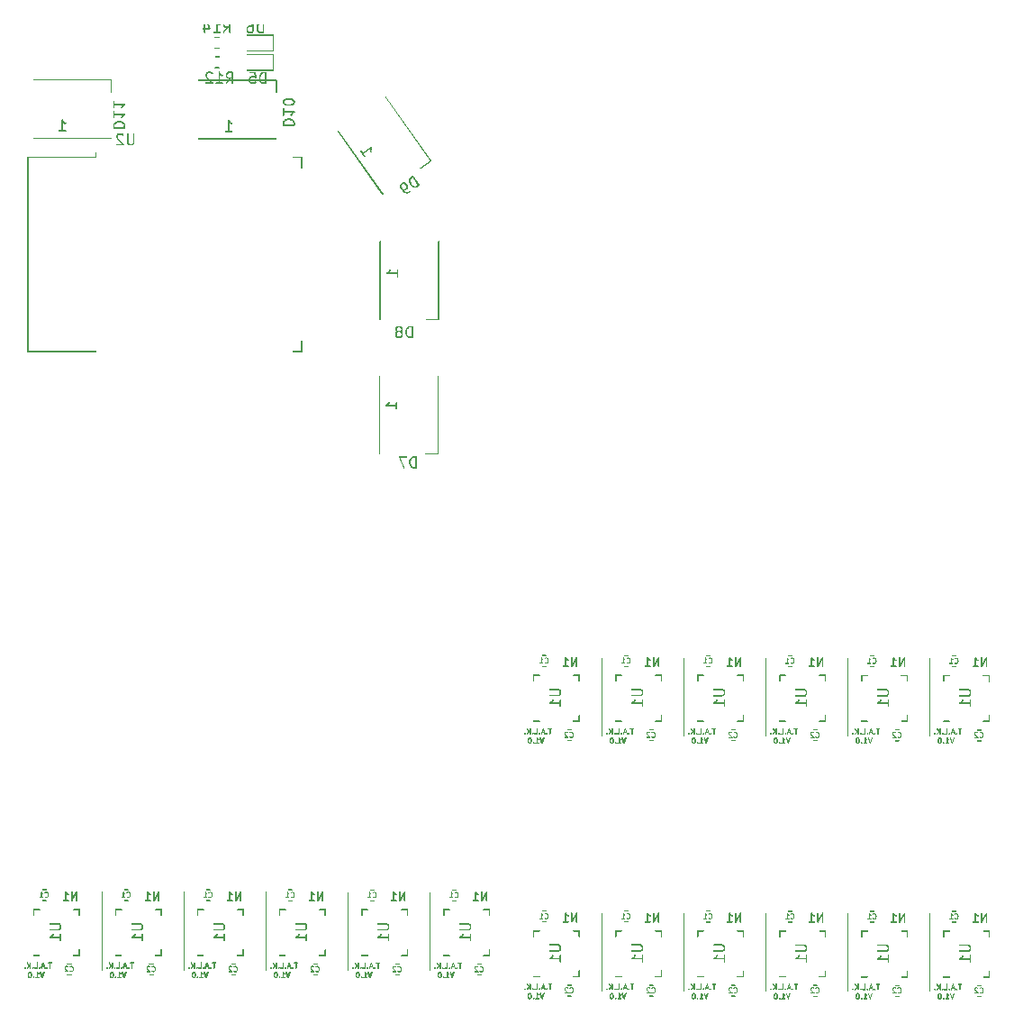
<source format=gbo>
%MOIN*%
%OFA0B0*%
%FSLAX46Y46*%
%IPPOS*%
%LPD*%
G36*
X0001094000Y0003518600D02*
G01*
X0001094700Y0003518800D01*
X0001095300Y0003519100D01*
X0001095900Y0003519600D01*
X0001096200Y0003520300D01*
X0001096300Y0003521000D01*
X0001096300Y0003566300D01*
X0001096200Y0003567000D01*
X0001095900Y0003567699D01*
X0001095300Y0003568200D01*
X0001094700Y0003568499D01*
X0001094000Y0003568600D01*
X0001093200Y0003568499D01*
X0001092600Y0003568200D01*
X0001092000Y0003567699D01*
X0001091700Y0003567000D01*
X0001091600Y0003566300D01*
X0001091600Y0003521000D01*
X0001091700Y0003520300D01*
X0001092000Y0003519600D01*
X0001092600Y0003519100D01*
X0001093200Y0003518800D01*
X0001094000Y0003518600D01*
G37*
G36*
X0001094000Y0003563900D02*
G01*
X0001094700Y0003564000D01*
X0001095300Y0003564400D01*
X0001095900Y0003564900D01*
X0001096200Y0003565500D01*
X0001096300Y0003566300D01*
X0001096200Y0003567000D01*
X0001095900Y0003567699D01*
X0001095300Y0003568200D01*
X0001094700Y0003568499D01*
X0001094000Y0003568600D01*
X0000806600Y0003568600D01*
X0000805800Y0003568499D01*
X0000805200Y0003568200D01*
X0000804600Y0003567699D01*
X0000804300Y0003567000D01*
X0000804200Y0003566300D01*
X0000804300Y0003565500D01*
X0000804600Y0003564900D01*
X0000805200Y0003564400D01*
X0000805800Y0003564000D01*
X0000806600Y0003563900D01*
X0001094000Y0003563900D01*
G37*
G36*
X0001094000Y0003347400D02*
G01*
X0001094700Y0003347500D01*
X0001095300Y0003347800D01*
X0001095900Y0003348400D01*
X0001096200Y0003349000D01*
X0001096300Y0003349699D01*
X0001096200Y0003350499D01*
X0001095900Y0003351100D01*
X0001095300Y0003351700D01*
X0001094700Y0003352000D01*
X0001094000Y0003352100D01*
X0000806600Y0003352100D01*
X0000805800Y0003352000D01*
X0000805200Y0003351700D01*
X0000804600Y0003351100D01*
X0000804300Y0003350499D01*
X0000804200Y0003349699D01*
X0000804300Y0003349000D01*
X0000804600Y0003348400D01*
X0000805200Y0003347800D01*
X0000805800Y0003347500D01*
X0000806600Y0003347400D01*
X0001094000Y0003347400D01*
G37*
G36*
X0000880900Y0003682800D02*
G01*
X0000881600Y0003682900D01*
X0000882300Y0003683300D01*
X0000882800Y0003683800D01*
X0000883100Y0003684400D01*
X0000883300Y0003685200D01*
X0000883100Y0003685900D01*
X0000882800Y0003686599D01*
X0000882300Y0003687100D01*
X0000881600Y0003687400D01*
X0000880900Y0003687500D01*
X0000867400Y0003687500D01*
X0000866700Y0003687400D01*
X0000866000Y0003687100D01*
X0000865500Y0003686599D01*
X0000865200Y0003685900D01*
X0000865000Y0003685200D01*
X0000865200Y0003684400D01*
X0000865500Y0003683800D01*
X0000866000Y0003683300D01*
X0000866700Y0003682900D01*
X0000867400Y0003682800D01*
X0000880900Y0003682800D01*
G37*
G36*
X0000880900Y0003722999D02*
G01*
X0000881600Y0003723100D01*
X0000882300Y0003723399D01*
X0000882800Y0003723900D01*
X0000883100Y0003724600D01*
X0000883300Y0003725299D01*
X0000883100Y0003726100D01*
X0000882800Y0003726700D01*
X0000882300Y0003727200D01*
X0000881600Y0003727600D01*
X0000880900Y0003727700D01*
X0000867400Y0003727700D01*
X0000866700Y0003727600D01*
X0000866000Y0003727200D01*
X0000865500Y0003726700D01*
X0000865200Y0003726100D01*
X0000865000Y0003725299D01*
X0000865200Y0003724600D01*
X0000865500Y0003723900D01*
X0000866000Y0003723399D01*
X0000866700Y0003723100D01*
X0000867400Y0003722999D01*
X0000880900Y0003722999D01*
G37*
G36*
X0001082300Y0003672400D02*
G01*
X0001083100Y0003672500D01*
X0001083700Y0003672800D01*
X0001084300Y0003673399D01*
X0001084600Y0003674000D01*
X0001084700Y0003674700D01*
X0001084600Y0003675500D01*
X0001084300Y0003676100D01*
X0001083700Y0003676700D01*
X0001083100Y0003677000D01*
X0001082300Y0003677100D01*
X0000985500Y0003677100D01*
X0000984800Y0003677000D01*
X0000984100Y0003676700D01*
X0000983600Y0003676100D01*
X0000983200Y0003675500D01*
X0000983100Y0003674700D01*
X0000983200Y0003674000D01*
X0000983600Y0003673399D01*
X0000984100Y0003672800D01*
X0000984800Y0003672500D01*
X0000985500Y0003672400D01*
X0001082300Y0003672400D01*
G37*
G36*
X0001082300Y0003672400D02*
G01*
X0001083100Y0003672500D01*
X0001083700Y0003672800D01*
X0001084300Y0003673399D01*
X0001084600Y0003674000D01*
X0001084700Y0003674700D01*
X0001084700Y0003732599D01*
X0001084600Y0003733300D01*
X0001084300Y0003734000D01*
X0001083700Y0003734500D01*
X0001083100Y0003734900D01*
X0001082300Y0003734999D01*
X0001081600Y0003734900D01*
X0001081000Y0003734500D01*
X0001080400Y0003734000D01*
X0001080100Y0003733300D01*
X0001080000Y0003732599D01*
X0001080000Y0003674700D01*
X0001080100Y0003674000D01*
X0001080400Y0003673399D01*
X0001081000Y0003672800D01*
X0001081600Y0003672500D01*
X0001082300Y0003672400D01*
G37*
G36*
X0001082300Y0003730299D02*
G01*
X0001083100Y0003730400D01*
X0001083700Y0003730699D01*
X0001084300Y0003731200D01*
X0001084600Y0003731900D01*
X0001084700Y0003732599D01*
X0001084600Y0003733300D01*
X0001084300Y0003734000D01*
X0001083700Y0003734500D01*
X0001083100Y0003734900D01*
X0001082300Y0003734999D01*
X0000985500Y0003734999D01*
X0000984800Y0003734900D01*
X0000984100Y0003734500D01*
X0000983600Y0003734000D01*
X0000983200Y0003733300D01*
X0000983100Y0003732599D01*
X0000983200Y0003731900D01*
X0000983600Y0003731200D01*
X0000984100Y0003730699D01*
X0000984800Y0003730400D01*
X0000985500Y0003730299D01*
X0001082300Y0003730299D01*
G37*
G36*
X0001476100Y0002181800D02*
G01*
X0001476799Y0002181900D01*
X0001477500Y0002182200D01*
X0001478000Y0002182800D01*
X0001478400Y0002183400D01*
X0001478500Y0002184200D01*
X0001478500Y0002471600D01*
X0001478400Y0002472300D01*
X0001478000Y0002472900D01*
X0001477500Y0002473500D01*
X0001476799Y0002473800D01*
X0001476100Y0002473900D01*
X0001475400Y0002473800D01*
X0001474700Y0002473500D01*
X0001474200Y0002472900D01*
X0001473900Y0002472300D01*
X0001473800Y0002471600D01*
X0001473800Y0002184200D01*
X0001473900Y0002183400D01*
X0001474200Y0002182800D01*
X0001474700Y0002182200D01*
X0001475400Y0002181900D01*
X0001476100Y0002181800D01*
G37*
G36*
X0001692700Y0002181800D02*
G01*
X0001693400Y0002181900D01*
X0001694000Y0002182200D01*
X0001694600Y0002182800D01*
X0001694900Y0002183400D01*
X0001695000Y0002184200D01*
X0001695000Y0002471600D01*
X0001694900Y0002472300D01*
X0001694600Y0002472900D01*
X0001694000Y0002473500D01*
X0001693400Y0002473800D01*
X0001692700Y0002473900D01*
X0001691900Y0002473800D01*
X0001691299Y0002473500D01*
X0001690699Y0002472900D01*
X0001690400Y0002472300D01*
X0001690300Y0002471600D01*
X0001690300Y0002184200D01*
X0001690400Y0002183400D01*
X0001690699Y0002182800D01*
X0001691299Y0002182200D01*
X0001691900Y0002181900D01*
X0001692700Y0002181800D01*
G37*
G36*
X0001692700Y0002181800D02*
G01*
X0001693400Y0002181900D01*
X0001694000Y0002182200D01*
X0001694600Y0002182800D01*
X0001694900Y0002183400D01*
X0001695000Y0002184200D01*
X0001694900Y0002184900D01*
X0001694600Y0002185500D01*
X0001694000Y0002186100D01*
X0001693400Y0002186400D01*
X0001692700Y0002186500D01*
X0001647400Y0002186500D01*
X0001646600Y0002186400D01*
X0001645999Y0002186100D01*
X0001645500Y0002185500D01*
X0001645100Y0002184900D01*
X0001645000Y0002184200D01*
X0001645100Y0002183400D01*
X0001645500Y0002182800D01*
X0001645999Y0002182200D01*
X0001646600Y0002181900D01*
X0001647400Y0002181800D01*
X0001692700Y0002181800D01*
G37*
G36*
X0001187900Y0003279000D02*
G01*
X0001188700Y0003279100D01*
X0001189300Y0003279400D01*
X0001189800Y0003279900D01*
X0001190200Y0003280600D01*
X0001190300Y0003281300D01*
X0001190200Y0003282000D01*
X0001189800Y0003282700D01*
X0001189300Y0003283200D01*
X0001188700Y0003283600D01*
X0001187900Y0003283700D01*
X0001157200Y0003283700D01*
X0001156500Y0003283600D01*
X0001155800Y0003283200D01*
X0001155300Y0003282700D01*
X0001155000Y0003282000D01*
X0001154900Y0003281300D01*
X0001155000Y0003280600D01*
X0001155300Y0003279900D01*
X0001155800Y0003279400D01*
X0001156500Y0003279100D01*
X0001157200Y0003279000D01*
X0001187900Y0003279000D01*
G37*
G36*
X0001187900Y0003239600D02*
G01*
X0001188700Y0003239699D01*
X0001189300Y0003240000D01*
X0001189800Y0003240600D01*
X0001190200Y0003241200D01*
X0001190300Y0003241900D01*
X0001190300Y0003281300D01*
X0001190200Y0003282000D01*
X0001189800Y0003282700D01*
X0001189300Y0003283200D01*
X0001188700Y0003283600D01*
X0001187900Y0003283700D01*
X0001187200Y0003283600D01*
X0001186500Y0003283200D01*
X0001186000Y0003282700D01*
X0001185700Y0003282000D01*
X0001185600Y0003281300D01*
X0001185600Y0003241900D01*
X0001185700Y0003241200D01*
X0001186000Y0003240600D01*
X0001186500Y0003240000D01*
X0001187200Y0003239699D01*
X0001187900Y0003239600D01*
G37*
G36*
X0001187900Y0002560800D02*
G01*
X0001188700Y0002561000D01*
X0001189300Y0002561300D01*
X0001189800Y0002561800D01*
X0001190200Y0002562500D01*
X0001190300Y0002563199D01*
X0001190200Y0002563900D01*
X0001189800Y0002564600D01*
X0001189300Y0002565100D01*
X0001188700Y0002565500D01*
X0001187900Y0002565600D01*
X0001157200Y0002565600D01*
X0001156500Y0002565500D01*
X0001155800Y0002565100D01*
X0001155300Y0002564600D01*
X0001155000Y0002563900D01*
X0001154900Y0002563199D01*
X0001155000Y0002562500D01*
X0001155300Y0002561800D01*
X0001155800Y0002561300D01*
X0001156500Y0002561000D01*
X0001157200Y0002560800D01*
X0001187900Y0002560800D01*
G37*
G36*
X0001187900Y0002560800D02*
G01*
X0001188700Y0002561000D01*
X0001189300Y0002561300D01*
X0001189800Y0002561800D01*
X0001190200Y0002562500D01*
X0001190300Y0002563199D01*
X0001190300Y0002602600D01*
X0001190200Y0002603300D01*
X0001189800Y0002604000D01*
X0001189300Y0002604500D01*
X0001188700Y0002604800D01*
X0001187900Y0002604900D01*
X0001187200Y0002604800D01*
X0001186500Y0002604500D01*
X0001186000Y0002604000D01*
X0001185700Y0002603300D01*
X0001185600Y0002602600D01*
X0001185600Y0002563199D01*
X0001185700Y0002562500D01*
X0001186000Y0002561800D01*
X0001186500Y0002561300D01*
X0001187200Y0002561000D01*
X0001187900Y0002560800D01*
G37*
G36*
X0000174300Y0002560800D02*
G01*
X0000175100Y0002561000D01*
X0000175700Y0002561300D01*
X0000176300Y0002561800D01*
X0000176600Y0002562500D01*
X0000176700Y0002563199D01*
X0000176700Y0003281300D01*
X0000176600Y0003282000D01*
X0000176300Y0003282700D01*
X0000175700Y0003283200D01*
X0000175100Y0003283600D01*
X0000174300Y0003283700D01*
X0000173600Y0003283600D01*
X0000173000Y0003283200D01*
X0000172399Y0003282700D01*
X0000172100Y0003282000D01*
X0000172000Y0003281300D01*
X0000172000Y0002563199D01*
X0000172100Y0002562500D01*
X0000172399Y0002561800D01*
X0000173000Y0002561300D01*
X0000173600Y0002561000D01*
X0000174300Y0002560800D01*
G37*
G36*
X0000427100Y0002560800D02*
G01*
X0000427800Y0002561000D01*
X0000428500Y0002561300D01*
X0000429000Y0002561800D01*
X0000429400Y0002562500D01*
X0000429500Y0002563199D01*
X0000429400Y0002563900D01*
X0000429000Y0002564600D01*
X0000428500Y0002565100D01*
X0000427800Y0002565500D01*
X0000427100Y0002565600D01*
X0000174300Y0002565600D01*
X0000173600Y0002565500D01*
X0000173000Y0002565100D01*
X0000172399Y0002564600D01*
X0000172100Y0002563900D01*
X0000172000Y0002563199D01*
X0000172100Y0002562500D01*
X0000172399Y0002561800D01*
X0000173000Y0002561300D01*
X0000173600Y0002561000D01*
X0000174300Y0002560800D01*
X0000427100Y0002560800D01*
G37*
G36*
X0000427100Y0003279000D02*
G01*
X0000427800Y0003279100D01*
X0000428500Y0003279400D01*
X0000429000Y0003279900D01*
X0000429400Y0003280600D01*
X0000429500Y0003281300D01*
X0000429400Y0003282000D01*
X0000429000Y0003282700D01*
X0000428500Y0003283200D01*
X0000427800Y0003283600D01*
X0000427100Y0003283700D01*
X0000174300Y0003283700D01*
X0000173600Y0003283600D01*
X0000173000Y0003283200D01*
X0000172399Y0003282700D01*
X0000172100Y0003282000D01*
X0000172000Y0003281300D01*
X0000172100Y0003280600D01*
X0000172399Y0003279900D01*
X0000173000Y0003279400D01*
X0000173600Y0003279100D01*
X0000174300Y0003279000D01*
X0000427100Y0003279000D01*
G37*
G36*
X0000427100Y0003279000D02*
G01*
X0000427800Y0003279100D01*
X0000428500Y0003279400D01*
X0000429000Y0003279900D01*
X0000429400Y0003280600D01*
X0000429500Y0003281300D01*
X0000429500Y0003296300D01*
X0000429400Y0003296999D01*
X0000429000Y0003297700D01*
X0000428500Y0003298200D01*
X0000427800Y0003298500D01*
X0000427100Y0003298600D01*
X0000426400Y0003298500D01*
X0000425700Y0003298200D01*
X0000425200Y0003297700D01*
X0000424900Y0003296999D01*
X0000424700Y0003296300D01*
X0000424700Y0003281300D01*
X0000424900Y0003280600D01*
X0000425200Y0003279900D01*
X0000425700Y0003279400D01*
X0000426400Y0003279100D01*
X0000427100Y0003279000D01*
G37*
G36*
X0001082700Y0003658800D02*
G01*
X0001083400Y0003659000D01*
X0001084000Y0003659300D01*
X0001084600Y0003659799D01*
X0001084900Y0003660500D01*
X0001085000Y0003661200D01*
X0001084900Y0003661900D01*
X0001084600Y0003662599D01*
X0001084000Y0003663100D01*
X0001083400Y0003663400D01*
X0001082700Y0003663600D01*
X0000985800Y0003663600D01*
X0000985100Y0003663400D01*
X0000984400Y0003663100D01*
X0000983900Y0003662599D01*
X0000983600Y0003661900D01*
X0000983400Y0003661200D01*
X0000983600Y0003660500D01*
X0000983900Y0003659799D01*
X0000984400Y0003659300D01*
X0000985100Y0003659000D01*
X0000985800Y0003658800D01*
X0001082700Y0003658800D01*
G37*
G36*
X0001082700Y0003600999D02*
G01*
X0001083400Y0003601100D01*
X0001084000Y0003601399D01*
X0001084600Y0003601900D01*
X0001084900Y0003602600D01*
X0001085000Y0003603300D01*
X0001085000Y0003661200D01*
X0001084900Y0003661900D01*
X0001084600Y0003662599D01*
X0001084000Y0003663100D01*
X0001083400Y0003663400D01*
X0001082700Y0003663600D01*
X0001081900Y0003663400D01*
X0001081300Y0003663100D01*
X0001080700Y0003662599D01*
X0001080400Y0003661900D01*
X0001080300Y0003661200D01*
X0001080300Y0003603300D01*
X0001080400Y0003602600D01*
X0001080700Y0003601900D01*
X0001081300Y0003601399D01*
X0001081900Y0003601100D01*
X0001082700Y0003600999D01*
G37*
G36*
X0001082700Y0003600999D02*
G01*
X0001083400Y0003601100D01*
X0001084000Y0003601399D01*
X0001084600Y0003601900D01*
X0001084900Y0003602600D01*
X0001085000Y0003603300D01*
X0001084900Y0003604099D01*
X0001084600Y0003604700D01*
X0001084000Y0003605200D01*
X0001083400Y0003605600D01*
X0001082700Y0003605700D01*
X0000985800Y0003605700D01*
X0000985100Y0003605600D01*
X0000984400Y0003605200D01*
X0000983900Y0003604700D01*
X0000983600Y0003604099D01*
X0000983400Y0003603300D01*
X0000983600Y0003602600D01*
X0000983900Y0003601900D01*
X0000984400Y0003601399D01*
X0000985100Y0003601100D01*
X0000985800Y0003600999D01*
X0001082700Y0003600999D01*
G37*
G36*
X0000881800Y0003650500D02*
G01*
X0000882600Y0003650599D01*
X0000883200Y0003651000D01*
X0000883800Y0003651500D01*
X0000884100Y0003652200D01*
X0000884200Y0003652899D01*
X0000884100Y0003653600D01*
X0000883800Y0003654300D01*
X0000883200Y0003654800D01*
X0000882600Y0003655100D01*
X0000881800Y0003655300D01*
X0000868400Y0003655300D01*
X0000867600Y0003655100D01*
X0000867000Y0003654800D01*
X0000866400Y0003654300D01*
X0000866100Y0003653600D01*
X0000866000Y0003652899D01*
X0000866100Y0003652200D01*
X0000866400Y0003651500D01*
X0000867000Y0003651000D01*
X0000867600Y0003650599D01*
X0000868400Y0003650500D01*
X0000881800Y0003650500D01*
G37*
G36*
X0000881800Y0003610400D02*
G01*
X0000882600Y0003610500D01*
X0000883200Y0003610800D01*
X0000883800Y0003611300D01*
X0000884100Y0003612000D01*
X0000884200Y0003612700D01*
X0000884100Y0003613500D01*
X0000883800Y0003614100D01*
X0000883200Y0003614600D01*
X0000882600Y0003615000D01*
X0000881800Y0003615100D01*
X0000868400Y0003615100D01*
X0000867600Y0003615000D01*
X0000867000Y0003614600D01*
X0000866400Y0003614100D01*
X0000866100Y0003613500D01*
X0000866000Y0003612700D01*
X0000866100Y0003612000D01*
X0000866400Y0003611300D01*
X0000867000Y0003610800D01*
X0000867600Y0003610500D01*
X0000868400Y0003610400D01*
X0000881800Y0003610400D01*
G37*
G36*
X0001695000Y0002679700D02*
G01*
X0001695700Y0002679800D01*
X0001696400Y0002680200D01*
X0001696899Y0002680700D01*
X0001697299Y0002681300D01*
X0001697400Y0002682099D01*
X0001697299Y0002682800D01*
X0001696899Y0002683500D01*
X0001696400Y0002683999D01*
X0001695700Y0002684300D01*
X0001695000Y0002684399D01*
X0001649700Y0002684399D01*
X0001649000Y0002684300D01*
X0001648400Y0002683999D01*
X0001647800Y0002683500D01*
X0001647500Y0002682800D01*
X0001647400Y0002682099D01*
X0001647500Y0002681300D01*
X0001647800Y0002680700D01*
X0001648400Y0002680200D01*
X0001649000Y0002679800D01*
X0001649700Y0002679700D01*
X0001695000Y0002679700D01*
G37*
G36*
X0001695000Y0002679700D02*
G01*
X0001695700Y0002679800D01*
X0001696400Y0002680200D01*
X0001696899Y0002680700D01*
X0001697299Y0002681300D01*
X0001697400Y0002682099D01*
X0001697400Y0002969500D01*
X0001697299Y0002970200D01*
X0001696899Y0002970900D01*
X0001696400Y0002971400D01*
X0001695700Y0002971700D01*
X0001695000Y0002971800D01*
X0001694300Y0002971700D01*
X0001693600Y0002971400D01*
X0001693100Y0002970900D01*
X0001692800Y0002970200D01*
X0001692700Y0002969500D01*
X0001692700Y0002682099D01*
X0001692800Y0002681300D01*
X0001693100Y0002680700D01*
X0001693600Y0002680200D01*
X0001694300Y0002679800D01*
X0001695000Y0002679700D01*
G37*
G36*
X0001478500Y0002679700D02*
G01*
X0001479200Y0002679800D01*
X0001479900Y0002680200D01*
X0001480400Y0002680700D01*
X0001480700Y0002681300D01*
X0001480800Y0002682099D01*
X0001480800Y0002969500D01*
X0001480700Y0002970200D01*
X0001480400Y0002970900D01*
X0001479900Y0002971400D01*
X0001479200Y0002971700D01*
X0001478500Y0002971800D01*
X0001477800Y0002971700D01*
X0001477100Y0002971400D01*
X0001476599Y0002970900D01*
X0001476199Y0002970200D01*
X0001476100Y0002969500D01*
X0001476100Y0002682099D01*
X0001476199Y0002681300D01*
X0001476599Y0002680700D01*
X0001477100Y0002680200D01*
X0001477800Y0002679800D01*
X0001478500Y0002679700D01*
G37*
G36*
X0000483600Y0003348300D02*
G01*
X0000484300Y0003348400D01*
X0000485000Y0003348700D01*
X0000485500Y0003349299D01*
X0000485800Y0003349900D01*
X0000486000Y0003350600D01*
X0000485800Y0003351400D01*
X0000485500Y0003352000D01*
X0000485000Y0003352600D01*
X0000484300Y0003352900D01*
X0000483600Y0003353000D01*
X0000196200Y0003353000D01*
X0000195500Y0003352900D01*
X0000194800Y0003352600D01*
X0000194300Y0003352000D01*
X0000194000Y0003351400D01*
X0000193800Y0003350600D01*
X0000194000Y0003349900D01*
X0000194300Y0003349299D01*
X0000194800Y0003348700D01*
X0000195500Y0003348400D01*
X0000196200Y0003348300D01*
X0000483600Y0003348300D01*
G37*
G36*
X0000483600Y0003564800D02*
G01*
X0000484300Y0003564900D01*
X0000485000Y0003565300D01*
X0000485500Y0003565800D01*
X0000485800Y0003566500D01*
X0000486000Y0003567200D01*
X0000485800Y0003567900D01*
X0000485500Y0003568600D01*
X0000485000Y0003569100D01*
X0000484300Y0003569400D01*
X0000483600Y0003569500D01*
X0000196200Y0003569500D01*
X0000195500Y0003569400D01*
X0000194800Y0003569100D01*
X0000194300Y0003568600D01*
X0000194000Y0003567900D01*
X0000193800Y0003567200D01*
X0000194000Y0003566500D01*
X0000194300Y0003565800D01*
X0000194800Y0003565300D01*
X0000195500Y0003564900D01*
X0000196200Y0003564800D01*
X0000483600Y0003564800D01*
G37*
G36*
X0000483600Y0003519500D02*
G01*
X0000484300Y0003519699D01*
X0000485000Y0003520000D01*
X0000485500Y0003520500D01*
X0000485800Y0003521200D01*
X0000486000Y0003521900D01*
X0000486000Y0003567200D01*
X0000485800Y0003567900D01*
X0000485500Y0003568600D01*
X0000485000Y0003569100D01*
X0000484300Y0003569400D01*
X0000483600Y0003569500D01*
X0000482900Y0003569400D01*
X0000482200Y0003569100D01*
X0000481700Y0003568600D01*
X0000481400Y0003567900D01*
X0000481200Y0003567200D01*
X0000481200Y0003521900D01*
X0000481400Y0003521200D01*
X0000481700Y0003520500D01*
X0000482200Y0003520000D01*
X0000482900Y0003519699D01*
X0000483600Y0003519500D01*
G37*
G36*
X0001487999Y0003141200D02*
G01*
X0001488700Y0003141299D01*
X0001489400Y0003141699D01*
X0001489900Y0003142200D01*
X0001490300Y0003142899D01*
X0001490400Y0003143600D01*
X0001490300Y0003144300D01*
X0001489900Y0003145000D01*
X0001325100Y0003380400D01*
X0001324500Y0003380900D01*
X0001323900Y0003381300D01*
X0001323200Y0003381399D01*
X0001322400Y0003381300D01*
X0001321800Y0003380900D01*
X0001321200Y0003380400D01*
X0001320900Y0003379700D01*
X0001320800Y0003379000D01*
X0001320900Y0003378300D01*
X0001321200Y0003377600D01*
X0001486100Y0003142200D01*
X0001486600Y0003141699D01*
X0001487300Y0003141299D01*
X0001487999Y0003141200D01*
G37*
G36*
X0001665400Y0003265400D02*
G01*
X0001666100Y0003265500D01*
X0001666800Y0003265900D01*
X0001667300Y0003266400D01*
X0001667600Y0003267100D01*
X0001667700Y0003267800D01*
X0001667600Y0003268500D01*
X0001667300Y0003269200D01*
X0001502400Y0003504599D01*
X0001501900Y0003505100D01*
X0001501300Y0003505500D01*
X0001500500Y0003505600D01*
X0001499800Y0003505500D01*
X0001499100Y0003505100D01*
X0001498600Y0003504599D01*
X0001498300Y0003503900D01*
X0001498200Y0003503200D01*
X0001498300Y0003502500D01*
X0001498600Y0003501800D01*
X0001663500Y0003266400D01*
X0001664000Y0003265900D01*
X0001664700Y0003265500D01*
X0001665400Y0003265400D01*
G37*
G36*
X0001628300Y0003239500D02*
G01*
X0001629000Y0003239600D01*
X0001629700Y0003239900D01*
X0001666800Y0003265900D01*
X0001667300Y0003266400D01*
X0001667600Y0003267100D01*
X0001667700Y0003267800D01*
X0001667600Y0003268500D01*
X0001667300Y0003269200D01*
X0001666800Y0003269700D01*
X0001666100Y0003270000D01*
X0001665400Y0003270200D01*
X0001664700Y0003270000D01*
X0001664000Y0003269700D01*
X0001626900Y0003243700D01*
X0001626400Y0003243200D01*
X0001626000Y0003242600D01*
X0001625900Y0003241800D01*
X0001626000Y0003241100D01*
X0001626400Y0003240400D01*
X0001626900Y0003239900D01*
X0001627600Y0003239600D01*
X0001628300Y0003239500D01*
G37*
G36*
X0001159900Y0003397100D02*
G01*
X0001160800Y0003397200D01*
X0001161700Y0003397600D01*
X0001162300Y0003398300D01*
X0001162700Y0003399100D01*
X0001162900Y0003400000D01*
X0001162700Y0003400900D01*
X0001162300Y0003401700D01*
X0001161700Y0003402400D01*
X0001160800Y0003402800D01*
X0001159900Y0003403000D01*
X0001120600Y0003403000D01*
X0001119600Y0003402800D01*
X0001118800Y0003402400D01*
X0001118200Y0003401700D01*
X0001117700Y0003400900D01*
X0001117600Y0003400000D01*
X0001117700Y0003399100D01*
X0001118200Y0003398300D01*
X0001118800Y0003397600D01*
X0001119600Y0003397200D01*
X0001120600Y0003397100D01*
X0001159900Y0003397100D01*
G37*
G36*
X0001159900Y0003397100D02*
G01*
X0001160800Y0003397200D01*
X0001161700Y0003397600D01*
X0001162300Y0003398300D01*
X0001162700Y0003399100D01*
X0001162900Y0003400000D01*
X0001162900Y0003409400D01*
X0001162700Y0003410300D01*
X0001162300Y0003411100D01*
X0001161700Y0003411800D01*
X0001160800Y0003412200D01*
X0001159900Y0003412300D01*
X0001159000Y0003412200D01*
X0001158200Y0003411800D01*
X0001157500Y0003411100D01*
X0001157100Y0003410300D01*
X0001157000Y0003409400D01*
X0001157000Y0003400000D01*
X0001157100Y0003399100D01*
X0001157500Y0003398300D01*
X0001158200Y0003397600D01*
X0001159000Y0003397200D01*
X0001159900Y0003397100D01*
G37*
G36*
X0001159900Y0003406400D02*
G01*
X0001160800Y0003406599D01*
X0001161700Y0003406999D01*
X0001162300Y0003407600D01*
X0001162700Y0003408500D01*
X0001162900Y0003409400D01*
X0001162700Y0003410300D01*
X0001160900Y0003415900D01*
X0001160400Y0003416700D01*
X0001159800Y0003417400D01*
X0001159000Y0003417799D01*
X0001158000Y0003418000D01*
X0001157100Y0003417799D01*
X0001156300Y0003417400D01*
X0001155700Y0003416700D01*
X0001155200Y0003415900D01*
X0001155100Y0003415000D01*
X0001155200Y0003414100D01*
X0001157100Y0003408500D01*
X0001157500Y0003407600D01*
X0001158200Y0003406999D01*
X0001159000Y0003406599D01*
X0001159900Y0003406400D01*
G37*
G36*
X0001158000Y0003412100D02*
G01*
X0001159000Y0003412200D01*
X0001159800Y0003412600D01*
X0001160400Y0003413300D01*
X0001160900Y0003414100D01*
X0001161000Y0003415000D01*
X0001160900Y0003415900D01*
X0001160400Y0003416700D01*
X0001156000Y0003421100D01*
X0001155200Y0003421600D01*
X0001154300Y0003421699D01*
X0001153400Y0003421600D01*
X0001152600Y0003421100D01*
X0001151900Y0003420500D01*
X0001151500Y0003419700D01*
X0001151300Y0003418800D01*
X0001151500Y0003417799D01*
X0001151900Y0003417000D01*
X0001152600Y0003416400D01*
X0001156300Y0003412600D01*
X0001157100Y0003412200D01*
X0001158000Y0003412100D01*
G37*
G36*
X0001154300Y0003415800D02*
G01*
X0001155200Y0003415900D01*
X0001156000Y0003416400D01*
X0001156700Y0003417000D01*
X0001157100Y0003417799D01*
X0001157300Y0003418800D01*
X0001157100Y0003419700D01*
X0001156700Y0003420500D01*
X0001156000Y0003421100D01*
X0001155200Y0003421600D01*
X0001151500Y0003423400D01*
X0001150600Y0003423600D01*
X0001149600Y0003423400D01*
X0001148800Y0003423000D01*
X0001148200Y0003422400D01*
X0001147700Y0003421500D01*
X0001147600Y0003420600D01*
X0001147700Y0003419700D01*
X0001148200Y0003418900D01*
X0001148800Y0003418199D01*
X0001149600Y0003417799D01*
X0001153400Y0003415900D01*
X0001154300Y0003415800D01*
G37*
G36*
X0001150600Y0003417700D02*
G01*
X0001151500Y0003417799D01*
X0001152300Y0003418199D01*
X0001152900Y0003418900D01*
X0001153400Y0003419700D01*
X0001153500Y0003420600D01*
X0001153400Y0003421500D01*
X0001152900Y0003422400D01*
X0001152300Y0003423000D01*
X0001151500Y0003423400D01*
X0001144000Y0003425300D01*
X0001143100Y0003425500D01*
X0001142100Y0003425300D01*
X0001141300Y0003424900D01*
X0001140700Y0003424200D01*
X0001140200Y0003423400D01*
X0001140100Y0003422499D01*
X0001140200Y0003421600D01*
X0001140700Y0003420800D01*
X0001141300Y0003420100D01*
X0001142100Y0003419700D01*
X0001149600Y0003417799D01*
X0001150600Y0003417700D01*
G37*
G36*
X0001143100Y0003419600D02*
G01*
X0001144000Y0003419700D01*
X0001144800Y0003420100D01*
X0001145400Y0003420800D01*
X0001145900Y0003421600D01*
X0001146000Y0003422499D01*
X0001145900Y0003423400D01*
X0001145400Y0003424200D01*
X0001144800Y0003424900D01*
X0001144000Y0003425300D01*
X0001143100Y0003425500D01*
X0001137400Y0003425500D01*
X0001136500Y0003425300D01*
X0001135700Y0003424900D01*
X0001135000Y0003424200D01*
X0001134600Y0003423400D01*
X0001134500Y0003422499D01*
X0001134600Y0003421600D01*
X0001135000Y0003420800D01*
X0001135700Y0003420100D01*
X0001136500Y0003419700D01*
X0001137400Y0003419600D01*
X0001143100Y0003419600D01*
G37*
G36*
X0001129900Y0003417700D02*
G01*
X0001130800Y0003417799D01*
X0001138300Y0003419700D01*
X0001139200Y0003420100D01*
X0001139800Y0003420800D01*
X0001140200Y0003421600D01*
X0001140400Y0003422499D01*
X0001140200Y0003423400D01*
X0001139800Y0003424200D01*
X0001139200Y0003424900D01*
X0001138300Y0003425300D01*
X0001137400Y0003425500D01*
X0001136500Y0003425300D01*
X0001129000Y0003423400D01*
X0001128200Y0003423000D01*
X0001127500Y0003422400D01*
X0001127100Y0003421500D01*
X0001127000Y0003420600D01*
X0001127100Y0003419700D01*
X0001127500Y0003418900D01*
X0001128200Y0003418199D01*
X0001129000Y0003417799D01*
X0001129900Y0003417700D01*
G37*
G36*
X0001126200Y0003415800D02*
G01*
X0001127100Y0003415900D01*
X0001130800Y0003417799D01*
X0001131700Y0003418199D01*
X0001132300Y0003418900D01*
X0001132700Y0003419700D01*
X0001132900Y0003420600D01*
X0001132700Y0003421500D01*
X0001132300Y0003422400D01*
X0001131700Y0003423000D01*
X0001130800Y0003423400D01*
X0001129900Y0003423600D01*
X0001129000Y0003423400D01*
X0001125300Y0003421600D01*
X0001124400Y0003421100D01*
X0001123800Y0003420500D01*
X0001123400Y0003419700D01*
X0001123200Y0003418800D01*
X0001123400Y0003417799D01*
X0001123800Y0003417000D01*
X0001124400Y0003416400D01*
X0001125300Y0003415900D01*
X0001126200Y0003415800D01*
G37*
G36*
X0001122400Y0003412100D02*
G01*
X0001123300Y0003412200D01*
X0001124200Y0003412600D01*
X0001128600Y0003417000D01*
X0001129000Y0003417799D01*
X0001129100Y0003418800D01*
X0001129000Y0003419700D01*
X0001128600Y0003420500D01*
X0001127900Y0003421100D01*
X0001127100Y0003421600D01*
X0001126200Y0003421699D01*
X0001125300Y0003421600D01*
X0001124400Y0003421100D01*
X0001120000Y0003416700D01*
X0001119600Y0003415900D01*
X0001119500Y0003415000D01*
X0001119600Y0003414100D01*
X0001120000Y0003413300D01*
X0001120700Y0003412600D01*
X0001121500Y0003412200D01*
X0001122400Y0003412100D01*
G37*
G36*
X0001120600Y0003406400D02*
G01*
X0001121500Y0003406599D01*
X0001122300Y0003406999D01*
X0001122900Y0003407600D01*
X0001123400Y0003408500D01*
X0001125200Y0003414100D01*
X0001125400Y0003415000D01*
X0001125200Y0003415900D01*
X0001124800Y0003416700D01*
X0001124200Y0003417400D01*
X0001123300Y0003417799D01*
X0001122400Y0003418000D01*
X0001121500Y0003417799D01*
X0001120700Y0003417400D01*
X0001120000Y0003416700D01*
X0001119600Y0003415900D01*
X0001117700Y0003410300D01*
X0001117600Y0003409400D01*
X0001117700Y0003408500D01*
X0001118200Y0003407600D01*
X0001118800Y0003406999D01*
X0001119600Y0003406599D01*
X0001120600Y0003406400D01*
G37*
G36*
X0001120600Y0003397100D02*
G01*
X0001121500Y0003397200D01*
X0001122300Y0003397600D01*
X0001122900Y0003398300D01*
X0001123400Y0003399100D01*
X0001123500Y0003400000D01*
X0001123500Y0003409400D01*
X0001123400Y0003410300D01*
X0001122900Y0003411100D01*
X0001122300Y0003411800D01*
X0001121500Y0003412200D01*
X0001120600Y0003412300D01*
X0001119600Y0003412200D01*
X0001118800Y0003411800D01*
X0001118200Y0003411100D01*
X0001117700Y0003410300D01*
X0001117600Y0003409400D01*
X0001117600Y0003400000D01*
X0001117700Y0003399100D01*
X0001118200Y0003398300D01*
X0001118800Y0003397600D01*
X0001119600Y0003397200D01*
X0001120600Y0003397100D01*
G37*
G36*
X0001120600Y0003434600D02*
G01*
X0001121500Y0003434700D01*
X0001122300Y0003435100D01*
X0001122900Y0003435800D01*
X0001123400Y0003436600D01*
X0001123500Y0003437500D01*
X0001123500Y0003460000D01*
X0001123400Y0003460900D01*
X0001122900Y0003461700D01*
X0001122300Y0003462400D01*
X0001121500Y0003462800D01*
X0001120600Y0003463000D01*
X0001119600Y0003462800D01*
X0001118800Y0003462400D01*
X0001118200Y0003461700D01*
X0001117700Y0003460900D01*
X0001117600Y0003460000D01*
X0001117600Y0003437500D01*
X0001117700Y0003436600D01*
X0001118200Y0003435800D01*
X0001118800Y0003435100D01*
X0001119600Y0003434700D01*
X0001120600Y0003434600D01*
G37*
G36*
X0001159900Y0003445800D02*
G01*
X0001160800Y0003445900D01*
X0001161700Y0003446400D01*
X0001162300Y0003447000D01*
X0001162700Y0003447800D01*
X0001162900Y0003448800D01*
X0001162700Y0003449700D01*
X0001162300Y0003450500D01*
X0001161700Y0003451100D01*
X0001160800Y0003451600D01*
X0001159900Y0003451700D01*
X0001120600Y0003451700D01*
X0001119600Y0003451600D01*
X0001118800Y0003451100D01*
X0001118200Y0003450500D01*
X0001117700Y0003449700D01*
X0001117600Y0003448800D01*
X0001117700Y0003447800D01*
X0001118200Y0003447000D01*
X0001118800Y0003446400D01*
X0001119600Y0003445900D01*
X0001120600Y0003445800D01*
X0001159900Y0003445800D01*
G37*
G36*
X0001154300Y0003442100D02*
G01*
X0001155200Y0003442199D01*
X0001156000Y0003442599D01*
X0001161700Y0003446400D01*
X0001162300Y0003447000D01*
X0001162700Y0003447800D01*
X0001162900Y0003448800D01*
X0001162700Y0003449700D01*
X0001162300Y0003450500D01*
X0001161700Y0003451100D01*
X0001160800Y0003451600D01*
X0001159900Y0003451700D01*
X0001159000Y0003451600D01*
X0001158200Y0003451100D01*
X0001152600Y0003447400D01*
X0001151900Y0003446700D01*
X0001151500Y0003445900D01*
X0001151300Y0003445000D01*
X0001151500Y0003444100D01*
X0001151900Y0003443300D01*
X0001152600Y0003442599D01*
X0001153400Y0003442199D01*
X0001154300Y0003442100D01*
G37*
G36*
X0001150600Y0003438300D02*
G01*
X0001151500Y0003438400D01*
X0001152300Y0003438900D01*
X0001156700Y0003443300D01*
X0001157100Y0003444100D01*
X0001157300Y0003445000D01*
X0001157100Y0003445900D01*
X0001156700Y0003446700D01*
X0001156000Y0003447400D01*
X0001155200Y0003447800D01*
X0001154300Y0003448000D01*
X0001153400Y0003447800D01*
X0001152600Y0003447400D01*
X0001151900Y0003446700D01*
X0001148800Y0003443600D01*
X0001148200Y0003442999D01*
X0001147700Y0003442199D01*
X0001147600Y0003441300D01*
X0001147700Y0003440300D01*
X0001148200Y0003439500D01*
X0001148800Y0003438900D01*
X0001149600Y0003438400D01*
X0001150600Y0003438300D01*
G37*
G36*
X0001148700Y0003434600D02*
G01*
X0001149600Y0003434700D01*
X0001150400Y0003435100D01*
X0001151100Y0003435800D01*
X0001151500Y0003436600D01*
X0001153300Y0003440300D01*
X0001153400Y0003440300D01*
X0001153500Y0003441300D01*
X0001153400Y0003442199D01*
X0001152900Y0003442999D01*
X0001152300Y0003443600D01*
X0001151500Y0003444100D01*
X0001150600Y0003444200D01*
X0001149600Y0003444100D01*
X0001148800Y0003443600D01*
X0001148200Y0003442999D01*
X0001147700Y0003442199D01*
X0001145900Y0003438400D01*
X0001145700Y0003437500D01*
X0001145900Y0003436600D01*
X0001146300Y0003435800D01*
X0001146900Y0003435100D01*
X0001147800Y0003434700D01*
X0001148700Y0003434600D01*
G37*
G36*
X0001159900Y0003481400D02*
G01*
X0001160800Y0003481600D01*
X0001161700Y0003482000D01*
X0001162300Y0003482600D01*
X0001162700Y0003483500D01*
X0001162900Y0003484400D01*
X0001162900Y0003488100D01*
X0001162700Y0003489000D01*
X0001162300Y0003489900D01*
X0001161700Y0003490500D01*
X0001160800Y0003490900D01*
X0001159900Y0003491100D01*
X0001159000Y0003490900D01*
X0001158200Y0003490500D01*
X0001157500Y0003489900D01*
X0001157100Y0003489000D01*
X0001157000Y0003488100D01*
X0001157000Y0003484400D01*
X0001157100Y0003483500D01*
X0001157500Y0003482600D01*
X0001158200Y0003482000D01*
X0001159000Y0003481600D01*
X0001159900Y0003481400D01*
G37*
G36*
X0001159900Y0003485200D02*
G01*
X0001160800Y0003485300D01*
X0001161700Y0003485700D01*
X0001162300Y0003486400D01*
X0001162700Y0003487200D01*
X0001162900Y0003488100D01*
X0001162700Y0003489000D01*
X0001160900Y0003492800D01*
X0001160400Y0003493600D01*
X0001159800Y0003494300D01*
X0001159000Y0003494700D01*
X0001158000Y0003494800D01*
X0001157100Y0003494700D01*
X0001156300Y0003494300D01*
X0001155700Y0003493600D01*
X0001155200Y0003492800D01*
X0001155100Y0003491900D01*
X0001155200Y0003490999D01*
X0001157100Y0003487200D01*
X0001157500Y0003486400D01*
X0001158200Y0003485700D01*
X0001159000Y0003485300D01*
X0001159900Y0003485200D01*
G37*
G36*
X0001158000Y0003488900D02*
G01*
X0001159000Y0003489100D01*
X0001159800Y0003489500D01*
X0001160400Y0003490100D01*
X0001160900Y0003490999D01*
X0001161000Y0003491900D01*
X0001160900Y0003492800D01*
X0001160400Y0003493600D01*
X0001157900Y0003496100D01*
X0001157100Y0003496600D01*
X0001156200Y0003496700D01*
X0001155300Y0003496600D01*
X0001154400Y0003496100D01*
X0001153800Y0003495500D01*
X0001153400Y0003494700D01*
X0001153200Y0003493700D01*
X0001153400Y0003492800D01*
X0001153800Y0003492000D01*
X0001156300Y0003489500D01*
X0001157100Y0003489100D01*
X0001158000Y0003488900D01*
G37*
G36*
X0001156200Y0003490800D02*
G01*
X0001157100Y0003490900D01*
X0001157900Y0003491399D01*
X0001158600Y0003492000D01*
X0001159000Y0003492800D01*
X0001159100Y0003493700D01*
X0001159000Y0003494700D01*
X0001158600Y0003495500D01*
X0001157900Y0003496100D01*
X0001157100Y0003496600D01*
X0001153300Y0003498400D01*
X0001152400Y0003498600D01*
X0001151500Y0003498400D01*
X0001150700Y0003498000D01*
X0001150000Y0003497400D01*
X0001149600Y0003496500D01*
X0001149500Y0003495600D01*
X0001149600Y0003494700D01*
X0001150000Y0003493900D01*
X0001150700Y0003493200D01*
X0001151500Y0003492800D01*
X0001155300Y0003490900D01*
X0001156200Y0003490800D01*
G37*
G36*
X0001152400Y0003492700D02*
G01*
X0001153300Y0003492800D01*
X0001154200Y0003493200D01*
X0001154800Y0003493900D01*
X0001155200Y0003494700D01*
X0001155400Y0003495600D01*
X0001155200Y0003496500D01*
X0001154800Y0003497400D01*
X0001154200Y0003498000D01*
X0001153300Y0003498400D01*
X0001145800Y0003500300D01*
X0001144900Y0003500400D01*
X0001144000Y0003500300D01*
X0001143200Y0003499900D01*
X0001142500Y0003499200D01*
X0001142100Y0003498400D01*
X0001142000Y0003497500D01*
X0001142100Y0003496600D01*
X0001142500Y0003495800D01*
X0001143200Y0003495100D01*
X0001144000Y0003494700D01*
X0001151500Y0003492800D01*
X0001152400Y0003492700D01*
G37*
G36*
X0001144900Y0003494499D02*
G01*
X0001145800Y0003494700D01*
X0001146700Y0003495100D01*
X0001147300Y0003495800D01*
X0001147700Y0003496600D01*
X0001147900Y0003497500D01*
X0001147700Y0003498400D01*
X0001147300Y0003499200D01*
X0001146700Y0003499900D01*
X0001145800Y0003500300D01*
X0001144900Y0003500400D01*
X0001135600Y0003500400D01*
X0001134600Y0003500300D01*
X0001133800Y0003499900D01*
X0001133200Y0003499200D01*
X0001132700Y0003498400D01*
X0001132600Y0003497500D01*
X0001132700Y0003496600D01*
X0001133200Y0003495800D01*
X0001133800Y0003495100D01*
X0001134600Y0003494700D01*
X0001135600Y0003494499D01*
X0001144900Y0003494499D01*
G37*
G36*
X0001128100Y0003492700D02*
G01*
X0001129000Y0003492800D01*
X0001136500Y0003494700D01*
X0001137300Y0003495100D01*
X0001137900Y0003495800D01*
X0001138400Y0003496600D01*
X0001138500Y0003497500D01*
X0001138400Y0003498400D01*
X0001137900Y0003499200D01*
X0001137300Y0003499900D01*
X0001136500Y0003500300D01*
X0001135600Y0003500400D01*
X0001134600Y0003500300D01*
X0001127100Y0003498400D01*
X0001126300Y0003498000D01*
X0001125700Y0003497400D01*
X0001125200Y0003496500D01*
X0001125100Y0003495600D01*
X0001125200Y0003494700D01*
X0001125700Y0003493900D01*
X0001126300Y0003493200D01*
X0001127100Y0003492800D01*
X0001128100Y0003492700D01*
G37*
G36*
X0001124300Y0003490800D02*
G01*
X0001125200Y0003490900D01*
X0001129000Y0003492800D01*
X0001129800Y0003493200D01*
X0001130400Y0003493900D01*
X0001130900Y0003494700D01*
X0001131000Y0003495600D01*
X0001130900Y0003496500D01*
X0001130400Y0003497400D01*
X0001129800Y0003498000D01*
X0001129000Y0003498400D01*
X0001128100Y0003498600D01*
X0001127100Y0003498400D01*
X0001123400Y0003496600D01*
X0001122600Y0003496100D01*
X0001121900Y0003495500D01*
X0001121500Y0003494700D01*
X0001121400Y0003493700D01*
X0001121500Y0003492800D01*
X0001121900Y0003492000D01*
X0001122600Y0003491399D01*
X0001123400Y0003490900D01*
X0001124300Y0003490800D01*
G37*
G36*
X0001122400Y0003488900D02*
G01*
X0001123300Y0003489100D01*
X0001124200Y0003489500D01*
X0001126700Y0003492000D01*
X0001127100Y0003492800D01*
X0001127300Y0003493700D01*
X0001127100Y0003494700D01*
X0001126700Y0003495500D01*
X0001126000Y0003496100D01*
X0001125200Y0003496600D01*
X0001124300Y0003496700D01*
X0001123400Y0003496600D01*
X0001122600Y0003496100D01*
X0001120000Y0003493600D01*
X0001119600Y0003492800D01*
X0001119500Y0003491900D01*
X0001119600Y0003490999D01*
X0001120000Y0003490100D01*
X0001120700Y0003489500D01*
X0001121500Y0003489100D01*
X0001122400Y0003488900D01*
G37*
G36*
X0001120600Y0003485200D02*
G01*
X0001121500Y0003485300D01*
X0001122300Y0003485700D01*
X0001122900Y0003486400D01*
X0001123400Y0003487200D01*
X0001125200Y0003490900D01*
X0001125200Y0003490999D01*
X0001125400Y0003491900D01*
X0001125200Y0003492800D01*
X0001124800Y0003493600D01*
X0001124200Y0003494300D01*
X0001123300Y0003494700D01*
X0001122400Y0003494800D01*
X0001121500Y0003494700D01*
X0001120700Y0003494300D01*
X0001120000Y0003493600D01*
X0001119600Y0003492800D01*
X0001117700Y0003489000D01*
X0001117600Y0003488100D01*
X0001117700Y0003487200D01*
X0001118200Y0003486400D01*
X0001118800Y0003485700D01*
X0001119600Y0003485300D01*
X0001120600Y0003485200D01*
G37*
G36*
X0001120600Y0003481400D02*
G01*
X0001121500Y0003481600D01*
X0001122300Y0003482000D01*
X0001122900Y0003482600D01*
X0001123400Y0003483500D01*
X0001123500Y0003484400D01*
X0001123500Y0003488100D01*
X0001123400Y0003489000D01*
X0001122900Y0003489900D01*
X0001122300Y0003490500D01*
X0001121500Y0003490900D01*
X0001120600Y0003491100D01*
X0001119600Y0003490900D01*
X0001118800Y0003490500D01*
X0001118200Y0003489900D01*
X0001117700Y0003489000D01*
X0001117600Y0003488100D01*
X0001117600Y0003484400D01*
X0001117700Y0003483500D01*
X0001118200Y0003482600D01*
X0001118800Y0003482000D01*
X0001119600Y0003481600D01*
X0001120600Y0003481400D01*
G37*
G36*
X0001122400Y0003477700D02*
G01*
X0001123300Y0003477800D01*
X0001124200Y0003478199D01*
X0001124800Y0003478900D01*
X0001125200Y0003479700D01*
X0001125400Y0003480600D01*
X0001125200Y0003481500D01*
X0001123400Y0003485300D01*
X0001122900Y0003486100D01*
X0001122300Y0003486800D01*
X0001121500Y0003487200D01*
X0001120600Y0003487300D01*
X0001119600Y0003487200D01*
X0001118800Y0003486800D01*
X0001118200Y0003486100D01*
X0001117700Y0003485300D01*
X0001117600Y0003484400D01*
X0001117700Y0003483500D01*
X0001117800Y0003483400D01*
X0001119600Y0003479700D01*
X0001120000Y0003478900D01*
X0001120700Y0003478199D01*
X0001121500Y0003477800D01*
X0001122400Y0003477700D01*
G37*
G36*
X0001124300Y0003475800D02*
G01*
X0001125200Y0003475900D01*
X0001126000Y0003476400D01*
X0001126700Y0003477000D01*
X0001127100Y0003477800D01*
X0001127300Y0003478700D01*
X0001127100Y0003479700D01*
X0001126700Y0003480500D01*
X0001126000Y0003481100D01*
X0001126000Y0003481100D01*
X0001124800Y0003482400D01*
X0001124200Y0003483000D01*
X0001123300Y0003483400D01*
X0001122400Y0003483600D01*
X0001121500Y0003483400D01*
X0001120700Y0003483000D01*
X0001120000Y0003482400D01*
X0001119600Y0003481500D01*
X0001119500Y0003480600D01*
X0001119600Y0003479700D01*
X0001120000Y0003478900D01*
X0001120700Y0003478199D01*
X0001121900Y0003477000D01*
X0001122600Y0003476400D01*
X0001123400Y0003475900D01*
X0001124300Y0003475800D01*
G37*
G36*
X0001128100Y0003473900D02*
G01*
X0001129000Y0003474100D01*
X0001129800Y0003474500D01*
X0001130400Y0003475100D01*
X0001130900Y0003476000D01*
X0001131000Y0003476900D01*
X0001130900Y0003477800D01*
X0001130400Y0003478599D01*
X0001129800Y0003479300D01*
X0001129000Y0003479700D01*
X0001125200Y0003481600D01*
X0001124300Y0003481700D01*
X0001123400Y0003481600D01*
X0001122600Y0003481100D01*
X0001121900Y0003480500D01*
X0001121500Y0003479700D01*
X0001121400Y0003478700D01*
X0001121500Y0003477800D01*
X0001121900Y0003477000D01*
X0001122600Y0003476400D01*
X0001123400Y0003475900D01*
X0001127100Y0003474100D01*
X0001128100Y0003473900D01*
G37*
G36*
X0001135600Y0003472000D02*
G01*
X0001136500Y0003472200D01*
X0001137300Y0003472600D01*
X0001137900Y0003473300D01*
X0001138400Y0003474100D01*
X0001138500Y0003475000D01*
X0001138400Y0003475900D01*
X0001137900Y0003476700D01*
X0001137300Y0003477400D01*
X0001136500Y0003477800D01*
X0001129000Y0003479700D01*
X0001128100Y0003479799D01*
X0001127100Y0003479700D01*
X0001126300Y0003479300D01*
X0001125700Y0003478599D01*
X0001125200Y0003477800D01*
X0001125100Y0003476900D01*
X0001125200Y0003476000D01*
X0001125700Y0003475100D01*
X0001126300Y0003474500D01*
X0001127100Y0003474100D01*
X0001134600Y0003472200D01*
X0001135600Y0003472000D01*
G37*
G36*
X0001144900Y0003472000D02*
G01*
X0001145800Y0003472200D01*
X0001146700Y0003472600D01*
X0001147300Y0003473300D01*
X0001147700Y0003474100D01*
X0001147900Y0003475000D01*
X0001147700Y0003475900D01*
X0001147300Y0003476700D01*
X0001146700Y0003477400D01*
X0001145800Y0003477800D01*
X0001144900Y0003478000D01*
X0001135600Y0003478000D01*
X0001134600Y0003477800D01*
X0001133800Y0003477400D01*
X0001133200Y0003476700D01*
X0001132700Y0003475900D01*
X0001132600Y0003475000D01*
X0001132700Y0003474100D01*
X0001133200Y0003473300D01*
X0001133800Y0003472600D01*
X0001134600Y0003472200D01*
X0001135600Y0003472000D01*
X0001144900Y0003472000D01*
G37*
G36*
X0001144900Y0003472000D02*
G01*
X0001145800Y0003472200D01*
X0001153300Y0003474100D01*
X0001154200Y0003474500D01*
X0001154800Y0003475100D01*
X0001155200Y0003476000D01*
X0001155400Y0003476900D01*
X0001155200Y0003477800D01*
X0001154800Y0003478599D01*
X0001154200Y0003479300D01*
X0001153300Y0003479700D01*
X0001152400Y0003479799D01*
X0001151500Y0003479700D01*
X0001144000Y0003477800D01*
X0001143200Y0003477400D01*
X0001142500Y0003476700D01*
X0001142100Y0003475900D01*
X0001142000Y0003475000D01*
X0001142100Y0003474100D01*
X0001142500Y0003473300D01*
X0001143200Y0003472600D01*
X0001144000Y0003472200D01*
X0001144900Y0003472000D01*
G37*
G36*
X0001152400Y0003473900D02*
G01*
X0001153300Y0003474100D01*
X0001157100Y0003475900D01*
X0001157900Y0003476400D01*
X0001158600Y0003477000D01*
X0001159000Y0003477800D01*
X0001159100Y0003478700D01*
X0001159000Y0003479700D01*
X0001158600Y0003480500D01*
X0001157900Y0003481100D01*
X0001157100Y0003481600D01*
X0001156200Y0003481700D01*
X0001155300Y0003481600D01*
X0001151500Y0003479700D01*
X0001150700Y0003479300D01*
X0001150000Y0003478599D01*
X0001149600Y0003477800D01*
X0001149500Y0003476900D01*
X0001149600Y0003476000D01*
X0001150000Y0003475100D01*
X0001150700Y0003474500D01*
X0001151500Y0003474100D01*
X0001152400Y0003473900D01*
G37*
G36*
X0001156200Y0003475800D02*
G01*
X0001157100Y0003475900D01*
X0001157900Y0003476400D01*
X0001159800Y0003478199D01*
X0001160400Y0003478900D01*
X0001160900Y0003479700D01*
X0001161000Y0003480600D01*
X0001160900Y0003481500D01*
X0001160400Y0003482400D01*
X0001159800Y0003483000D01*
X0001159000Y0003483400D01*
X0001158000Y0003483600D01*
X0001157100Y0003483400D01*
X0001156300Y0003483000D01*
X0001154400Y0003481100D01*
X0001153800Y0003480500D01*
X0001153400Y0003479700D01*
X0001153200Y0003478700D01*
X0001153400Y0003477800D01*
X0001153800Y0003477000D01*
X0001154400Y0003476400D01*
X0001155300Y0003475900D01*
X0001156200Y0003475800D01*
G37*
G36*
X0001158000Y0003477700D02*
G01*
X0001159000Y0003477800D01*
X0001159800Y0003478199D01*
X0001160400Y0003478900D01*
X0001160900Y0003479700D01*
X0001162700Y0003483500D01*
X0001162900Y0003484400D01*
X0001162700Y0003485300D01*
X0001162300Y0003486100D01*
X0001161700Y0003486800D01*
X0001160800Y0003487200D01*
X0001159900Y0003487300D01*
X0001159000Y0003487200D01*
X0001158200Y0003486800D01*
X0001157500Y0003486100D01*
X0001157100Y0003485300D01*
X0001155200Y0003481500D01*
X0001155100Y0003480600D01*
X0001155200Y0003479700D01*
X0001155700Y0003478900D01*
X0001156300Y0003478199D01*
X0001157100Y0003477800D01*
X0001158000Y0003477700D01*
G37*
G36*
X0000929600Y0003374400D02*
G01*
X0000930500Y0003374499D01*
X0000931300Y0003374899D01*
X0000932000Y0003375600D01*
X0000932400Y0003376400D01*
X0000932600Y0003377300D01*
X0000932400Y0003378200D01*
X0000932000Y0003379100D01*
X0000931300Y0003379700D01*
X0000930500Y0003380100D01*
X0000929600Y0003380300D01*
X0000907100Y0003380300D01*
X0000906200Y0003380100D01*
X0000905400Y0003379700D01*
X0000904700Y0003379100D01*
X0000904300Y0003378200D01*
X0000904200Y0003377300D01*
X0000904300Y0003376400D01*
X0000904700Y0003375600D01*
X0000905400Y0003374899D01*
X0000906200Y0003374499D01*
X0000907100Y0003374400D01*
X0000929600Y0003374400D01*
G37*
G36*
X0000918400Y0003374400D02*
G01*
X0000919300Y0003374499D01*
X0000920100Y0003374899D01*
X0000920800Y0003375600D01*
X0000921200Y0003376400D01*
X0000921300Y0003377300D01*
X0000921300Y0003416700D01*
X0000921200Y0003417600D01*
X0000920800Y0003418400D01*
X0000920100Y0003419100D01*
X0000919300Y0003419500D01*
X0000918400Y0003419600D01*
X0000917500Y0003419500D01*
X0000916600Y0003419100D01*
X0000916000Y0003418400D01*
X0000915600Y0003417600D01*
X0000915400Y0003416700D01*
X0000915400Y0003377300D01*
X0000915600Y0003376400D01*
X0000916000Y0003375600D01*
X0000916600Y0003374899D01*
X0000917500Y0003374499D01*
X0000918400Y0003374400D01*
G37*
G36*
X0000922100Y0003408100D02*
G01*
X0000923000Y0003408300D01*
X0000923800Y0003408700D01*
X0000924500Y0003409299D01*
X0000924900Y0003410200D01*
X0000925100Y0003411100D01*
X0000924900Y0003412000D01*
X0000924500Y0003412800D01*
X0000920800Y0003418400D01*
X0000920100Y0003419100D01*
X0000919300Y0003419500D01*
X0000918400Y0003419600D01*
X0000917500Y0003419500D01*
X0000916600Y0003419100D01*
X0000916000Y0003418400D01*
X0000915600Y0003417600D01*
X0000915400Y0003416700D01*
X0000915600Y0003415800D01*
X0000916000Y0003415000D01*
X0000919700Y0003409299D01*
X0000920400Y0003408700D01*
X0000921200Y0003408300D01*
X0000922100Y0003408100D01*
G37*
G36*
X0000925900Y0003404400D02*
G01*
X0000926800Y0003404500D01*
X0000927600Y0003404900D01*
X0000928300Y0003405600D01*
X0000928700Y0003406400D01*
X0000928800Y0003407300D01*
X0000928700Y0003408200D01*
X0000928300Y0003409100D01*
X0000923800Y0003413500D01*
X0000923000Y0003413900D01*
X0000922100Y0003414000D01*
X0000921200Y0003413900D01*
X0000920400Y0003413500D01*
X0000919700Y0003412800D01*
X0000919300Y0003412000D01*
X0000919200Y0003411100D01*
X0000919300Y0003410200D01*
X0000919700Y0003409299D01*
X0000924100Y0003404900D01*
X0000925000Y0003404500D01*
X0000925900Y0003404400D01*
G37*
G36*
X0000929600Y0003402500D02*
G01*
X0000930500Y0003402600D01*
X0000931300Y0003403100D01*
X0000932000Y0003403700D01*
X0000932400Y0003404500D01*
X0000932600Y0003405399D01*
X0000932400Y0003406400D01*
X0000932000Y0003407200D01*
X0000931300Y0003407800D01*
X0000930500Y0003408300D01*
X0000926800Y0003410099D01*
X0000925900Y0003410300D01*
X0000925000Y0003410099D01*
X0000924100Y0003409699D01*
X0000923500Y0003409100D01*
X0000923100Y0003408200D01*
X0000922900Y0003407300D01*
X0000923100Y0003406400D01*
X0000923500Y0003405600D01*
X0000924100Y0003404900D01*
X0000925000Y0003404500D01*
X0000928700Y0003402600D01*
X0000929600Y0003402500D01*
G37*
G36*
X0000899500Y0003740800D02*
G01*
X0000900400Y0003740900D01*
X0000901200Y0003741400D01*
X0000901800Y0003742000D01*
X0000915000Y0003760800D01*
X0000915400Y0003761600D01*
X0000915500Y0003762500D01*
X0000915400Y0003763400D01*
X0000915000Y0003764200D01*
X0000914300Y0003764900D01*
X0000913500Y0003765300D01*
X0000912600Y0003765400D01*
X0000911700Y0003765300D01*
X0000910800Y0003764900D01*
X0000910200Y0003764200D01*
X0000897100Y0003745500D01*
X0000896700Y0003744700D01*
X0000896500Y0003743700D01*
X0000896700Y0003742800D01*
X0000897100Y0003742000D01*
X0000897700Y0003741400D01*
X0000898500Y0003740900D01*
X0000899500Y0003740800D01*
G37*
G36*
X0000922000Y0003740800D02*
G01*
X0000922900Y0003740900D01*
X0000923700Y0003741400D01*
X0000924300Y0003742000D01*
X0000924800Y0003742800D01*
X0000924900Y0003743700D01*
X0000924900Y0003774000D01*
X0000919000Y0003774000D01*
X0000919000Y0003743700D01*
X0000919100Y0003742800D01*
X0000919600Y0003742000D01*
X0000920200Y0003741400D01*
X0000921000Y0003740900D01*
X0000922000Y0003740800D01*
G37*
G36*
X0000899500Y0003772700D02*
G01*
X0000900400Y0003772800D01*
X0000901200Y0003773200D01*
X0000901800Y0003773900D01*
X0000901900Y0003774000D01*
X0000897000Y0003774000D01*
X0000897100Y0003773900D01*
X0000897700Y0003773200D01*
X0000898500Y0003772800D01*
X0000899500Y0003772700D01*
G37*
G36*
X0000899500Y0003767000D02*
G01*
X0000900400Y0003767200D01*
X0000901200Y0003767600D01*
X0000901800Y0003768300D01*
X0000902300Y0003769100D01*
X0000902400Y0003770000D01*
X0000902400Y0003774000D01*
X0000896500Y0003774000D01*
X0000896500Y0003770000D01*
X0000896700Y0003769100D01*
X0000897100Y0003768300D01*
X0000897700Y0003767600D01*
X0000898500Y0003767200D01*
X0000899500Y0003767000D01*
G37*
G36*
X0000901300Y0003763300D02*
G01*
X0000902200Y0003763400D01*
X0000903100Y0003763900D01*
X0000903700Y0003764500D01*
X0000904100Y0003765300D01*
X0000904300Y0003766200D01*
X0000904100Y0003767200D01*
X0000902300Y0003770900D01*
X0000901800Y0003771700D01*
X0000901200Y0003772400D01*
X0000900400Y0003772800D01*
X0000899500Y0003772900D01*
X0000898500Y0003772800D01*
X0000897700Y0003772400D01*
X0000897100Y0003771700D01*
X0000896700Y0003770900D01*
X0000896500Y0003770000D01*
X0000896700Y0003769100D01*
X0000896700Y0003768999D01*
X0000898500Y0003765300D01*
X0000898900Y0003764500D01*
X0000899600Y0003763900D01*
X0000900400Y0003763400D01*
X0000901300Y0003763300D01*
G37*
G36*
X0000903200Y0003761400D02*
G01*
X0000904100Y0003761600D01*
X0000904900Y0003762000D01*
X0000905600Y0003762600D01*
X0000906000Y0003763500D01*
X0000906200Y0003764400D01*
X0000906000Y0003765300D01*
X0000905600Y0003766100D01*
X0000903700Y0003768000D01*
X0000903100Y0003768600D01*
X0000902200Y0003768999D01*
X0000901300Y0003769200D01*
X0000900400Y0003768999D01*
X0000899600Y0003768600D01*
X0000898900Y0003768000D01*
X0000898500Y0003767200D01*
X0000898400Y0003766200D01*
X0000898500Y0003765300D01*
X0000898900Y0003764500D01*
X0000900800Y0003762600D01*
X0000901500Y0003762000D01*
X0000902300Y0003761600D01*
X0000903200Y0003761400D01*
G37*
G36*
X0000907000Y0003759500D02*
G01*
X0000907900Y0003759700D01*
X0000908700Y0003760100D01*
X0000909300Y0003760800D01*
X0000909800Y0003761600D01*
X0000909900Y0003762500D01*
X0000909800Y0003763400D01*
X0000909300Y0003764200D01*
X0000908700Y0003764900D01*
X0000907900Y0003765300D01*
X0000904100Y0003767200D01*
X0000903200Y0003767300D01*
X0000902300Y0003767200D01*
X0000901500Y0003766800D01*
X0000900800Y0003766100D01*
X0000900400Y0003765300D01*
X0000900300Y0003764400D01*
X0000900400Y0003763500D01*
X0000900800Y0003762600D01*
X0000901500Y0003762000D01*
X0000902300Y0003761600D01*
X0000906000Y0003759700D01*
X0000907000Y0003759500D01*
G37*
G36*
X0000922000Y0003759500D02*
G01*
X0000922900Y0003759700D01*
X0000923700Y0003760100D01*
X0000924300Y0003760800D01*
X0000924800Y0003761600D01*
X0000924900Y0003762500D01*
X0000924800Y0003763400D01*
X0000924300Y0003764200D01*
X0000923700Y0003764900D01*
X0000922900Y0003765300D01*
X0000922000Y0003765400D01*
X0000907000Y0003765400D01*
X0000906000Y0003765300D01*
X0000905200Y0003764900D01*
X0000904600Y0003764200D01*
X0000904200Y0003763400D01*
X0000904000Y0003762500D01*
X0000904200Y0003761600D01*
X0000904600Y0003760800D01*
X0000905200Y0003760100D01*
X0000906000Y0003759700D01*
X0000907000Y0003759500D01*
X0000922000Y0003759500D01*
G37*
G36*
X0000884500Y0003740800D02*
G01*
X0000885400Y0003740900D01*
X0000886200Y0003741400D01*
X0000886900Y0003742000D01*
X0000887300Y0003742800D01*
X0000887400Y0003743700D01*
X0000887300Y0003744700D01*
X0000886900Y0003745500D01*
X0000886200Y0003746100D01*
X0000885400Y0003746599D01*
X0000884500Y0003746700D01*
X0000862000Y0003746700D01*
X0000861100Y0003746599D01*
X0000860200Y0003746100D01*
X0000859600Y0003745500D01*
X0000859200Y0003744700D01*
X0000859000Y0003743700D01*
X0000859200Y0003742800D01*
X0000859600Y0003742000D01*
X0000860200Y0003741400D01*
X0000861100Y0003740900D01*
X0000862000Y0003740800D01*
X0000884500Y0003740800D01*
G37*
G36*
X0000873200Y0003740800D02*
G01*
X0000874100Y0003740900D01*
X0000874900Y0003741400D01*
X0000875600Y0003742000D01*
X0000876000Y0003742800D01*
X0000876200Y0003743700D01*
X0000876200Y0003774000D01*
X0000870300Y0003774000D01*
X0000870300Y0003743700D01*
X0000870400Y0003742800D01*
X0000870800Y0003742000D01*
X0000871500Y0003741400D01*
X0000872300Y0003740900D01*
X0000873200Y0003740800D01*
G37*
G36*
X0000880700Y0003770800D02*
G01*
X0000881600Y0003770900D01*
X0000882400Y0003771399D01*
X0000883100Y0003772000D01*
X0000883500Y0003772800D01*
X0000883700Y0003773699D01*
X0000883600Y0003774000D01*
X0000876400Y0003774000D01*
X0000879000Y0003771399D01*
X0000879800Y0003770900D01*
X0000880700Y0003770800D01*
G37*
G36*
X0000884500Y0003768900D02*
G01*
X0000885400Y0003769100D01*
X0000886200Y0003769500D01*
X0000886900Y0003770100D01*
X0000887300Y0003770999D01*
X0000887400Y0003771900D01*
X0000887300Y0003772800D01*
X0000886900Y0003773600D01*
X0000886500Y0003774000D01*
X0000877800Y0003774000D01*
X0000877800Y0003773699D01*
X0000877900Y0003772800D01*
X0000878300Y0003772000D01*
X0000879000Y0003771399D01*
X0000879800Y0003770900D01*
X0000883600Y0003769100D01*
X0000884500Y0003768900D01*
G37*
G36*
X0000828200Y0003740800D02*
G01*
X0000829099Y0003740900D01*
X0000830000Y0003741400D01*
X0000830600Y0003742000D01*
X0000831000Y0003742800D01*
X0000831200Y0003743700D01*
X0000831200Y0003770000D01*
X0000831000Y0003770900D01*
X0000830600Y0003771700D01*
X0000830000Y0003772400D01*
X0000829099Y0003772800D01*
X0000828200Y0003772900D01*
X0000827300Y0003772800D01*
X0000826500Y0003772400D01*
X0000825800Y0003771700D01*
X0000825400Y0003770900D01*
X0000825300Y0003770000D01*
X0000825300Y0003743700D01*
X0000825400Y0003742800D01*
X0000825800Y0003742000D01*
X0000826500Y0003741400D01*
X0000827300Y0003740900D01*
X0000828200Y0003740800D01*
G37*
G36*
X0000847000Y0003753900D02*
G01*
X0000847900Y0003754100D01*
X0000848700Y0003754500D01*
X0000849400Y0003755099D01*
X0000849800Y0003756000D01*
X0000849900Y0003756900D01*
X0000849800Y0003757799D01*
X0000844400Y0003774000D01*
X0000838199Y0003774000D01*
X0000844200Y0003756000D01*
X0000844600Y0003755099D01*
X0000845200Y0003754500D01*
X0000846100Y0003754100D01*
X0000847000Y0003753900D01*
G37*
G36*
X0000847000Y0003753900D02*
G01*
X0000847900Y0003754100D01*
X0000848700Y0003754500D01*
X0000849400Y0003755099D01*
X0000849800Y0003756000D01*
X0000849900Y0003756900D01*
X0000849800Y0003757799D01*
X0000849400Y0003758599D01*
X0000848700Y0003759300D01*
X0000847900Y0003759700D01*
X0000847000Y0003759799D01*
X0000822600Y0003759799D01*
X0000821700Y0003759700D01*
X0000820900Y0003759300D01*
X0000820200Y0003758599D01*
X0000819800Y0003757799D01*
X0000819600Y0003756900D01*
X0000819800Y0003756000D01*
X0000820200Y0003755099D01*
X0000820900Y0003754500D01*
X0000821700Y0003754100D01*
X0000822600Y0003753900D01*
X0000847000Y0003753900D01*
G37*
G36*
X0001046000Y0003739200D02*
G01*
X0001046999Y0003739400D01*
X0001047800Y0003739800D01*
X0001048400Y0003740400D01*
X0001048900Y0003741300D01*
X0001049000Y0003742200D01*
X0001049000Y0003774000D01*
X0001043099Y0003774000D01*
X0001043099Y0003742200D01*
X0001043199Y0003741300D01*
X0001043700Y0003740400D01*
X0001044300Y0003739800D01*
X0001045099Y0003739400D01*
X0001046000Y0003739200D01*
G37*
G36*
X0001027300Y0003773000D02*
G01*
X0001028200Y0003773100D01*
X0001028999Y0003773500D01*
X0001029500Y0003774000D01*
X0001025099Y0003774000D01*
X0001025600Y0003773500D01*
X0001026400Y0003773100D01*
X0001027300Y0003773000D01*
G37*
G36*
X0001025400Y0003769200D02*
G01*
X0001026300Y0003769399D01*
X0001027199Y0003769799D01*
X0001027800Y0003770400D01*
X0001028200Y0003771300D01*
X0001029600Y0003774000D01*
X0001023099Y0003774000D01*
X0001022600Y0003773100D01*
X0001022500Y0003772200D01*
X0001022600Y0003771300D01*
X0001022999Y0003770400D01*
X0001023700Y0003769799D01*
X0001024500Y0003769399D01*
X0001025400Y0003769200D01*
G37*
G36*
X0001023500Y0003761699D02*
G01*
X0001024500Y0003761900D01*
X0001025300Y0003762300D01*
X0001025900Y0003762900D01*
X0001026400Y0003763800D01*
X0001028200Y0003771300D01*
X0001028400Y0003772200D01*
X0001028200Y0003773100D01*
X0001027800Y0003773900D01*
X0001027800Y0003774000D01*
X0001023099Y0003774000D01*
X0001022999Y0003773900D01*
X0001022600Y0003773100D01*
X0001020699Y0003765600D01*
X0001020600Y0003764700D01*
X0001020699Y0003763800D01*
X0001021200Y0003762900D01*
X0001021800Y0003762300D01*
X0001022600Y0003761900D01*
X0001023500Y0003761699D01*
G37*
G36*
X0001023500Y0003756100D02*
G01*
X0001024500Y0003756200D01*
X0001025300Y0003756700D01*
X0001025900Y0003757300D01*
X0001026400Y0003758100D01*
X0001026500Y0003758999D01*
X0001026500Y0003764700D01*
X0001026400Y0003765600D01*
X0001025900Y0003766400D01*
X0001025300Y0003767099D01*
X0001024500Y0003767499D01*
X0001023500Y0003767600D01*
X0001022600Y0003767499D01*
X0001021800Y0003767099D01*
X0001021200Y0003766400D01*
X0001020699Y0003765600D01*
X0001020600Y0003764700D01*
X0001020600Y0003758999D01*
X0001020699Y0003758100D01*
X0001021200Y0003757300D01*
X0001021800Y0003756700D01*
X0001022600Y0003756200D01*
X0001023500Y0003756100D01*
G37*
G36*
X0001025400Y0003748600D02*
G01*
X0001026300Y0003748700D01*
X0001027199Y0003749200D01*
X0001027800Y0003749800D01*
X0001028200Y0003750600D01*
X0001028400Y0003751500D01*
X0001028200Y0003752500D01*
X0001026400Y0003760000D01*
X0001025900Y0003760800D01*
X0001025300Y0003761400D01*
X0001024500Y0003761900D01*
X0001023500Y0003762000D01*
X0001022600Y0003761900D01*
X0001021800Y0003761400D01*
X0001021200Y0003760800D01*
X0001020699Y0003760000D01*
X0001020600Y0003758999D01*
X0001020699Y0003758100D01*
X0001022600Y0003750600D01*
X0001022999Y0003749800D01*
X0001023700Y0003749200D01*
X0001024500Y0003748700D01*
X0001025400Y0003748600D01*
G37*
G36*
X0001027300Y0003744800D02*
G01*
X0001028200Y0003744999D01*
X0001028999Y0003745399D01*
X0001029700Y0003746100D01*
X0001030100Y0003746900D01*
X0001030300Y0003747799D01*
X0001030100Y0003748700D01*
X0001028200Y0003752500D01*
X0001027800Y0003753300D01*
X0001027199Y0003753900D01*
X0001026300Y0003754400D01*
X0001025400Y0003754500D01*
X0001024500Y0003754400D01*
X0001023700Y0003753900D01*
X0001022999Y0003753300D01*
X0001022600Y0003752500D01*
X0001022500Y0003751500D01*
X0001022600Y0003750600D01*
X0001022600Y0003750600D01*
X0001024500Y0003746900D01*
X0001024899Y0003746100D01*
X0001025600Y0003745399D01*
X0001026400Y0003744999D01*
X0001027300Y0003744800D01*
G37*
G36*
X0001030999Y0003741100D02*
G01*
X0001032000Y0003741200D01*
X0001032799Y0003741700D01*
X0001033400Y0003742299D01*
X0001033900Y0003743099D01*
X0001034000Y0003744000D01*
X0001033900Y0003744999D01*
X0001033400Y0003745799D01*
X0001029700Y0003749500D01*
X0001028999Y0003750200D01*
X0001028200Y0003750600D01*
X0001027300Y0003750700D01*
X0001026400Y0003750600D01*
X0001025600Y0003750200D01*
X0001024899Y0003749500D01*
X0001024500Y0003748700D01*
X0001024300Y0003747799D01*
X0001024500Y0003746900D01*
X0001024899Y0003746100D01*
X0001029300Y0003741700D01*
X0001030100Y0003741200D01*
X0001030999Y0003741100D01*
G37*
G36*
X0001036700Y0003739200D02*
G01*
X0001037600Y0003739400D01*
X0001038400Y0003739800D01*
X0001039099Y0003740400D01*
X0001039500Y0003741300D01*
X0001039600Y0003742200D01*
X0001039500Y0003743099D01*
X0001039099Y0003743900D01*
X0001038400Y0003744600D01*
X0001037600Y0003744999D01*
X0001032000Y0003746900D01*
X0001030999Y0003746999D01*
X0001030100Y0003746900D01*
X0001029300Y0003746400D01*
X0001028700Y0003745799D01*
X0001028200Y0003744999D01*
X0001028100Y0003744000D01*
X0001028200Y0003743099D01*
X0001028700Y0003742299D01*
X0001029300Y0003741700D01*
X0001030100Y0003741200D01*
X0001035800Y0003739400D01*
X0001036700Y0003739200D01*
G37*
G36*
X0001046000Y0003739200D02*
G01*
X0001046999Y0003739400D01*
X0001047800Y0003739800D01*
X0001048400Y0003740400D01*
X0001048900Y0003741300D01*
X0001049000Y0003742200D01*
X0001048900Y0003743099D01*
X0001048400Y0003743900D01*
X0001047800Y0003744600D01*
X0001046999Y0003744999D01*
X0001046000Y0003745100D01*
X0001036700Y0003745100D01*
X0001035800Y0003744999D01*
X0001034899Y0003744600D01*
X0001034300Y0003743900D01*
X0001033900Y0003743099D01*
X0001033700Y0003742200D01*
X0001033900Y0003741300D01*
X0001034300Y0003740400D01*
X0001034899Y0003739800D01*
X0001035800Y0003739400D01*
X0001036700Y0003739200D01*
X0001046000Y0003739200D01*
G37*
G36*
X0001006699Y0003769200D02*
G01*
X0001007600Y0003769399D01*
X0001008400Y0003769799D01*
X0001009100Y0003770400D01*
X0001009500Y0003771300D01*
X0001009600Y0003772200D01*
X0001009500Y0003773100D01*
X0001009100Y0003773900D01*
X0001008999Y0003774000D01*
X0001001900Y0003774000D01*
X0001004300Y0003770400D01*
X0001004899Y0003769799D01*
X0001005800Y0003769399D01*
X0001006699Y0003769200D01*
G37*
G36*
X0001008500Y0003761699D02*
G01*
X0001009500Y0003761900D01*
X0001010300Y0003762300D01*
X0001010899Y0003762900D01*
X0001011400Y0003763800D01*
X0001011500Y0003764700D01*
X0001011400Y0003765600D01*
X0001009500Y0003773100D01*
X0001009100Y0003773900D01*
X0001008999Y0003774000D01*
X0001004300Y0003774000D01*
X0001004300Y0003773900D01*
X0001003900Y0003773100D01*
X0001003700Y0003772200D01*
X0001003900Y0003771300D01*
X0001005700Y0003763800D01*
X0001006200Y0003762900D01*
X0001006799Y0003762300D01*
X0001007600Y0003761900D01*
X0001008500Y0003761699D01*
G37*
G36*
X0001008500Y0003746700D02*
G01*
X0001009500Y0003746900D01*
X0001010300Y0003747300D01*
X0001010899Y0003747900D01*
X0001011400Y0003748800D01*
X0001011500Y0003749699D01*
X0001011500Y0003764700D01*
X0001011400Y0003765600D01*
X0001010899Y0003766400D01*
X0001010300Y0003767099D01*
X0001009500Y0003767499D01*
X0001008500Y0003767600D01*
X0001007600Y0003767499D01*
X0001006799Y0003767099D01*
X0001006200Y0003766400D01*
X0001005700Y0003765600D01*
X0001005600Y0003764700D01*
X0001005600Y0003749699D01*
X0001005700Y0003748800D01*
X0001006200Y0003747900D01*
X0001006799Y0003747300D01*
X0001007600Y0003746900D01*
X0001008500Y0003746700D01*
G37*
G36*
X0001006699Y0003743000D02*
G01*
X0001007600Y0003743099D01*
X0001008400Y0003743500D01*
X0001009100Y0003744200D01*
X0001009500Y0003744999D01*
X0001011300Y0003748700D01*
X0001011400Y0003748800D01*
X0001011500Y0003749699D01*
X0001011400Y0003750600D01*
X0001010899Y0003751400D01*
X0001010300Y0003752100D01*
X0001009500Y0003752500D01*
X0001008500Y0003752600D01*
X0001007600Y0003752500D01*
X0001006799Y0003752100D01*
X0001006200Y0003751400D01*
X0001005700Y0003750600D01*
X0001003900Y0003746800D01*
X0001003700Y0003745900D01*
X0001003900Y0003744999D01*
X0001004300Y0003744200D01*
X0001004899Y0003743500D01*
X0001005800Y0003743099D01*
X0001006699Y0003743000D01*
G37*
G36*
X0001004799Y0003741100D02*
G01*
X0001005700Y0003741200D01*
X0001006500Y0003741700D01*
X0001007200Y0003742299D01*
X0001009100Y0003744200D01*
X0001009500Y0003744999D01*
X0001009600Y0003745900D01*
X0001009500Y0003746800D01*
X0001009100Y0003747700D01*
X0001008400Y0003748300D01*
X0001007600Y0003748700D01*
X0001006699Y0003748900D01*
X0001005800Y0003748700D01*
X0001004899Y0003748300D01*
X0001004300Y0003747700D01*
X0001002400Y0003745799D01*
X0001002000Y0003744999D01*
X0001001800Y0003744000D01*
X0001002000Y0003743099D01*
X0001002400Y0003742299D01*
X0001003100Y0003741700D01*
X0001003900Y0003741200D01*
X0001004799Y0003741100D01*
G37*
G36*
X0001001100Y0003739200D02*
G01*
X0001002000Y0003739400D01*
X0001005700Y0003741200D01*
X0001006500Y0003741700D01*
X0001007200Y0003742299D01*
X0001007600Y0003743099D01*
X0001007800Y0003744000D01*
X0001007600Y0003744999D01*
X0001007200Y0003745799D01*
X0001006500Y0003746400D01*
X0001005700Y0003746900D01*
X0001004799Y0003746999D01*
X0001003900Y0003746900D01*
X0001000100Y0003744999D01*
X0000999300Y0003744600D01*
X0000998700Y0003743900D01*
X0000998200Y0003743099D01*
X0000998100Y0003742200D01*
X0000998200Y0003741300D01*
X0000998700Y0003740400D01*
X0000999300Y0003739800D01*
X0001000100Y0003739400D01*
X0001001100Y0003739200D01*
G37*
G36*
X0001001100Y0003739200D02*
G01*
X0001002000Y0003739400D01*
X0001002799Y0003739800D01*
X0001003400Y0003740400D01*
X0001003900Y0003741300D01*
X0001004000Y0003742200D01*
X0001003900Y0003743099D01*
X0001003400Y0003743900D01*
X0001002799Y0003744600D01*
X0001002000Y0003744999D01*
X0001001100Y0003745100D01*
X0000993600Y0003745100D01*
X0000992600Y0003744999D01*
X0000991800Y0003744600D01*
X0000991200Y0003743900D01*
X0000990700Y0003743099D01*
X0000990600Y0003742200D01*
X0000990700Y0003741300D01*
X0000991200Y0003740400D01*
X0000991800Y0003739800D01*
X0000992600Y0003739400D01*
X0000993600Y0003739200D01*
X0001001100Y0003739200D01*
G37*
G36*
X0000993600Y0003739200D02*
G01*
X0000994500Y0003739400D01*
X0000995300Y0003739800D01*
X0000995900Y0003740400D01*
X0000996400Y0003741300D01*
X0000996500Y0003742200D01*
X0000996400Y0003743099D01*
X0000995900Y0003743900D01*
X0000995300Y0003744600D01*
X0000994500Y0003744999D01*
X0000990700Y0003746900D01*
X0000989800Y0003746999D01*
X0000988900Y0003746900D01*
X0000988100Y0003746400D01*
X0000987400Y0003745799D01*
X0000987000Y0003744999D01*
X0000986800Y0003744000D01*
X0000987000Y0003743099D01*
X0000987400Y0003742299D01*
X0000988100Y0003741700D01*
X0000988900Y0003741200D01*
X0000992600Y0003739400D01*
X0000993600Y0003739200D01*
G37*
G36*
X0000989800Y0003741100D02*
G01*
X0000990700Y0003741200D01*
X0000991500Y0003741700D01*
X0000992200Y0003742299D01*
X0000992600Y0003743099D01*
X0000992800Y0003744000D01*
X0000992600Y0003744999D01*
X0000992200Y0003745799D01*
X0000990300Y0003747700D01*
X0000989700Y0003748300D01*
X0000988800Y0003748700D01*
X0000987900Y0003748900D01*
X0000987000Y0003748700D01*
X0000986200Y0003748300D01*
X0000985500Y0003747700D01*
X0000985100Y0003746800D01*
X0000985000Y0003745900D01*
X0000985100Y0003744999D01*
X0000985500Y0003744200D01*
X0000988100Y0003741700D01*
X0000988900Y0003741200D01*
X0000989800Y0003741100D01*
G37*
G36*
X0000987900Y0003743000D02*
G01*
X0000988800Y0003743099D01*
X0000989700Y0003743500D01*
X0000990300Y0003744200D01*
X0000990700Y0003744999D01*
X0000990900Y0003745900D01*
X0000990700Y0003746800D01*
X0000988900Y0003750600D01*
X0000988400Y0003751400D01*
X0000987800Y0003752100D01*
X0000987000Y0003752500D01*
X0000986100Y0003752600D01*
X0000985100Y0003752500D01*
X0000984300Y0003752100D01*
X0000983700Y0003751400D01*
X0000983200Y0003750600D01*
X0000983100Y0003749699D01*
X0000983200Y0003748800D01*
X0000983300Y0003748700D01*
X0000985100Y0003744999D01*
X0000985500Y0003744200D01*
X0000986200Y0003743500D01*
X0000987000Y0003743099D01*
X0000987900Y0003743000D01*
G37*
G36*
X0000986100Y0003746700D02*
G01*
X0000987000Y0003746900D01*
X0000987800Y0003747300D01*
X0000988400Y0003747900D01*
X0000988900Y0003748800D01*
X0000989000Y0003749699D01*
X0000989000Y0003758999D01*
X0000988900Y0003760000D01*
X0000988400Y0003760800D01*
X0000987800Y0003761400D01*
X0000987000Y0003761900D01*
X0000986100Y0003762000D01*
X0000985100Y0003761900D01*
X0000984300Y0003761400D01*
X0000983700Y0003760800D01*
X0000983200Y0003760000D01*
X0000983100Y0003758999D01*
X0000983100Y0003749699D01*
X0000983200Y0003748800D01*
X0000983700Y0003747900D01*
X0000984300Y0003747300D01*
X0000985100Y0003746900D01*
X0000986100Y0003746700D01*
G37*
G36*
X0000986100Y0003756100D02*
G01*
X0000987000Y0003756200D01*
X0000987800Y0003756700D01*
X0000988400Y0003757300D01*
X0000988900Y0003758100D01*
X0000990700Y0003761800D01*
X0000990700Y0003761900D01*
X0000990900Y0003762800D01*
X0000990700Y0003763700D01*
X0000990300Y0003764500D01*
X0000989700Y0003765200D01*
X0000988800Y0003765600D01*
X0000987900Y0003765700D01*
X0000987000Y0003765600D01*
X0000986200Y0003765200D01*
X0000985500Y0003764500D01*
X0000985100Y0003763700D01*
X0000983200Y0003760000D01*
X0000983100Y0003758999D01*
X0000983200Y0003758100D01*
X0000983700Y0003757300D01*
X0000984300Y0003756700D01*
X0000985100Y0003756200D01*
X0000986100Y0003756100D01*
G37*
G36*
X0000987900Y0003759799D02*
G01*
X0000988800Y0003760000D01*
X0000989700Y0003760400D01*
X0000990300Y0003761100D01*
X0000991500Y0003762300D01*
X0000991500Y0003762300D01*
X0000992200Y0003762900D01*
X0000992600Y0003763800D01*
X0000992800Y0003764700D01*
X0000992600Y0003765600D01*
X0000992200Y0003766400D01*
X0000991500Y0003767099D01*
X0000990700Y0003767499D01*
X0000989800Y0003767600D01*
X0000988900Y0003767499D01*
X0000988100Y0003767099D01*
X0000985500Y0003764500D01*
X0000985100Y0003763700D01*
X0000985000Y0003762800D01*
X0000985100Y0003761900D01*
X0000985500Y0003761100D01*
X0000986200Y0003760400D01*
X0000987000Y0003760000D01*
X0000987900Y0003759799D01*
G37*
G36*
X0000989800Y0003761699D02*
G01*
X0000990700Y0003761900D01*
X0000994500Y0003763700D01*
X0000995300Y0003764200D01*
X0000995900Y0003764800D01*
X0000996400Y0003765600D01*
X0000996500Y0003766500D01*
X0000996400Y0003767499D01*
X0000995900Y0003768300D01*
X0000995300Y0003768900D01*
X0000994500Y0003769399D01*
X0000993600Y0003769500D01*
X0000992600Y0003769399D01*
X0000988900Y0003767499D01*
X0000988100Y0003767099D01*
X0000987400Y0003766400D01*
X0000987000Y0003765600D01*
X0000986800Y0003764700D01*
X0000987000Y0003763800D01*
X0000987400Y0003762900D01*
X0000988100Y0003762300D01*
X0000988900Y0003761900D01*
X0000989800Y0003761699D01*
G37*
G36*
X0001001100Y0003763600D02*
G01*
X0001002000Y0003763700D01*
X0001002799Y0003764200D01*
X0001003400Y0003764800D01*
X0001003900Y0003765600D01*
X0001004000Y0003766500D01*
X0001003900Y0003767499D01*
X0001003400Y0003768300D01*
X0001002799Y0003768900D01*
X0001002000Y0003769399D01*
X0001001100Y0003769500D01*
X0000993600Y0003769500D01*
X0000992600Y0003769399D01*
X0000991800Y0003768900D01*
X0000991200Y0003768300D01*
X0000990700Y0003767499D01*
X0000990600Y0003766500D01*
X0000990700Y0003765600D01*
X0000991200Y0003764800D01*
X0000991800Y0003764200D01*
X0000992600Y0003763700D01*
X0000993600Y0003763600D01*
X0001001100Y0003763600D01*
G37*
G36*
X0001004799Y0003761699D02*
G01*
X0001005700Y0003761900D01*
X0001006500Y0003762300D01*
X0001007200Y0003762900D01*
X0001007600Y0003763800D01*
X0001007800Y0003764700D01*
X0001007600Y0003765600D01*
X0001007200Y0003766400D01*
X0001006500Y0003767099D01*
X0001005700Y0003767499D01*
X0001002000Y0003769399D01*
X0001001100Y0003769500D01*
X0001000100Y0003769399D01*
X0000999300Y0003768900D01*
X0000998700Y0003768300D01*
X0000998200Y0003767499D01*
X0000998100Y0003766500D01*
X0000998200Y0003765600D01*
X0000998700Y0003764800D01*
X0000999300Y0003764200D01*
X0001000100Y0003763700D01*
X0001003900Y0003761900D01*
X0001004799Y0003761699D01*
G37*
G36*
X0001006699Y0003759799D02*
G01*
X0001007600Y0003760000D01*
X0001008400Y0003760400D01*
X0001009100Y0003761100D01*
X0001009500Y0003761900D01*
X0001009600Y0003762800D01*
X0001009500Y0003763700D01*
X0001009100Y0003764500D01*
X0001008400Y0003765200D01*
X0001007200Y0003766400D01*
X0001007200Y0003766400D01*
X0001006500Y0003767099D01*
X0001005700Y0003767499D01*
X0001004799Y0003767600D01*
X0001003900Y0003767499D01*
X0001003100Y0003767099D01*
X0001002400Y0003766400D01*
X0001002000Y0003765600D01*
X0001001800Y0003764700D01*
X0001002000Y0003763800D01*
X0001002400Y0003762900D01*
X0001003100Y0003762300D01*
X0001004300Y0003761100D01*
X0001004300Y0003761100D01*
X0001004899Y0003760400D01*
X0001005800Y0003760000D01*
X0001006699Y0003759799D01*
G37*
G36*
X0001008500Y0003756100D02*
G01*
X0001009500Y0003756200D01*
X0001010300Y0003756700D01*
X0001010899Y0003757300D01*
X0001011400Y0003758100D01*
X0001011500Y0003758999D01*
X0001011400Y0003760000D01*
X0001009500Y0003763700D01*
X0001009100Y0003764500D01*
X0001008400Y0003765200D01*
X0001007600Y0003765600D01*
X0001006699Y0003765700D01*
X0001005800Y0003765600D01*
X0001004899Y0003765200D01*
X0001004300Y0003764500D01*
X0001003900Y0003763700D01*
X0001003700Y0003762800D01*
X0001003900Y0003761900D01*
X0001003900Y0003761800D01*
X0001005700Y0003758100D01*
X0001006200Y0003757300D01*
X0001006799Y0003756700D01*
X0001007600Y0003756200D01*
X0001008500Y0003756100D01*
G37*
G36*
X0001611200Y0002131000D02*
G01*
X0001612099Y0002131200D01*
X0001612900Y0002131600D01*
X0001613600Y0002132200D01*
X0001614000Y0002133100D01*
X0001614100Y0002134000D01*
X0001614100Y0002173400D01*
X0001614000Y0002174300D01*
X0001613600Y0002175100D01*
X0001612900Y0002175700D01*
X0001612099Y0002176200D01*
X0001611200Y0002176300D01*
X0001610300Y0002176200D01*
X0001609400Y0002175700D01*
X0001608800Y0002175100D01*
X0001608400Y0002174300D01*
X0001608200Y0002173400D01*
X0001608200Y0002134000D01*
X0001608400Y0002133100D01*
X0001608800Y0002132200D01*
X0001609400Y0002131600D01*
X0001610300Y0002131200D01*
X0001611200Y0002131000D01*
G37*
G36*
X0001611200Y0002170400D02*
G01*
X0001612099Y0002170500D01*
X0001612900Y0002171000D01*
X0001613600Y0002171600D01*
X0001614000Y0002172400D01*
X0001614100Y0002173400D01*
X0001614000Y0002174300D01*
X0001613600Y0002175100D01*
X0001612900Y0002175700D01*
X0001612099Y0002176200D01*
X0001611200Y0002176300D01*
X0001601800Y0002176300D01*
X0001600900Y0002176200D01*
X0001600099Y0002175700D01*
X0001599400Y0002175100D01*
X0001599000Y0002174300D01*
X0001598800Y0002173400D01*
X0001599000Y0002172400D01*
X0001599400Y0002171600D01*
X0001600099Y0002171000D01*
X0001600900Y0002170500D01*
X0001601800Y0002170400D01*
X0001611200Y0002170400D01*
G37*
G36*
X0001596200Y0002168500D02*
G01*
X0001597100Y0002168700D01*
X0001602700Y0002170500D01*
X0001603500Y0002171000D01*
X0001604200Y0002171600D01*
X0001604600Y0002172400D01*
X0001604700Y0002173400D01*
X0001604600Y0002174300D01*
X0001604200Y0002175100D01*
X0001603500Y0002175700D01*
X0001602700Y0002176200D01*
X0001601800Y0002176300D01*
X0001600900Y0002176200D01*
X0001595300Y0002174300D01*
X0001594400Y0002173900D01*
X0001593800Y0002173200D01*
X0001593400Y0002172400D01*
X0001593200Y0002171500D01*
X0001593400Y0002170600D01*
X0001593800Y0002169700D01*
X0001594400Y0002169100D01*
X0001595300Y0002168700D01*
X0001596200Y0002168500D01*
G37*
G36*
X0001592400Y0002164800D02*
G01*
X0001593300Y0002164900D01*
X0001594200Y0002165300D01*
X0001594800Y0002166000D01*
X0001597900Y0002169100D01*
X0001598600Y0002169700D01*
X0001599000Y0002170600D01*
X0001599100Y0002171500D01*
X0001599000Y0002172400D01*
X0001598600Y0002173200D01*
X0001597900Y0002173900D01*
X0001597100Y0002174300D01*
X0001596200Y0002174400D01*
X0001595300Y0002174300D01*
X0001594400Y0002173900D01*
X0001590000Y0002169500D01*
X0001589600Y0002168600D01*
X0001589500Y0002167700D01*
X0001589600Y0002166800D01*
X0001590000Y0002166000D01*
X0001590700Y0002165300D01*
X0001591500Y0002164900D01*
X0001592400Y0002164800D01*
G37*
G36*
X0001590500Y0002161000D02*
G01*
X0001591500Y0002161200D01*
X0001592300Y0002161600D01*
X0001592900Y0002162200D01*
X0001593300Y0002163100D01*
X0001595200Y0002166800D01*
X0001595200Y0002166800D01*
X0001595400Y0002167700D01*
X0001595200Y0002168600D01*
X0001594800Y0002169500D01*
X0001594200Y0002170100D01*
X0001593300Y0002170500D01*
X0001592400Y0002170700D01*
X0001591500Y0002170500D01*
X0001590700Y0002170100D01*
X0001590000Y0002169500D01*
X0001589600Y0002168600D01*
X0001587700Y0002164900D01*
X0001587600Y0002164000D01*
X0001587700Y0002163100D01*
X0001588200Y0002162200D01*
X0001588800Y0002161600D01*
X0001589600Y0002161200D01*
X0001590500Y0002161000D01*
G37*
G36*
X0001588700Y0002153500D02*
G01*
X0001589600Y0002153700D01*
X0001590400Y0002154100D01*
X0001591100Y0002154700D01*
X0001591500Y0002155600D01*
X0001593300Y0002163100D01*
X0001593500Y0002164000D01*
X0001593300Y0002164900D01*
X0001592900Y0002165700D01*
X0001592300Y0002166400D01*
X0001591500Y0002166800D01*
X0001590500Y0002166900D01*
X0001589600Y0002166800D01*
X0001588800Y0002166400D01*
X0001588200Y0002165700D01*
X0001587700Y0002164900D01*
X0001585900Y0002157400D01*
X0001585700Y0002156500D01*
X0001585900Y0002155600D01*
X0001586300Y0002154700D01*
X0001586900Y0002154100D01*
X0001587800Y0002153700D01*
X0001588700Y0002153500D01*
G37*
G36*
X0001588700Y0002147900D02*
G01*
X0001589600Y0002148000D01*
X0001590400Y0002148500D01*
X0001591100Y0002149100D01*
X0001591500Y0002149900D01*
X0001591599Y0002150900D01*
X0001591599Y0002156500D01*
X0001591500Y0002157400D01*
X0001591100Y0002158200D01*
X0001590400Y0002158900D01*
X0001589600Y0002159300D01*
X0001588700Y0002159400D01*
X0001587800Y0002159300D01*
X0001586900Y0002158900D01*
X0001586300Y0002158200D01*
X0001585900Y0002157400D01*
X0001585700Y0002156500D01*
X0001585700Y0002150900D01*
X0001585900Y0002149900D01*
X0001586300Y0002149100D01*
X0001586900Y0002148500D01*
X0001587800Y0002148000D01*
X0001588700Y0002147900D01*
G37*
G36*
X0001590500Y0002140400D02*
G01*
X0001591500Y0002140500D01*
X0001592300Y0002141000D01*
X0001592900Y0002141600D01*
X0001593300Y0002142400D01*
X0001593500Y0002143400D01*
X0001593300Y0002144300D01*
X0001591500Y0002151800D01*
X0001591100Y0002152600D01*
X0001590400Y0002153200D01*
X0001589600Y0002153700D01*
X0001588700Y0002153800D01*
X0001587800Y0002153700D01*
X0001586900Y0002153200D01*
X0001586300Y0002152600D01*
X0001585900Y0002151800D01*
X0001585700Y0002150900D01*
X0001585900Y0002149900D01*
X0001587700Y0002142400D01*
X0001588200Y0002141600D01*
X0001588800Y0002141000D01*
X0001589600Y0002140500D01*
X0001590500Y0002140400D01*
G37*
G36*
X0001592400Y0002136700D02*
G01*
X0001593300Y0002136800D01*
X0001594200Y0002137200D01*
X0001594800Y0002137900D01*
X0001595200Y0002138700D01*
X0001595400Y0002139600D01*
X0001595200Y0002140500D01*
X0001593300Y0002144300D01*
X0001592900Y0002145100D01*
X0001592300Y0002145700D01*
X0001591500Y0002146200D01*
X0001590500Y0002146300D01*
X0001589600Y0002146200D01*
X0001588800Y0002145700D01*
X0001588200Y0002145100D01*
X0001587700Y0002144300D01*
X0001587600Y0002143400D01*
X0001587700Y0002142400D01*
X0001587700Y0002142400D01*
X0001589600Y0002138700D01*
X0001590000Y0002137900D01*
X0001590700Y0002137200D01*
X0001591500Y0002136800D01*
X0001592400Y0002136700D01*
G37*
G36*
X0001596200Y0002132900D02*
G01*
X0001597100Y0002133000D01*
X0001597900Y0002133500D01*
X0001598600Y0002134100D01*
X0001599000Y0002134900D01*
X0001599100Y0002135900D01*
X0001599000Y0002136800D01*
X0001598600Y0002137600D01*
X0001594800Y0002141300D01*
X0001594800Y0002141300D01*
X0001594200Y0002142000D01*
X0001593300Y0002142400D01*
X0001592400Y0002142600D01*
X0001591500Y0002142400D01*
X0001590700Y0002142000D01*
X0001590000Y0002141300D01*
X0001589600Y0002140500D01*
X0001589500Y0002139600D01*
X0001589600Y0002138700D01*
X0001590000Y0002137900D01*
X0001590700Y0002137200D01*
X0001594400Y0002133500D01*
X0001595300Y0002133000D01*
X0001596200Y0002132900D01*
G37*
G36*
X0001601800Y0002131000D02*
G01*
X0001602700Y0002131200D01*
X0001603500Y0002131600D01*
X0001604200Y0002132200D01*
X0001604600Y0002133100D01*
X0001604700Y0002134000D01*
X0001604600Y0002134900D01*
X0001604200Y0002135700D01*
X0001603500Y0002136400D01*
X0001602700Y0002136800D01*
X0001597100Y0002138700D01*
X0001596200Y0002138800D01*
X0001595300Y0002138700D01*
X0001594400Y0002138200D01*
X0001593800Y0002137600D01*
X0001593400Y0002136800D01*
X0001593200Y0002135900D01*
X0001593400Y0002134900D01*
X0001593800Y0002134100D01*
X0001594400Y0002133500D01*
X0001595300Y0002133000D01*
X0001600900Y0002131200D01*
X0001601800Y0002131000D01*
G37*
G36*
X0001611200Y0002131000D02*
G01*
X0001612099Y0002131200D01*
X0001612900Y0002131600D01*
X0001613600Y0002132200D01*
X0001614000Y0002133100D01*
X0001614100Y0002134000D01*
X0001614000Y0002134900D01*
X0001613600Y0002135700D01*
X0001612900Y0002136400D01*
X0001612099Y0002136800D01*
X0001611200Y0002136900D01*
X0001601800Y0002136900D01*
X0001600900Y0002136800D01*
X0001600099Y0002136400D01*
X0001599400Y0002135700D01*
X0001599000Y0002134900D01*
X0001598800Y0002134000D01*
X0001599000Y0002133100D01*
X0001599400Y0002132200D01*
X0001600099Y0002131600D01*
X0001600900Y0002131200D01*
X0001601800Y0002131000D01*
X0001611200Y0002131000D01*
G37*
G36*
X0001575500Y0002170400D02*
G01*
X0001576500Y0002170500D01*
X0001577300Y0002171000D01*
X0001577900Y0002171600D01*
X0001578400Y0002172400D01*
X0001578500Y0002173400D01*
X0001578400Y0002174300D01*
X0001577900Y0002175100D01*
X0001577300Y0002175700D01*
X0001576500Y0002176200D01*
X0001575500Y0002176300D01*
X0001549300Y0002176300D01*
X0001548400Y0002176200D01*
X0001547600Y0002175700D01*
X0001546900Y0002175100D01*
X0001546500Y0002174300D01*
X0001546300Y0002173400D01*
X0001546500Y0002172400D01*
X0001546900Y0002171600D01*
X0001547600Y0002171000D01*
X0001548400Y0002170500D01*
X0001549300Y0002170400D01*
X0001575500Y0002170400D01*
G37*
G36*
X0001566200Y0002131000D02*
G01*
X0001567100Y0002131200D01*
X0001567900Y0002131600D01*
X0001568600Y0002132200D01*
X0001569000Y0002133100D01*
X0001569100Y0002134000D01*
X0001569000Y0002134900D01*
X0001552100Y0002174300D01*
X0001551700Y0002175100D01*
X0001551000Y0002175700D01*
X0001550200Y0002176200D01*
X0001549300Y0002176300D01*
X0001548400Y0002176200D01*
X0001547600Y0002175700D01*
X0001546900Y0002175100D01*
X0001546500Y0002174300D01*
X0001546300Y0002173400D01*
X0001546500Y0002172400D01*
X0001563400Y0002133100D01*
X0001563800Y0002132200D01*
X0001564400Y0002131600D01*
X0001565300Y0002131200D01*
X0001566200Y0002131000D01*
G37*
G36*
X0001539000Y0002348900D02*
G01*
X0001539900Y0002349000D01*
X0001540700Y0002349400D01*
X0001541400Y0002350100D01*
X0001541800Y0002350900D01*
X0001541900Y0002351800D01*
X0001541900Y0002374300D01*
X0001541800Y0002375200D01*
X0001541400Y0002376000D01*
X0001540700Y0002376700D01*
X0001539900Y0002377100D01*
X0001539000Y0002377300D01*
X0001538100Y0002377100D01*
X0001537199Y0002376700D01*
X0001536599Y0002376000D01*
X0001536200Y0002375200D01*
X0001536000Y0002374300D01*
X0001536000Y0002351800D01*
X0001536200Y0002350900D01*
X0001536599Y0002350100D01*
X0001537199Y0002349400D01*
X0001538100Y0002349000D01*
X0001539000Y0002348900D01*
G37*
G36*
X0001539000Y0002360100D02*
G01*
X0001539900Y0002360200D01*
X0001540700Y0002360700D01*
X0001541400Y0002361300D01*
X0001541800Y0002362100D01*
X0001541900Y0002363100D01*
X0001541800Y0002364000D01*
X0001541400Y0002364800D01*
X0001540700Y0002365400D01*
X0001539900Y0002365900D01*
X0001539000Y0002366000D01*
X0001499600Y0002366000D01*
X0001498700Y0002365900D01*
X0001497900Y0002365400D01*
X0001497200Y0002364800D01*
X0001496800Y0002364000D01*
X0001496600Y0002363100D01*
X0001496800Y0002362100D01*
X0001497200Y0002361300D01*
X0001497900Y0002360700D01*
X0001498700Y0002360200D01*
X0001499600Y0002360100D01*
X0001539000Y0002360100D01*
G37*
G36*
X0001499600Y0002360100D02*
G01*
X0001500500Y0002360200D01*
X0001501300Y0002360700D01*
X0001506999Y0002364400D01*
X0001507600Y0002365100D01*
X0001508000Y0002365900D01*
X0001508200Y0002366800D01*
X0001508000Y0002367700D01*
X0001507600Y0002368500D01*
X0001506999Y0002369200D01*
X0001506100Y0002369600D01*
X0001505200Y0002369800D01*
X0001504300Y0002369600D01*
X0001503500Y0002369200D01*
X0001497900Y0002365400D01*
X0001497200Y0002364800D01*
X0001496800Y0002364000D01*
X0001496600Y0002363100D01*
X0001496800Y0002362100D01*
X0001497200Y0002361300D01*
X0001497900Y0002360700D01*
X0001498700Y0002360200D01*
X0001499600Y0002360100D01*
G37*
G36*
X0001505200Y0002363800D02*
G01*
X0001506100Y0002364000D01*
X0001506999Y0002364400D01*
X0001510700Y0002368200D01*
X0001511400Y0002368800D01*
X0001511800Y0002369600D01*
X0001511900Y0002370500D01*
X0001511800Y0002371500D01*
X0001511400Y0002372300D01*
X0001510700Y0002372900D01*
X0001509900Y0002373400D01*
X0001509000Y0002373500D01*
X0001508100Y0002373400D01*
X0001507200Y0002372900D01*
X0001506599Y0002372300D01*
X0001506599Y0002372300D01*
X0001502800Y0002368500D01*
X0001502400Y0002367700D01*
X0001502300Y0002366800D01*
X0001502400Y0002365900D01*
X0001502800Y0002365100D01*
X0001503500Y0002364400D01*
X0001504300Y0002364000D01*
X0001505200Y0002363800D01*
G37*
G36*
X0001509000Y0002367600D02*
G01*
X0001509900Y0002367700D01*
X0001510700Y0002368200D01*
X0001511400Y0002368800D01*
X0001511800Y0002369600D01*
X0001513600Y0002373400D01*
X0001513700Y0002373400D01*
X0001513800Y0002374300D01*
X0001513700Y0002375200D01*
X0001513200Y0002376000D01*
X0001512599Y0002376700D01*
X0001511800Y0002377100D01*
X0001510800Y0002377300D01*
X0001509900Y0002377100D01*
X0001509100Y0002376700D01*
X0001508500Y0002376000D01*
X0001508000Y0002375200D01*
X0001506199Y0002371500D01*
X0001506000Y0002370500D01*
X0001506199Y0002369600D01*
X0001506599Y0002368800D01*
X0001507200Y0002368200D01*
X0001508100Y0002367700D01*
X0001509000Y0002367600D01*
G37*
G36*
X0000566000Y0003332800D02*
G01*
X0000566900Y0003332999D01*
X0000567700Y0003333399D01*
X0000568300Y0003334000D01*
X0000568800Y0003334900D01*
X0000568900Y0003335800D01*
X0000568900Y0003367600D01*
X0000568800Y0003368600D01*
X0000568300Y0003369399D01*
X0000567700Y0003370000D01*
X0000566900Y0003370500D01*
X0000566000Y0003370599D01*
X0000565000Y0003370500D01*
X0000564200Y0003370000D01*
X0000563600Y0003369399D01*
X0000563200Y0003368600D01*
X0000563000Y0003367600D01*
X0000563000Y0003335800D01*
X0000563200Y0003334900D01*
X0000563600Y0003334000D01*
X0000564200Y0003333399D01*
X0000565000Y0003332999D01*
X0000566000Y0003332800D01*
G37*
G36*
X0000564100Y0003329100D02*
G01*
X0000565000Y0003329200D01*
X0000565800Y0003329600D01*
X0000566500Y0003330300D01*
X0000566900Y0003331100D01*
X0000568800Y0003334800D01*
X0000568800Y0003334900D01*
X0000568900Y0003335800D01*
X0000568800Y0003336700D01*
X0000568300Y0003337500D01*
X0000567700Y0003338200D01*
X0000566900Y0003338600D01*
X0000566000Y0003338700D01*
X0000565000Y0003338600D01*
X0000564200Y0003338200D01*
X0000563600Y0003337500D01*
X0000563200Y0003336700D01*
X0000561300Y0003332900D01*
X0000561100Y0003332000D01*
X0000561300Y0003331100D01*
X0000561700Y0003330300D01*
X0000562300Y0003329600D01*
X0000563200Y0003329200D01*
X0000564100Y0003329100D01*
G37*
G36*
X0000562200Y0003327200D02*
G01*
X0000563100Y0003327300D01*
X0000563900Y0003327800D01*
X0000564600Y0003328399D01*
X0000566500Y0003330300D01*
X0000566900Y0003331100D01*
X0000567000Y0003332000D01*
X0000566900Y0003332900D01*
X0000566500Y0003333799D01*
X0000565800Y0003334400D01*
X0000565000Y0003334800D01*
X0000564100Y0003335000D01*
X0000563200Y0003334800D01*
X0000562300Y0003334400D01*
X0000561700Y0003333799D01*
X0000559800Y0003331900D01*
X0000559400Y0003331100D01*
X0000559300Y0003330100D01*
X0000559400Y0003329200D01*
X0000559800Y0003328399D01*
X0000560500Y0003327800D01*
X0000561300Y0003327300D01*
X0000562200Y0003327200D01*
G37*
G36*
X0000558500Y0003325299D02*
G01*
X0000559400Y0003325500D01*
X0000563100Y0003327300D01*
X0000563900Y0003327800D01*
X0000564600Y0003328399D01*
X0000565000Y0003329200D01*
X0000565200Y0003330100D01*
X0000565000Y0003331100D01*
X0000564600Y0003331900D01*
X0000563900Y0003332500D01*
X0000563100Y0003332999D01*
X0000562200Y0003333100D01*
X0000561300Y0003332999D01*
X0000557500Y0003331100D01*
X0000556700Y0003330700D01*
X0000556100Y0003330000D01*
X0000555700Y0003329200D01*
X0000555500Y0003328300D01*
X0000555700Y0003327400D01*
X0000556100Y0003326499D01*
X0000556700Y0003325900D01*
X0000557500Y0003325500D01*
X0000558500Y0003325299D01*
G37*
G36*
X0000558500Y0003325299D02*
G01*
X0000559400Y0003325500D01*
X0000560200Y0003325900D01*
X0000560800Y0003326499D01*
X0000561300Y0003327400D01*
X0000561400Y0003328300D01*
X0000561300Y0003329200D01*
X0000560800Y0003330000D01*
X0000560200Y0003330700D01*
X0000559400Y0003331100D01*
X0000558500Y0003331200D01*
X0000551000Y0003331200D01*
X0000550000Y0003331100D01*
X0000549200Y0003330700D01*
X0000548600Y0003330000D01*
X0000548200Y0003329200D01*
X0000548000Y0003328300D01*
X0000548200Y0003327400D01*
X0000548600Y0003326499D01*
X0000549200Y0003325900D01*
X0000550000Y0003325500D01*
X0000551000Y0003325299D01*
X0000558500Y0003325299D01*
G37*
G36*
X0000551000Y0003325299D02*
G01*
X0000551900Y0003325500D01*
X0000552700Y0003325900D01*
X0000553300Y0003326499D01*
X0000553800Y0003327400D01*
X0000553900Y0003328300D01*
X0000553800Y0003329200D01*
X0000553300Y0003330000D01*
X0000552700Y0003330700D01*
X0000551900Y0003331100D01*
X0000548100Y0003332999D01*
X0000547200Y0003333100D01*
X0000546300Y0003332999D01*
X0000545500Y0003332500D01*
X0000544800Y0003331900D01*
X0000544400Y0003331100D01*
X0000544300Y0003330100D01*
X0000544400Y0003329200D01*
X0000544800Y0003328399D01*
X0000545500Y0003327800D01*
X0000546300Y0003327300D01*
X0000550000Y0003325500D01*
X0000551000Y0003325299D01*
G37*
G36*
X0000547200Y0003327200D02*
G01*
X0000548100Y0003327300D01*
X0000548900Y0003327800D01*
X0000549600Y0003328399D01*
X0000550000Y0003329200D01*
X0000550200Y0003330100D01*
X0000550000Y0003331100D01*
X0000549600Y0003331900D01*
X0000548900Y0003332500D01*
X0000547700Y0003333799D01*
X0000547700Y0003333799D01*
X0000547100Y0003334400D01*
X0000546200Y0003334800D01*
X0000545300Y0003335000D01*
X0000544400Y0003334800D01*
X0000543600Y0003334400D01*
X0000542900Y0003333799D01*
X0000542500Y0003332900D01*
X0000542400Y0003332000D01*
X0000542500Y0003331100D01*
X0000542900Y0003330300D01*
X0000543600Y0003329600D01*
X0000544800Y0003328399D01*
X0000545500Y0003327800D01*
X0000546300Y0003327300D01*
X0000547200Y0003327200D01*
G37*
G36*
X0000545300Y0003329100D02*
G01*
X0000546200Y0003329200D01*
X0000547100Y0003329600D01*
X0000547700Y0003330300D01*
X0000548100Y0003331100D01*
X0000548300Y0003332000D01*
X0000548100Y0003332900D01*
X0000546300Y0003336700D01*
X0000545800Y0003337500D01*
X0000545200Y0003338200D01*
X0000544400Y0003338600D01*
X0000543500Y0003338700D01*
X0000542500Y0003338600D01*
X0000541700Y0003338200D01*
X0000541100Y0003337500D01*
X0000540700Y0003336700D01*
X0000540500Y0003335800D01*
X0000540700Y0003334900D01*
X0000540700Y0003334800D01*
X0000542500Y0003331100D01*
X0000542900Y0003330300D01*
X0000543600Y0003329600D01*
X0000544400Y0003329200D01*
X0000545300Y0003329100D01*
G37*
G36*
X0000543500Y0003332800D02*
G01*
X0000544400Y0003332999D01*
X0000545200Y0003333399D01*
X0000545800Y0003334000D01*
X0000546300Y0003334900D01*
X0000546400Y0003335800D01*
X0000546400Y0003367600D01*
X0000546300Y0003368600D01*
X0000545800Y0003369399D01*
X0000545200Y0003370000D01*
X0000544400Y0003370500D01*
X0000543500Y0003370599D01*
X0000542500Y0003370500D01*
X0000541700Y0003370000D01*
X0000541100Y0003369399D01*
X0000540700Y0003368600D01*
X0000540500Y0003367600D01*
X0000540500Y0003335800D01*
X0000540700Y0003334900D01*
X0000541100Y0003334000D01*
X0000541700Y0003333399D01*
X0000542500Y0003332999D01*
X0000543500Y0003332800D01*
G37*
G36*
X0000526600Y0003360899D02*
G01*
X0000527500Y0003361100D01*
X0000528300Y0003361500D01*
X0000529000Y0003362200D01*
X0000529400Y0003363000D01*
X0000529500Y0003363900D01*
X0000529400Y0003364800D01*
X0000529000Y0003365600D01*
X0000528300Y0003366300D01*
X0000527100Y0003367500D01*
X0000527100Y0003367500D01*
X0000526400Y0003368200D01*
X0000525600Y0003368600D01*
X0000524700Y0003368700D01*
X0000523800Y0003368600D01*
X0000523000Y0003368200D01*
X0000522300Y0003367500D01*
X0000521900Y0003366700D01*
X0000521800Y0003365800D01*
X0000521900Y0003364900D01*
X0000522300Y0003364000D01*
X0000523000Y0003363400D01*
X0000524200Y0003362200D01*
X0000524200Y0003362200D01*
X0000524900Y0003361500D01*
X0000525700Y0003361100D01*
X0000526600Y0003360899D01*
G37*
G36*
X0000524700Y0003362800D02*
G01*
X0000525600Y0003363000D01*
X0000526400Y0003363400D01*
X0000527100Y0003364000D01*
X0000527500Y0003364900D01*
X0000527700Y0003365800D01*
X0000527500Y0003366700D01*
X0000527100Y0003367500D01*
X0000526400Y0003368200D01*
X0000525600Y0003368600D01*
X0000521900Y0003370500D01*
X0000521000Y0003370599D01*
X0000520100Y0003370500D01*
X0000519200Y0003370000D01*
X0000518599Y0003369399D01*
X0000518200Y0003368600D01*
X0000518000Y0003367600D01*
X0000518200Y0003366700D01*
X0000518599Y0003365900D01*
X0000519200Y0003365300D01*
X0000520100Y0003364800D01*
X0000523800Y0003363000D01*
X0000524700Y0003362800D01*
G37*
G36*
X0000521000Y0003364700D02*
G01*
X0000521900Y0003364800D01*
X0000522700Y0003365300D01*
X0000523400Y0003365900D01*
X0000523800Y0003366700D01*
X0000523900Y0003367600D01*
X0000523800Y0003368600D01*
X0000523400Y0003369399D01*
X0000522700Y0003370000D01*
X0000521900Y0003370500D01*
X0000521000Y0003370599D01*
X0000511600Y0003370599D01*
X0000510700Y0003370500D01*
X0000509900Y0003370000D01*
X0000509200Y0003369399D01*
X0000508800Y0003368600D01*
X0000508600Y0003367600D01*
X0000508800Y0003366700D01*
X0000509200Y0003365900D01*
X0000509900Y0003365300D01*
X0000510700Y0003364800D01*
X0000511600Y0003364700D01*
X0000521000Y0003364700D01*
G37*
G36*
X0000507800Y0003362800D02*
G01*
X0000508800Y0003363000D01*
X0000512499Y0003364800D01*
X0000513300Y0003365300D01*
X0000514000Y0003365900D01*
X0000514399Y0003366700D01*
X0000514499Y0003367600D01*
X0000514399Y0003368600D01*
X0000514000Y0003369399D01*
X0000513300Y0003370000D01*
X0000512499Y0003370500D01*
X0000511600Y0003370599D01*
X0000510700Y0003370500D01*
X0000506900Y0003368600D01*
X0000506100Y0003368200D01*
X0000505499Y0003367500D01*
X0000505000Y0003366700D01*
X0000504900Y0003365800D01*
X0000505000Y0003364900D01*
X0000505499Y0003364000D01*
X0000506100Y0003363400D01*
X0000506900Y0003363000D01*
X0000507800Y0003362800D01*
G37*
G36*
X0000506000Y0003360899D02*
G01*
X0000506900Y0003361100D01*
X0000507700Y0003361500D01*
X0000508399Y0003362200D01*
X0000510200Y0003364000D01*
X0000510600Y0003364900D01*
X0000510800Y0003365800D01*
X0000510600Y0003366700D01*
X0000510200Y0003367500D01*
X0000509600Y0003368200D01*
X0000508800Y0003368600D01*
X0000507800Y0003368700D01*
X0000506900Y0003368600D01*
X0000506100Y0003368200D01*
X0000505499Y0003367500D01*
X0000503600Y0003365600D01*
X0000503200Y0003364800D01*
X0000503000Y0003363900D01*
X0000503200Y0003363000D01*
X0000503600Y0003362200D01*
X0000504200Y0003361500D01*
X0000505100Y0003361100D01*
X0000506000Y0003360899D01*
G37*
G36*
X0000504100Y0003357200D02*
G01*
X0000505000Y0003357300D01*
X0000505800Y0003357799D01*
X0000506499Y0003358400D01*
X0000506900Y0003359200D01*
X0000508800Y0003362899D01*
X0000508800Y0003363000D01*
X0000508900Y0003363900D01*
X0000508800Y0003364800D01*
X0000508399Y0003365600D01*
X0000507700Y0003366300D01*
X0000506900Y0003366700D01*
X0000506000Y0003366800D01*
X0000505100Y0003366700D01*
X0000504200Y0003366300D01*
X0000503600Y0003365600D01*
X0000503200Y0003364800D01*
X0000501299Y0003361100D01*
X0000501100Y0003360100D01*
X0000501299Y0003359200D01*
X0000501700Y0003358400D01*
X0000502399Y0003357799D01*
X0000503200Y0003357300D01*
X0000504100Y0003357200D01*
G37*
G36*
X0000504100Y0003353400D02*
G01*
X0000505000Y0003353600D01*
X0000505800Y0003354000D01*
X0000506499Y0003354700D01*
X0000506900Y0003355500D01*
X0000507000Y0003356400D01*
X0000507000Y0003360100D01*
X0000506900Y0003361100D01*
X0000506499Y0003361900D01*
X0000505800Y0003362499D01*
X0000505000Y0003363000D01*
X0000504100Y0003363100D01*
X0000503200Y0003363000D01*
X0000502399Y0003362499D01*
X0000501700Y0003361900D01*
X0000501299Y0003361100D01*
X0000501100Y0003360100D01*
X0000501100Y0003356400D01*
X0000501299Y0003355500D01*
X0000501700Y0003354700D01*
X0000502399Y0003354000D01*
X0000503200Y0003353600D01*
X0000504100Y0003353400D01*
G37*
G36*
X0000506000Y0003347800D02*
G01*
X0000506900Y0003348000D01*
X0000507700Y0003348400D01*
X0000508399Y0003349000D01*
X0000508800Y0003349900D01*
X0000508900Y0003350800D01*
X0000508800Y0003351700D01*
X0000506900Y0003357300D01*
X0000506499Y0003358100D01*
X0000505800Y0003358800D01*
X0000505000Y0003359200D01*
X0000504100Y0003359300D01*
X0000503200Y0003359200D01*
X0000502399Y0003358800D01*
X0000501700Y0003358100D01*
X0000501299Y0003357300D01*
X0000501100Y0003356400D01*
X0000501299Y0003355500D01*
X0000503200Y0003349900D01*
X0000503600Y0003349000D01*
X0000504200Y0003348400D01*
X0000505100Y0003348000D01*
X0000506000Y0003347800D01*
G37*
G36*
X0000528500Y0003325299D02*
G01*
X0000529400Y0003325500D01*
X0000530200Y0003325900D01*
X0000530900Y0003326499D01*
X0000531300Y0003327400D01*
X0000531400Y0003328300D01*
X0000531300Y0003329200D01*
X0000530900Y0003330000D01*
X0000508399Y0003352500D01*
X0000508399Y0003352500D01*
X0000507700Y0003353200D01*
X0000506900Y0003353600D01*
X0000506000Y0003353700D01*
X0000505100Y0003353600D01*
X0000504200Y0003353200D01*
X0000503600Y0003352500D01*
X0000503200Y0003351700D01*
X0000503000Y0003350800D01*
X0000503200Y0003349900D01*
X0000503600Y0003349000D01*
X0000504200Y0003348400D01*
X0000526700Y0003325900D01*
X0000527600Y0003325500D01*
X0000528500Y0003325299D01*
G37*
G36*
X0000528500Y0003325299D02*
G01*
X0000529400Y0003325500D01*
X0000530200Y0003325900D01*
X0000530900Y0003326499D01*
X0000531300Y0003327400D01*
X0000531400Y0003328300D01*
X0000531300Y0003329200D01*
X0000530900Y0003330000D01*
X0000530200Y0003330700D01*
X0000529400Y0003331100D01*
X0000528500Y0003331200D01*
X0000504100Y0003331200D01*
X0000503200Y0003331100D01*
X0000502399Y0003330700D01*
X0000501700Y0003330000D01*
X0000501299Y0003329200D01*
X0000501100Y0003328300D01*
X0000501299Y0003327400D01*
X0000501700Y0003326499D01*
X0000502399Y0003325900D01*
X0000503200Y0003325500D01*
X0000504100Y0003325299D01*
X0000528500Y0003325299D01*
G37*
G36*
X0001055100Y0003552500D02*
G01*
X0001056000Y0003552700D01*
X0001056800Y0003553100D01*
X0001057500Y0003553700D01*
X0001057900Y0003554600D01*
X0001058100Y0003555500D01*
X0001058100Y0003594800D01*
X0001057900Y0003595800D01*
X0001057500Y0003596600D01*
X0001056800Y0003597200D01*
X0001056000Y0003597700D01*
X0001055100Y0003597800D01*
X0001054200Y0003597700D01*
X0001053400Y0003597200D01*
X0001052700Y0003596600D01*
X0001052300Y0003595800D01*
X0001052100Y0003594800D01*
X0001052100Y0003555500D01*
X0001052300Y0003554600D01*
X0001052700Y0003553700D01*
X0001053400Y0003553100D01*
X0001054200Y0003552700D01*
X0001055100Y0003552500D01*
G37*
G36*
X0001055100Y0003591900D02*
G01*
X0001056000Y0003592000D01*
X0001056800Y0003592499D01*
X0001057500Y0003593100D01*
X0001057900Y0003593900D01*
X0001058100Y0003594800D01*
X0001057900Y0003595800D01*
X0001057500Y0003596600D01*
X0001056800Y0003597200D01*
X0001056000Y0003597700D01*
X0001055100Y0003597800D01*
X0001045700Y0003597800D01*
X0001044800Y0003597700D01*
X0001044000Y0003597200D01*
X0001043299Y0003596600D01*
X0001042899Y0003595800D01*
X0001042800Y0003594800D01*
X0001042899Y0003593900D01*
X0001043299Y0003593100D01*
X0001044000Y0003592499D01*
X0001044800Y0003592000D01*
X0001045700Y0003591900D01*
X0001055100Y0003591900D01*
G37*
G36*
X0001040100Y0003590000D02*
G01*
X0001040999Y0003590200D01*
X0001046600Y0003592000D01*
X0001047500Y0003592499D01*
X0001048100Y0003593100D01*
X0001048500Y0003593900D01*
X0001048700Y0003594800D01*
X0001048500Y0003595800D01*
X0001048100Y0003596600D01*
X0001047500Y0003597200D01*
X0001046600Y0003597700D01*
X0001045700Y0003597800D01*
X0001044800Y0003597700D01*
X0001039199Y0003595800D01*
X0001038400Y0003595400D01*
X0001037700Y0003594700D01*
X0001037300Y0003593900D01*
X0001037099Y0003593000D01*
X0001037300Y0003592099D01*
X0001037700Y0003591200D01*
X0001038400Y0003590600D01*
X0001039199Y0003590200D01*
X0001040100Y0003590000D01*
G37*
G36*
X0001036400Y0003586300D02*
G01*
X0001037300Y0003586400D01*
X0001038100Y0003586800D01*
X0001042500Y0003591200D01*
X0001042899Y0003592099D01*
X0001043099Y0003593000D01*
X0001042899Y0003593900D01*
X0001042500Y0003594700D01*
X0001041800Y0003595400D01*
X0001040999Y0003595800D01*
X0001040100Y0003595900D01*
X0001039199Y0003595800D01*
X0001038400Y0003595400D01*
X0001034000Y0003591000D01*
X0001033500Y0003590100D01*
X0001033400Y0003589200D01*
X0001033500Y0003588300D01*
X0001034000Y0003587500D01*
X0001034600Y0003586800D01*
X0001035400Y0003586400D01*
X0001036400Y0003586300D01*
G37*
G36*
X0001034500Y0003582500D02*
G01*
X0001035400Y0003582700D01*
X0001036200Y0003583100D01*
X0001036899Y0003583700D01*
X0001037300Y0003584600D01*
X0001039099Y0003588300D01*
X0001039199Y0003588300D01*
X0001039299Y0003589200D01*
X0001039199Y0003590100D01*
X0001038700Y0003591000D01*
X0001038100Y0003591600D01*
X0001037300Y0003592000D01*
X0001036400Y0003592200D01*
X0001035400Y0003592000D01*
X0001034600Y0003591600D01*
X0001034000Y0003591000D01*
X0001033500Y0003590100D01*
X0001031700Y0003586400D01*
X0001031500Y0003585500D01*
X0001031700Y0003584600D01*
X0001032100Y0003583700D01*
X0001032700Y0003583100D01*
X0001033600Y0003582700D01*
X0001034500Y0003582500D01*
G37*
G36*
X0001032600Y0003574999D02*
G01*
X0001033500Y0003575200D01*
X0001034300Y0003575600D01*
X0001034999Y0003576199D01*
X0001035400Y0003577100D01*
X0001037300Y0003584600D01*
X0001037400Y0003585500D01*
X0001037300Y0003586400D01*
X0001036899Y0003587200D01*
X0001036200Y0003587900D01*
X0001035400Y0003588300D01*
X0001034500Y0003588400D01*
X0001033600Y0003588300D01*
X0001032700Y0003587900D01*
X0001032100Y0003587200D01*
X0001031700Y0003586400D01*
X0001029800Y0003578900D01*
X0001029700Y0003578000D01*
X0001029800Y0003577100D01*
X0001030200Y0003576199D01*
X0001030899Y0003575600D01*
X0001031700Y0003575200D01*
X0001032600Y0003574999D01*
G37*
G36*
X0001032600Y0003569400D02*
G01*
X0001033500Y0003569500D01*
X0001034300Y0003570000D01*
X0001034999Y0003570600D01*
X0001035400Y0003571400D01*
X0001035600Y0003572400D01*
X0001035600Y0003578000D01*
X0001035400Y0003578900D01*
X0001034999Y0003579699D01*
X0001034300Y0003580400D01*
X0001033500Y0003580800D01*
X0001032600Y0003580900D01*
X0001031700Y0003580800D01*
X0001030899Y0003580400D01*
X0001030200Y0003579699D01*
X0001029800Y0003578900D01*
X0001029700Y0003578000D01*
X0001029700Y0003572400D01*
X0001029800Y0003571400D01*
X0001030200Y0003570600D01*
X0001030899Y0003570000D01*
X0001031700Y0003569500D01*
X0001032600Y0003569400D01*
G37*
G36*
X0001034500Y0003561900D02*
G01*
X0001035400Y0003562000D01*
X0001036200Y0003562500D01*
X0001036899Y0003563100D01*
X0001037300Y0003563900D01*
X0001037400Y0003564900D01*
X0001037300Y0003565800D01*
X0001035400Y0003573300D01*
X0001034999Y0003574100D01*
X0001034300Y0003574700D01*
X0001033500Y0003575200D01*
X0001032600Y0003575300D01*
X0001031700Y0003575200D01*
X0001030899Y0003574700D01*
X0001030200Y0003574100D01*
X0001029800Y0003573300D01*
X0001029700Y0003572400D01*
X0001029800Y0003571400D01*
X0001031700Y0003563900D01*
X0001032100Y0003563100D01*
X0001032700Y0003562500D01*
X0001033600Y0003562000D01*
X0001034500Y0003561900D01*
G37*
G36*
X0001036400Y0003558100D02*
G01*
X0001037300Y0003558300D01*
X0001038100Y0003558700D01*
X0001038700Y0003559400D01*
X0001039199Y0003560200D01*
X0001039299Y0003561100D01*
X0001039199Y0003562000D01*
X0001037300Y0003565800D01*
X0001036899Y0003566600D01*
X0001036200Y0003567200D01*
X0001035400Y0003567699D01*
X0001034500Y0003567800D01*
X0001033600Y0003567699D01*
X0001032700Y0003567200D01*
X0001032100Y0003566600D01*
X0001031700Y0003565800D01*
X0001031500Y0003564900D01*
X0001031700Y0003563900D01*
X0001031700Y0003563900D01*
X0001033500Y0003560200D01*
X0001034000Y0003559400D01*
X0001034600Y0003558700D01*
X0001035400Y0003558300D01*
X0001036400Y0003558100D01*
G37*
G36*
X0001040100Y0003554400D02*
G01*
X0001040999Y0003554500D01*
X0001041800Y0003555000D01*
X0001042500Y0003555600D01*
X0001042899Y0003556400D01*
X0001043099Y0003557400D01*
X0001042899Y0003558300D01*
X0001042500Y0003559100D01*
X0001038700Y0003562800D01*
X0001038100Y0003563500D01*
X0001037300Y0003563900D01*
X0001036400Y0003564100D01*
X0001035400Y0003563900D01*
X0001034600Y0003563500D01*
X0001034000Y0003562800D01*
X0001033500Y0003562000D01*
X0001033400Y0003561100D01*
X0001033500Y0003560200D01*
X0001034000Y0003559400D01*
X0001038400Y0003555000D01*
X0001039199Y0003554500D01*
X0001040100Y0003554400D01*
G37*
G36*
X0001045700Y0003552500D02*
G01*
X0001046600Y0003552700D01*
X0001047500Y0003553100D01*
X0001048100Y0003553700D01*
X0001048500Y0003554600D01*
X0001048700Y0003555500D01*
X0001048500Y0003556400D01*
X0001048100Y0003557200D01*
X0001047500Y0003557900D01*
X0001046600Y0003558300D01*
X0001040999Y0003560200D01*
X0001040100Y0003560300D01*
X0001039199Y0003560200D01*
X0001038400Y0003559700D01*
X0001037700Y0003559100D01*
X0001037300Y0003558300D01*
X0001037099Y0003557400D01*
X0001037300Y0003556400D01*
X0001037700Y0003555600D01*
X0001038400Y0003555000D01*
X0001039199Y0003554500D01*
X0001044800Y0003552700D01*
X0001045700Y0003552500D01*
G37*
G36*
X0001055100Y0003552500D02*
G01*
X0001056000Y0003552700D01*
X0001056800Y0003553100D01*
X0001057500Y0003553700D01*
X0001057900Y0003554600D01*
X0001058100Y0003555500D01*
X0001057900Y0003556400D01*
X0001057500Y0003557200D01*
X0001056800Y0003557900D01*
X0001056000Y0003558300D01*
X0001055100Y0003558400D01*
X0001045700Y0003558400D01*
X0001044800Y0003558300D01*
X0001044000Y0003557900D01*
X0001043299Y0003557200D01*
X0001042899Y0003556400D01*
X0001042800Y0003555500D01*
X0001042899Y0003554600D01*
X0001043299Y0003553700D01*
X0001044000Y0003553100D01*
X0001044800Y0003552700D01*
X0001045700Y0003552500D01*
X0001055100Y0003552500D01*
G37*
G36*
X0001015700Y0003591900D02*
G01*
X0001016600Y0003592000D01*
X0001017500Y0003592499D01*
X0001018100Y0003593100D01*
X0001018500Y0003593900D01*
X0001018699Y0003594800D01*
X0001018500Y0003595800D01*
X0001018100Y0003596600D01*
X0001017500Y0003597200D01*
X0001016600Y0003597700D01*
X0001015700Y0003597800D01*
X0000997000Y0003597800D01*
X0000996100Y0003597700D01*
X0000995200Y0003597200D01*
X0000994600Y0003596600D01*
X0000994200Y0003595800D01*
X0000994000Y0003594800D01*
X0000994200Y0003593900D01*
X0000994600Y0003593100D01*
X0000995200Y0003592499D01*
X0000996100Y0003592000D01*
X0000997000Y0003591900D01*
X0001015700Y0003591900D01*
G37*
G36*
X0001017600Y0003573100D02*
G01*
X0001018500Y0003573300D01*
X0001019300Y0003573700D01*
X0001020000Y0003574400D01*
X0001020400Y0003575200D01*
X0001020600Y0003576100D01*
X0001018699Y0003594800D01*
X0001018500Y0003595800D01*
X0001018100Y0003596600D01*
X0001017500Y0003597200D01*
X0001016600Y0003597700D01*
X0001015700Y0003597800D01*
X0001014799Y0003597700D01*
X0001014000Y0003597200D01*
X0001013300Y0003596600D01*
X0001012899Y0003595800D01*
X0001012799Y0003594800D01*
X0001014699Y0003576100D01*
X0001014799Y0003575200D01*
X0001015200Y0003574400D01*
X0001015900Y0003573700D01*
X0001016699Y0003573300D01*
X0001017600Y0003573100D01*
G37*
G36*
X0001017600Y0003573100D02*
G01*
X0001018500Y0003573300D01*
X0001019300Y0003573700D01*
X0001020000Y0003574400D01*
X0001020400Y0003575200D01*
X0001020600Y0003576100D01*
X0001020400Y0003576999D01*
X0001020000Y0003577800D01*
X0001019300Y0003578500D01*
X0001018100Y0003579699D01*
X0001017500Y0003580400D01*
X0001016600Y0003580800D01*
X0001015700Y0003580900D01*
X0001014799Y0003580800D01*
X0001014000Y0003580400D01*
X0001013300Y0003579699D01*
X0001012899Y0003578900D01*
X0001012799Y0003578000D01*
X0001012899Y0003577100D01*
X0001013300Y0003576199D01*
X0001014000Y0003575600D01*
X0001015200Y0003574400D01*
X0001015200Y0003574400D01*
X0001015900Y0003573700D01*
X0001016699Y0003573300D01*
X0001017600Y0003573100D01*
G37*
G36*
X0001015700Y0003574999D02*
G01*
X0001016600Y0003575200D01*
X0001017500Y0003575600D01*
X0001018100Y0003576199D01*
X0001018500Y0003577100D01*
X0001018699Y0003578000D01*
X0001018500Y0003578900D01*
X0001018100Y0003579699D01*
X0001017500Y0003580400D01*
X0001016600Y0003580800D01*
X0001012899Y0003582700D01*
X0001012000Y0003582800D01*
X0001011100Y0003582700D01*
X0001010200Y0003582200D01*
X0001009600Y0003581600D01*
X0001009200Y0003580800D01*
X0001008999Y0003579800D01*
X0001009200Y0003578900D01*
X0001009600Y0003578100D01*
X0001010200Y0003577500D01*
X0001011100Y0003576999D01*
X0001014799Y0003575200D01*
X0001015700Y0003574999D01*
G37*
G36*
X0001012000Y0003576900D02*
G01*
X0001012899Y0003576999D01*
X0001013700Y0003577500D01*
X0001014400Y0003578100D01*
X0001014799Y0003578900D01*
X0001014899Y0003579800D01*
X0001014799Y0003580800D01*
X0001014400Y0003581600D01*
X0001013700Y0003582200D01*
X0001012899Y0003582700D01*
X0001012000Y0003582800D01*
X0001002599Y0003582800D01*
X0001001700Y0003582700D01*
X0001000899Y0003582200D01*
X0001000200Y0003581600D01*
X0000999800Y0003580800D01*
X0000999700Y0003579800D01*
X0000999800Y0003578900D01*
X0001000200Y0003578100D01*
X0001000899Y0003577500D01*
X0001001700Y0003576999D01*
X0001002599Y0003576900D01*
X0001012000Y0003576900D01*
G37*
G36*
X0000998900Y0003574999D02*
G01*
X0000999800Y0003575200D01*
X0001003500Y0003576999D01*
X0001004300Y0003577500D01*
X0001004999Y0003578100D01*
X0001005400Y0003578900D01*
X0001005600Y0003579800D01*
X0001005400Y0003580800D01*
X0001004999Y0003581600D01*
X0001004300Y0003582200D01*
X0001003500Y0003582700D01*
X0001002599Y0003582800D01*
X0001001700Y0003582700D01*
X0000997900Y0003580800D01*
X0000997100Y0003580400D01*
X0000996500Y0003579699D01*
X0000996000Y0003578900D01*
X0000995900Y0003578000D01*
X0000996000Y0003577100D01*
X0000996500Y0003576199D01*
X0000997100Y0003575600D01*
X0000997900Y0003575200D01*
X0000998900Y0003574999D01*
G37*
G36*
X0000997000Y0003573100D02*
G01*
X0000997900Y0003573300D01*
X0000998700Y0003573700D01*
X0000999400Y0003574400D01*
X0001000599Y0003575600D01*
X0001001200Y0003576199D01*
X0001001700Y0003577100D01*
X0001001800Y0003578000D01*
X0001001700Y0003578900D01*
X0001001200Y0003579699D01*
X0001000599Y0003580400D01*
X0000999800Y0003580800D01*
X0000998900Y0003580900D01*
X0000997900Y0003580800D01*
X0000997100Y0003580400D01*
X0000994600Y0003577800D01*
X0000994200Y0003576999D01*
X0000994000Y0003576100D01*
X0000994200Y0003575200D01*
X0000994600Y0003574400D01*
X0000995200Y0003573700D01*
X0000996100Y0003573300D01*
X0000997000Y0003573100D01*
G37*
G36*
X0000995100Y0003569400D02*
G01*
X0000996000Y0003569500D01*
X0000996800Y0003570000D01*
X0000997500Y0003570600D01*
X0000997900Y0003571400D01*
X0000999800Y0003575200D01*
X0000999800Y0003575200D01*
X0000999900Y0003576100D01*
X0000999800Y0003576999D01*
X0000999400Y0003577800D01*
X0000998700Y0003578500D01*
X0000997900Y0003578900D01*
X0000997000Y0003579100D01*
X0000996100Y0003578900D01*
X0000995200Y0003578500D01*
X0000994600Y0003577800D01*
X0000994200Y0003576999D01*
X0000992300Y0003573300D01*
X0000992200Y0003572400D01*
X0000992300Y0003571400D01*
X0000992700Y0003570600D01*
X0000993400Y0003570000D01*
X0000994200Y0003569500D01*
X0000995100Y0003569400D01*
G37*
G36*
X0000995100Y0003560000D02*
G01*
X0000996000Y0003560200D01*
X0000996800Y0003560600D01*
X0000997500Y0003561200D01*
X0000997900Y0003562100D01*
X0000998100Y0003562999D01*
X0000998100Y0003572400D01*
X0000997900Y0003573300D01*
X0000997500Y0003574100D01*
X0000996800Y0003574700D01*
X0000996000Y0003575200D01*
X0000995100Y0003575300D01*
X0000994200Y0003575200D01*
X0000993400Y0003574700D01*
X0000992700Y0003574100D01*
X0000992300Y0003573300D01*
X0000992200Y0003572400D01*
X0000992200Y0003562999D01*
X0000992300Y0003562100D01*
X0000992700Y0003561200D01*
X0000993400Y0003560600D01*
X0000994200Y0003560200D01*
X0000995100Y0003560000D01*
G37*
G36*
X0000997000Y0003556300D02*
G01*
X0000997900Y0003556400D01*
X0000998700Y0003556800D01*
X0000999400Y0003557500D01*
X0000999800Y0003558300D01*
X0000999900Y0003559200D01*
X0000999800Y0003560100D01*
X0000997900Y0003563900D01*
X0000997500Y0003564700D01*
X0000996800Y0003565399D01*
X0000996000Y0003565800D01*
X0000995100Y0003565900D01*
X0000994200Y0003565800D01*
X0000993400Y0003565399D01*
X0000992700Y0003564700D01*
X0000992300Y0003563900D01*
X0000992200Y0003562999D01*
X0000992300Y0003562100D01*
X0000992300Y0003562000D01*
X0000994200Y0003558300D01*
X0000994600Y0003557500D01*
X0000995200Y0003556800D01*
X0000996100Y0003556400D01*
X0000997000Y0003556300D01*
G37*
G36*
X0000998900Y0003554400D02*
G01*
X0000999800Y0003554500D01*
X0001000599Y0003555000D01*
X0001001200Y0003555600D01*
X0001001700Y0003556400D01*
X0001001800Y0003557400D01*
X0001001700Y0003558300D01*
X0001001200Y0003559100D01*
X0000999400Y0003561000D01*
X0000999400Y0003561000D01*
X0000998700Y0003561600D01*
X0000997900Y0003562000D01*
X0000997000Y0003562200D01*
X0000996100Y0003562000D01*
X0000995200Y0003561600D01*
X0000994600Y0003561000D01*
X0000994200Y0003560100D01*
X0000994000Y0003559200D01*
X0000994200Y0003558300D01*
X0000994600Y0003557500D01*
X0000995200Y0003556800D01*
X0000997100Y0003555000D01*
X0000997900Y0003554500D01*
X0000998900Y0003554400D01*
G37*
G36*
X0001002599Y0003552500D02*
G01*
X0001003500Y0003552700D01*
X0001004300Y0003553100D01*
X0001004999Y0003553700D01*
X0001005400Y0003554600D01*
X0001005600Y0003555500D01*
X0001005400Y0003556400D01*
X0001004999Y0003557200D01*
X0001004300Y0003557900D01*
X0001003500Y0003558300D01*
X0000999800Y0003560200D01*
X0000998900Y0003560300D01*
X0000997900Y0003560200D01*
X0000997100Y0003559700D01*
X0000996500Y0003559100D01*
X0000996000Y0003558300D01*
X0000995900Y0003557400D01*
X0000996000Y0003556400D01*
X0000996500Y0003555600D01*
X0000997100Y0003555000D01*
X0000997900Y0003554500D01*
X0001001700Y0003552700D01*
X0001002599Y0003552500D01*
G37*
G36*
X0001012000Y0003552500D02*
G01*
X0001012899Y0003552700D01*
X0001013700Y0003553100D01*
X0001014400Y0003553700D01*
X0001014799Y0003554600D01*
X0001014899Y0003555500D01*
X0001014799Y0003556400D01*
X0001014400Y0003557200D01*
X0001013700Y0003557900D01*
X0001012899Y0003558300D01*
X0001012000Y0003558400D01*
X0001002599Y0003558400D01*
X0001001700Y0003558300D01*
X0001000899Y0003557900D01*
X0001000200Y0003557200D01*
X0000999800Y0003556400D01*
X0000999700Y0003555500D01*
X0000999800Y0003554600D01*
X0001000200Y0003553700D01*
X0001000899Y0003553100D01*
X0001001700Y0003552700D01*
X0001002599Y0003552500D01*
X0001012000Y0003552500D01*
G37*
G36*
X0001012000Y0003552500D02*
G01*
X0001012899Y0003552700D01*
X0001016600Y0003554500D01*
X0001017500Y0003555000D01*
X0001018100Y0003555600D01*
X0001018500Y0003556400D01*
X0001018699Y0003557400D01*
X0001018500Y0003558300D01*
X0001018100Y0003559100D01*
X0001017500Y0003559700D01*
X0001016600Y0003560200D01*
X0001015700Y0003560300D01*
X0001014799Y0003560200D01*
X0001011100Y0003558300D01*
X0001010200Y0003557900D01*
X0001009600Y0003557200D01*
X0001009200Y0003556400D01*
X0001008999Y0003555500D01*
X0001009200Y0003554600D01*
X0001009600Y0003553700D01*
X0001010200Y0003553100D01*
X0001011100Y0003552700D01*
X0001012000Y0003552500D01*
G37*
G36*
X0001015700Y0003554400D02*
G01*
X0001016600Y0003554500D01*
X0001017500Y0003555000D01*
X0001018100Y0003555600D01*
X0001020000Y0003557500D01*
X0001020400Y0003558300D01*
X0001020600Y0003559200D01*
X0001020400Y0003560100D01*
X0001020000Y0003561000D01*
X0001019300Y0003561600D01*
X0001018500Y0003562000D01*
X0001017600Y0003562200D01*
X0001016699Y0003562000D01*
X0001015900Y0003561600D01*
X0001015200Y0003561000D01*
X0001013300Y0003559100D01*
X0001012899Y0003558300D01*
X0001012799Y0003557400D01*
X0001012899Y0003556400D01*
X0001013300Y0003555600D01*
X0001014000Y0003555000D01*
X0001014799Y0003554500D01*
X0001015700Y0003554400D01*
G37*
G36*
X0000909100Y0003553100D02*
G01*
X0000910100Y0003553200D01*
X0000910900Y0003553600D01*
X0000911500Y0003554300D01*
X0000924700Y0003573000D01*
X0000925100Y0003573900D01*
X0000925200Y0003574800D01*
X0000925100Y0003575700D01*
X0000924700Y0003576500D01*
X0000924000Y0003577200D01*
X0000923200Y0003577600D01*
X0000922300Y0003577700D01*
X0000921400Y0003577600D01*
X0000920500Y0003577200D01*
X0000919900Y0003576500D01*
X0000906800Y0003557800D01*
X0000906300Y0003556900D01*
X0000906200Y0003556000D01*
X0000906300Y0003555100D01*
X0000906800Y0003554300D01*
X0000907400Y0003553600D01*
X0000908200Y0003553200D01*
X0000909100Y0003553100D01*
G37*
G36*
X0000931600Y0003553100D02*
G01*
X0000932600Y0003553200D01*
X0000933400Y0003553600D01*
X0000934000Y0003554300D01*
X0000934500Y0003555100D01*
X0000934600Y0003556000D01*
X0000934600Y0003595400D01*
X0000934500Y0003596300D01*
X0000934000Y0003597099D01*
X0000933400Y0003597800D01*
X0000932600Y0003598200D01*
X0000931600Y0003598400D01*
X0000930700Y0003598200D01*
X0000929900Y0003597800D01*
X0000929300Y0003597099D01*
X0000928800Y0003596300D01*
X0000928700Y0003595400D01*
X0000928700Y0003556000D01*
X0000928800Y0003555100D01*
X0000929300Y0003554300D01*
X0000929900Y0003553600D01*
X0000930700Y0003553200D01*
X0000931600Y0003553100D01*
G37*
G36*
X0000931600Y0003592400D02*
G01*
X0000932600Y0003592600D01*
X0000933400Y0003593000D01*
X0000934000Y0003593700D01*
X0000934500Y0003594500D01*
X0000934600Y0003595400D01*
X0000934500Y0003596300D01*
X0000934000Y0003597099D01*
X0000933400Y0003597800D01*
X0000932600Y0003598200D01*
X0000931600Y0003598400D01*
X0000916600Y0003598400D01*
X0000915700Y0003598200D01*
X0000914900Y0003597800D01*
X0000914300Y0003597099D01*
X0000913800Y0003596300D01*
X0000913700Y0003595400D01*
X0000913800Y0003594500D01*
X0000914300Y0003593700D01*
X0000914900Y0003593000D01*
X0000915700Y0003592600D01*
X0000916600Y0003592400D01*
X0000931600Y0003592400D01*
G37*
G36*
X0000912900Y0003590600D02*
G01*
X0000913800Y0003590700D01*
X0000917600Y0003592600D01*
X0000918400Y0003593000D01*
X0000919000Y0003593700D01*
X0000919500Y0003594500D01*
X0000919600Y0003595400D01*
X0000919500Y0003596300D01*
X0000919000Y0003597099D01*
X0000918400Y0003597800D01*
X0000917600Y0003598200D01*
X0000916600Y0003598400D01*
X0000915700Y0003598200D01*
X0000912000Y0003596300D01*
X0000911200Y0003595900D01*
X0000910500Y0003595300D01*
X0000910100Y0003594400D01*
X0000909900Y0003593500D01*
X0000910100Y0003592600D01*
X0000910500Y0003591800D01*
X0000911200Y0003591100D01*
X0000912000Y0003590700D01*
X0000912900Y0003590600D01*
G37*
G36*
X0000911000Y0003588700D02*
G01*
X0000911900Y0003588800D01*
X0000912800Y0003589300D01*
X0000913400Y0003589900D01*
X0000915300Y0003591800D01*
X0000915700Y0003592600D01*
X0000915800Y0003593500D01*
X0000915700Y0003594400D01*
X0000915300Y0003595300D01*
X0000914600Y0003595900D01*
X0000913800Y0003596300D01*
X0000912900Y0003596500D01*
X0000912000Y0003596300D01*
X0000911200Y0003595900D01*
X0000910500Y0003595300D01*
X0000908600Y0003593400D01*
X0000908200Y0003592600D01*
X0000908100Y0003591600D01*
X0000908200Y0003590700D01*
X0000908600Y0003589900D01*
X0000909300Y0003589300D01*
X0000910100Y0003588800D01*
X0000911000Y0003588700D01*
G37*
G36*
X0000909100Y0003584900D02*
G01*
X0000910100Y0003585099D01*
X0000910900Y0003585500D01*
X0000911500Y0003586200D01*
X0000912000Y0003586999D01*
X0000913800Y0003590700D01*
X0000914000Y0003591600D01*
X0000913800Y0003592600D01*
X0000913400Y0003593400D01*
X0000912800Y0003594000D01*
X0000911900Y0003594500D01*
X0000911000Y0003594600D01*
X0000910100Y0003594500D01*
X0000909300Y0003594000D01*
X0000908600Y0003593400D01*
X0000908200Y0003592600D01*
X0000906300Y0003588800D01*
X0000906200Y0003587900D01*
X0000906300Y0003586999D01*
X0000906800Y0003586200D01*
X0000907400Y0003585500D01*
X0000908200Y0003585099D01*
X0000909100Y0003584900D01*
G37*
G36*
X0000909100Y0003579299D02*
G01*
X0000910100Y0003579500D01*
X0000910900Y0003579900D01*
X0000911500Y0003580499D01*
X0000912000Y0003581400D01*
X0000912100Y0003582300D01*
X0000912100Y0003587900D01*
X0000912000Y0003588800D01*
X0000911500Y0003589600D01*
X0000910900Y0003590300D01*
X0000910100Y0003590700D01*
X0000909100Y0003590900D01*
X0000908200Y0003590700D01*
X0000907400Y0003590300D01*
X0000906800Y0003589600D01*
X0000906300Y0003588800D01*
X0000906200Y0003587900D01*
X0000906200Y0003582300D01*
X0000906300Y0003581400D01*
X0000906800Y0003580499D01*
X0000907400Y0003579900D01*
X0000908200Y0003579500D01*
X0000909100Y0003579299D01*
G37*
G36*
X0000911000Y0003575600D02*
G01*
X0000911900Y0003575700D01*
X0000912800Y0003576100D01*
X0000913400Y0003576800D01*
X0000913800Y0003577600D01*
X0000914000Y0003578500D01*
X0000913800Y0003579400D01*
X0000912000Y0003583200D01*
X0000911500Y0003584000D01*
X0000910900Y0003584700D01*
X0000910100Y0003585099D01*
X0000909100Y0003585200D01*
X0000908200Y0003585099D01*
X0000907400Y0003584700D01*
X0000906800Y0003584000D01*
X0000906300Y0003583200D01*
X0000906200Y0003582300D01*
X0000906300Y0003581400D01*
X0000906400Y0003581300D01*
X0000908200Y0003577600D01*
X0000908600Y0003576800D01*
X0000909300Y0003576100D01*
X0000910100Y0003575700D01*
X0000911000Y0003575600D01*
G37*
G36*
X0000912900Y0003573700D02*
G01*
X0000913800Y0003573800D01*
X0000914600Y0003574300D01*
X0000915300Y0003574900D01*
X0000915700Y0003575700D01*
X0000915800Y0003576700D01*
X0000915700Y0003577600D01*
X0000915300Y0003578400D01*
X0000913400Y0003580300D01*
X0000912800Y0003580900D01*
X0000911900Y0003581300D01*
X0000911000Y0003581500D01*
X0000910100Y0003581300D01*
X0000909300Y0003580900D01*
X0000908600Y0003580300D01*
X0000908200Y0003579400D01*
X0000908100Y0003578500D01*
X0000908200Y0003577600D01*
X0000908600Y0003576800D01*
X0000910500Y0003574900D01*
X0000911200Y0003574300D01*
X0000912000Y0003573800D01*
X0000912900Y0003573700D01*
G37*
G36*
X0000916600Y0003571800D02*
G01*
X0000917600Y0003572000D01*
X0000918400Y0003572400D01*
X0000919000Y0003573000D01*
X0000919500Y0003573900D01*
X0000919600Y0003574800D01*
X0000919500Y0003575700D01*
X0000919000Y0003576500D01*
X0000918400Y0003577200D01*
X0000917600Y0003577600D01*
X0000913800Y0003579500D01*
X0000912900Y0003579600D01*
X0000912000Y0003579500D01*
X0000911200Y0003579000D01*
X0000910500Y0003578400D01*
X0000910100Y0003577600D01*
X0000909900Y0003576700D01*
X0000910100Y0003575700D01*
X0000910500Y0003574900D01*
X0000911200Y0003574300D01*
X0000912000Y0003573800D01*
X0000915700Y0003572000D01*
X0000916600Y0003571800D01*
G37*
G36*
X0000931600Y0003571800D02*
G01*
X0000932600Y0003572000D01*
X0000933400Y0003572400D01*
X0000934000Y0003573000D01*
X0000934500Y0003573900D01*
X0000934600Y0003574800D01*
X0000934500Y0003575700D01*
X0000934000Y0003576500D01*
X0000933400Y0003577200D01*
X0000932600Y0003577600D01*
X0000931600Y0003577700D01*
X0000916600Y0003577700D01*
X0000915700Y0003577600D01*
X0000914900Y0003577200D01*
X0000914300Y0003576500D01*
X0000913800Y0003575700D01*
X0000913700Y0003574800D01*
X0000913800Y0003573900D01*
X0000914300Y0003573000D01*
X0000914900Y0003572400D01*
X0000915700Y0003572000D01*
X0000916600Y0003571800D01*
X0000931600Y0003571800D01*
G37*
G36*
X0000894100Y0003553100D02*
G01*
X0000895100Y0003553200D01*
X0000895900Y0003553600D01*
X0000896500Y0003554300D01*
X0000897000Y0003555100D01*
X0000897100Y0003556000D01*
X0000897000Y0003556900D01*
X0000896500Y0003557800D01*
X0000895900Y0003558400D01*
X0000895100Y0003558800D01*
X0000894100Y0003559000D01*
X0000871700Y0003559000D01*
X0000870700Y0003558800D01*
X0000869900Y0003558400D01*
X0000869300Y0003557800D01*
X0000868800Y0003556900D01*
X0000868700Y0003556000D01*
X0000868800Y0003555100D01*
X0000869300Y0003554300D01*
X0000869900Y0003553600D01*
X0000870700Y0003553200D01*
X0000871700Y0003553100D01*
X0000894100Y0003553100D01*
G37*
G36*
X0000882900Y0003553100D02*
G01*
X0000883800Y0003553200D01*
X0000884600Y0003553600D01*
X0000885300Y0003554300D01*
X0000885700Y0003555100D01*
X0000885900Y0003556000D01*
X0000885900Y0003595400D01*
X0000885700Y0003596300D01*
X0000885300Y0003597099D01*
X0000884600Y0003597800D01*
X0000883800Y0003598200D01*
X0000882900Y0003598400D01*
X0000882000Y0003598200D01*
X0000881200Y0003597800D01*
X0000880500Y0003597099D01*
X0000880100Y0003596300D01*
X0000879900Y0003595400D01*
X0000879900Y0003556000D01*
X0000880100Y0003555100D01*
X0000880500Y0003554300D01*
X0000881200Y0003553600D01*
X0000882000Y0003553200D01*
X0000882900Y0003553100D01*
G37*
G36*
X0000886600Y0003586800D02*
G01*
X0000887600Y0003586999D01*
X0000888400Y0003587399D01*
X0000889000Y0003588000D01*
X0000889500Y0003588900D01*
X0000889600Y0003589799D01*
X0000889500Y0003590700D01*
X0000889000Y0003591500D01*
X0000885300Y0003597099D01*
X0000884600Y0003597800D01*
X0000883800Y0003598200D01*
X0000882900Y0003598400D01*
X0000882000Y0003598200D01*
X0000881200Y0003597800D01*
X0000880500Y0003597099D01*
X0000880100Y0003596300D01*
X0000879900Y0003595400D01*
X0000880100Y0003594500D01*
X0000880500Y0003593700D01*
X0000884300Y0003588000D01*
X0000884900Y0003587399D01*
X0000885700Y0003586999D01*
X0000886600Y0003586800D01*
G37*
G36*
X0000890400Y0003583100D02*
G01*
X0000891300Y0003583200D01*
X0000892100Y0003583600D01*
X0000892800Y0003584300D01*
X0000893200Y0003585099D01*
X0000893400Y0003586000D01*
X0000893200Y0003586900D01*
X0000892800Y0003587799D01*
X0000888400Y0003592200D01*
X0000887600Y0003592600D01*
X0000886600Y0003592700D01*
X0000885700Y0003592600D01*
X0000884900Y0003592200D01*
X0000884300Y0003591500D01*
X0000883800Y0003590700D01*
X0000883700Y0003589799D01*
X0000883800Y0003588900D01*
X0000884300Y0003588000D01*
X0000888700Y0003583600D01*
X0000889500Y0003583200D01*
X0000890400Y0003583100D01*
G37*
G36*
X0000894100Y0003581200D02*
G01*
X0000895100Y0003581300D01*
X0000895900Y0003581800D01*
X0000896500Y0003582400D01*
X0000897000Y0003583200D01*
X0000897100Y0003584200D01*
X0000897000Y0003585099D01*
X0000896500Y0003585900D01*
X0000895900Y0003586500D01*
X0000895100Y0003586999D01*
X0000891300Y0003588800D01*
X0000890400Y0003588999D01*
X0000889500Y0003588800D01*
X0000888700Y0003588400D01*
X0000888000Y0003587799D01*
X0000887600Y0003586900D01*
X0000887400Y0003586000D01*
X0000887600Y0003585099D01*
X0000888000Y0003584300D01*
X0000888700Y0003583600D01*
X0000889500Y0003583200D01*
X0000893200Y0003581300D01*
X0000894100Y0003581200D01*
G37*
G36*
X0000856700Y0003588700D02*
G01*
X0000857600Y0003588800D01*
X0000858400Y0003589300D01*
X0000859000Y0003589900D01*
X0000859500Y0003590700D01*
X0000859600Y0003591600D01*
X0000859500Y0003592600D01*
X0000859000Y0003593400D01*
X0000857200Y0003595300D01*
X0000856500Y0003595900D01*
X0000855700Y0003596300D01*
X0000854800Y0003596500D01*
X0000853900Y0003596300D01*
X0000853000Y0003595900D01*
X0000852400Y0003595300D01*
X0000852000Y0003594400D01*
X0000851800Y0003593500D01*
X0000852000Y0003592600D01*
X0000852400Y0003591800D01*
X0000854900Y0003589300D01*
X0000855700Y0003588800D01*
X0000856700Y0003588700D01*
G37*
G36*
X0000854800Y0003590600D02*
G01*
X0000855700Y0003590700D01*
X0000856500Y0003591100D01*
X0000857200Y0003591800D01*
X0000857600Y0003592600D01*
X0000857700Y0003593500D01*
X0000857600Y0003594400D01*
X0000857200Y0003595300D01*
X0000856500Y0003595900D01*
X0000855700Y0003596300D01*
X0000851900Y0003598200D01*
X0000851000Y0003598400D01*
X0000850100Y0003598200D01*
X0000849300Y0003597800D01*
X0000848600Y0003597099D01*
X0000848200Y0003596300D01*
X0000848100Y0003595400D01*
X0000848200Y0003594500D01*
X0000848600Y0003593700D01*
X0000849300Y0003593000D01*
X0000850100Y0003592600D01*
X0000853900Y0003590700D01*
X0000854800Y0003590600D01*
G37*
G36*
X0000851000Y0003592400D02*
G01*
X0000851900Y0003592600D01*
X0000852800Y0003593000D01*
X0000853400Y0003593700D01*
X0000853800Y0003594500D01*
X0000854000Y0003595400D01*
X0000853800Y0003596300D01*
X0000853400Y0003597099D01*
X0000852800Y0003597800D01*
X0000851900Y0003598200D01*
X0000851000Y0003598400D01*
X0000841700Y0003598400D01*
X0000840700Y0003598200D01*
X0000839900Y0003597800D01*
X0000839300Y0003597099D01*
X0000838800Y0003596300D01*
X0000838700Y0003595400D01*
X0000838800Y0003594500D01*
X0000839300Y0003593700D01*
X0000839900Y0003593000D01*
X0000840700Y0003592600D01*
X0000841700Y0003592400D01*
X0000851000Y0003592400D01*
G37*
G36*
X0000837900Y0003590600D02*
G01*
X0000838800Y0003590700D01*
X0000842600Y0003592600D01*
X0000843400Y0003593000D01*
X0000844000Y0003593700D01*
X0000844500Y0003594500D01*
X0000844600Y0003595400D01*
X0000844500Y0003596300D01*
X0000844000Y0003597099D01*
X0000843400Y0003597800D01*
X0000842600Y0003598200D01*
X0000841700Y0003598400D01*
X0000840700Y0003598200D01*
X0000837000Y0003596300D01*
X0000836200Y0003595900D01*
X0000835500Y0003595300D01*
X0000835100Y0003594400D01*
X0000835000Y0003593500D01*
X0000835100Y0003592600D01*
X0000835500Y0003591800D01*
X0000836200Y0003591100D01*
X0000837000Y0003590700D01*
X0000837900Y0003590600D01*
G37*
G36*
X0000836000Y0003588700D02*
G01*
X0000836900Y0003588800D01*
X0000837800Y0003589300D01*
X0000838400Y0003589900D01*
X0000838400Y0003589900D01*
X0000840300Y0003591800D01*
X0000840700Y0003592600D01*
X0000840900Y0003593500D01*
X0000840700Y0003594400D01*
X0000840300Y0003595300D01*
X0000839600Y0003595900D01*
X0000838800Y0003596300D01*
X0000837900Y0003596500D01*
X0000837000Y0003596300D01*
X0000836200Y0003595900D01*
X0000835500Y0003595300D01*
X0000835500Y0003595300D01*
X0000834300Y0003594000D01*
X0000833600Y0003593400D01*
X0000833200Y0003592600D01*
X0000833100Y0003591600D01*
X0000833200Y0003590700D01*
X0000833600Y0003589900D01*
X0000834300Y0003589300D01*
X0000835100Y0003588800D01*
X0000836000Y0003588700D01*
G37*
G36*
X0000834200Y0003584900D02*
G01*
X0000835100Y0003585099D01*
X0000835900Y0003585500D01*
X0000836500Y0003586200D01*
X0000837000Y0003586999D01*
X0000838800Y0003590700D01*
X0000838800Y0003590700D01*
X0000839000Y0003591600D01*
X0000838800Y0003592600D01*
X0000838400Y0003593400D01*
X0000837800Y0003594000D01*
X0000836900Y0003594500D01*
X0000836000Y0003594600D01*
X0000835100Y0003594500D01*
X0000834300Y0003594000D01*
X0000833600Y0003593400D01*
X0000833200Y0003592600D01*
X0000831300Y0003588800D01*
X0000831200Y0003587900D01*
X0000831300Y0003586999D01*
X0000831800Y0003586200D01*
X0000832400Y0003585500D01*
X0000833200Y0003585099D01*
X0000834200Y0003584900D01*
G37*
G36*
X0000834200Y0003581200D02*
G01*
X0000835100Y0003581300D01*
X0000835900Y0003581800D01*
X0000836500Y0003582400D01*
X0000837000Y0003583200D01*
X0000837100Y0003584200D01*
X0000837100Y0003587900D01*
X0000837000Y0003588800D01*
X0000836500Y0003589600D01*
X0000835900Y0003590300D01*
X0000835100Y0003590700D01*
X0000834200Y0003590900D01*
X0000833200Y0003590700D01*
X0000832400Y0003590300D01*
X0000831800Y0003589600D01*
X0000831300Y0003588800D01*
X0000831200Y0003587900D01*
X0000831200Y0003584200D01*
X0000831300Y0003583200D01*
X0000831800Y0003582400D01*
X0000832400Y0003581800D01*
X0000833200Y0003581300D01*
X0000834200Y0003581200D01*
G37*
G36*
X0000836000Y0003575600D02*
G01*
X0000836900Y0003575700D01*
X0000837800Y0003576100D01*
X0000838400Y0003576800D01*
X0000838800Y0003577600D01*
X0000839000Y0003578500D01*
X0000838800Y0003579400D01*
X0000837000Y0003585099D01*
X0000836500Y0003585900D01*
X0000835900Y0003586500D01*
X0000835100Y0003586999D01*
X0000834200Y0003587100D01*
X0000833200Y0003586999D01*
X0000832400Y0003586500D01*
X0000831800Y0003585900D01*
X0000831300Y0003585099D01*
X0000831200Y0003584200D01*
X0000831300Y0003583200D01*
X0000833200Y0003577600D01*
X0000833600Y0003576800D01*
X0000834300Y0003576100D01*
X0000835100Y0003575700D01*
X0000836000Y0003575600D01*
G37*
G36*
X0000858500Y0003553100D02*
G01*
X0000859400Y0003553200D01*
X0000860300Y0003553600D01*
X0000860900Y0003554300D01*
X0000861300Y0003555100D01*
X0000861500Y0003556000D01*
X0000861300Y0003556900D01*
X0000860900Y0003557800D01*
X0000838400Y0003580300D01*
X0000838400Y0003580300D01*
X0000837800Y0003580900D01*
X0000836900Y0003581300D01*
X0000836000Y0003581500D01*
X0000835100Y0003581300D01*
X0000834300Y0003580900D01*
X0000833600Y0003580300D01*
X0000833200Y0003579400D01*
X0000833100Y0003578500D01*
X0000833200Y0003577600D01*
X0000833600Y0003576800D01*
X0000834300Y0003576100D01*
X0000856800Y0003553600D01*
X0000857600Y0003553200D01*
X0000858500Y0003553100D01*
G37*
G36*
X0000858500Y0003553100D02*
G01*
X0000859400Y0003553200D01*
X0000860300Y0003553600D01*
X0000860900Y0003554300D01*
X0000861300Y0003555100D01*
X0000861500Y0003556000D01*
X0000861300Y0003556900D01*
X0000860900Y0003557800D01*
X0000860300Y0003558400D01*
X0000859400Y0003558800D01*
X0000858500Y0003559000D01*
X0000834200Y0003559000D01*
X0000833200Y0003558800D01*
X0000832400Y0003558400D01*
X0000831800Y0003557800D01*
X0000831300Y0003556900D01*
X0000831200Y0003556000D01*
X0000831300Y0003555100D01*
X0000831800Y0003554300D01*
X0000832400Y0003553600D01*
X0000833200Y0003553200D01*
X0000834200Y0003553100D01*
X0000858500Y0003553100D01*
G37*
G36*
X0001596700Y0002612500D02*
G01*
X0001597599Y0002612700D01*
X0001598400Y0002613100D01*
X0001599100Y0002613700D01*
X0001599500Y0002614600D01*
X0001599600Y0002615500D01*
X0001599600Y0002654900D01*
X0001599500Y0002655800D01*
X0001599100Y0002656600D01*
X0001598400Y0002657200D01*
X0001597599Y0002657699D01*
X0001596700Y0002657800D01*
X0001595800Y0002657699D01*
X0001595000Y0002657200D01*
X0001594300Y0002656600D01*
X0001593899Y0002655800D01*
X0001593700Y0002654900D01*
X0001593700Y0002615500D01*
X0001593899Y0002614600D01*
X0001594300Y0002613700D01*
X0001595000Y0002613100D01*
X0001595800Y0002612700D01*
X0001596700Y0002612500D01*
G37*
G36*
X0001596700Y0002651900D02*
G01*
X0001597599Y0002652000D01*
X0001598400Y0002652500D01*
X0001599100Y0002653099D01*
X0001599500Y0002653900D01*
X0001599600Y0002654900D01*
X0001599500Y0002655800D01*
X0001599100Y0002656600D01*
X0001598400Y0002657200D01*
X0001597599Y0002657699D01*
X0001596700Y0002657800D01*
X0001587300Y0002657800D01*
X0001586400Y0002657699D01*
X0001585599Y0002657200D01*
X0001584900Y0002656600D01*
X0001584500Y0002655800D01*
X0001584400Y0002654900D01*
X0001584500Y0002653900D01*
X0001584900Y0002653099D01*
X0001585599Y0002652500D01*
X0001586400Y0002652000D01*
X0001587300Y0002651900D01*
X0001596700Y0002651900D01*
G37*
G36*
X0001581700Y0002649999D02*
G01*
X0001582600Y0002650200D01*
X0001588200Y0002652000D01*
X0001589000Y0002652500D01*
X0001589700Y0002653099D01*
X0001590100Y0002653900D01*
X0001590300Y0002654900D01*
X0001590100Y0002655800D01*
X0001589700Y0002656600D01*
X0001589000Y0002657200D01*
X0001588200Y0002657699D01*
X0001587300Y0002657800D01*
X0001586400Y0002657699D01*
X0001580800Y0002655800D01*
X0001580000Y0002655400D01*
X0001579300Y0002654700D01*
X0001578900Y0002653900D01*
X0001578700Y0002653000D01*
X0001578900Y0002652100D01*
X0001579300Y0002651200D01*
X0001580000Y0002650600D01*
X0001580800Y0002650200D01*
X0001581700Y0002649999D01*
G37*
G36*
X0001577900Y0002646300D02*
G01*
X0001578900Y0002646400D01*
X0001579700Y0002646800D01*
X0001584100Y0002651200D01*
X0001584500Y0002652100D01*
X0001584600Y0002653000D01*
X0001584500Y0002653900D01*
X0001584100Y0002654700D01*
X0001583400Y0002655400D01*
X0001582600Y0002655800D01*
X0001581700Y0002655900D01*
X0001580800Y0002655800D01*
X0001580000Y0002655400D01*
X0001579300Y0002654700D01*
X0001576200Y0002651600D01*
X0001575600Y0002651000D01*
X0001575100Y0002650100D01*
X0001575000Y0002649199D01*
X0001575100Y0002648300D01*
X0001575600Y0002647500D01*
X0001576200Y0002646800D01*
X0001577000Y0002646400D01*
X0001577900Y0002646300D01*
G37*
G36*
X0001576100Y0002642500D02*
G01*
X0001577000Y0002642700D01*
X0001577800Y0002643100D01*
X0001578500Y0002643700D01*
X0001578900Y0002644600D01*
X0001580700Y0002648300D01*
X0001580700Y0002648300D01*
X0001580900Y0002649199D01*
X0001580700Y0002650100D01*
X0001580300Y0002651000D01*
X0001579700Y0002651600D01*
X0001578900Y0002652000D01*
X0001577900Y0002652200D01*
X0001577000Y0002652000D01*
X0001576200Y0002651600D01*
X0001575600Y0002651000D01*
X0001575100Y0002650100D01*
X0001573300Y0002646400D01*
X0001573100Y0002645500D01*
X0001573300Y0002644600D01*
X0001573700Y0002643700D01*
X0001574300Y0002643100D01*
X0001575200Y0002642700D01*
X0001576100Y0002642500D01*
G37*
G36*
X0001574200Y0002635000D02*
G01*
X0001575100Y0002635199D01*
X0001575899Y0002635599D01*
X0001576600Y0002636200D01*
X0001577000Y0002637100D01*
X0001578900Y0002644600D01*
X0001579000Y0002645500D01*
X0001578900Y0002646400D01*
X0001578500Y0002647200D01*
X0001577800Y0002647900D01*
X0001577000Y0002648300D01*
X0001576100Y0002648399D01*
X0001575200Y0002648300D01*
X0001574300Y0002647900D01*
X0001573700Y0002647200D01*
X0001573300Y0002646400D01*
X0001571400Y0002638900D01*
X0001571200Y0002637999D01*
X0001571400Y0002637100D01*
X0001571800Y0002636200D01*
X0001572500Y0002635599D01*
X0001573300Y0002635199D01*
X0001574200Y0002635000D01*
G37*
G36*
X0001574200Y0002629400D02*
G01*
X0001575100Y0002629500D01*
X0001575899Y0002630000D01*
X0001576600Y0002630600D01*
X0001577000Y0002631400D01*
X0001577100Y0002632400D01*
X0001577100Y0002637999D01*
X0001577000Y0002638900D01*
X0001576600Y0002639700D01*
X0001575899Y0002640400D01*
X0001575100Y0002640800D01*
X0001574200Y0002640900D01*
X0001573300Y0002640800D01*
X0001572500Y0002640400D01*
X0001571800Y0002639700D01*
X0001571400Y0002638900D01*
X0001571200Y0002637999D01*
X0001571200Y0002632400D01*
X0001571400Y0002631400D01*
X0001571800Y0002630600D01*
X0001572500Y0002630000D01*
X0001573300Y0002629500D01*
X0001574200Y0002629400D01*
G37*
G36*
X0001576100Y0002621900D02*
G01*
X0001577000Y0002622000D01*
X0001577800Y0002622500D01*
X0001578500Y0002623100D01*
X0001578900Y0002623900D01*
X0001579000Y0002624900D01*
X0001578900Y0002625800D01*
X0001577000Y0002633299D01*
X0001576600Y0002634100D01*
X0001575899Y0002634700D01*
X0001575100Y0002635199D01*
X0001574200Y0002635300D01*
X0001573300Y0002635199D01*
X0001572500Y0002634700D01*
X0001571800Y0002634100D01*
X0001571400Y0002633299D01*
X0001571200Y0002632400D01*
X0001571400Y0002631400D01*
X0001573300Y0002623900D01*
X0001573700Y0002623100D01*
X0001574300Y0002622500D01*
X0001575200Y0002622000D01*
X0001576100Y0002621900D01*
G37*
G36*
X0001577900Y0002618200D02*
G01*
X0001578900Y0002618300D01*
X0001579700Y0002618700D01*
X0001580300Y0002619400D01*
X0001580700Y0002620200D01*
X0001580900Y0002621100D01*
X0001580700Y0002622000D01*
X0001578900Y0002625800D01*
X0001578500Y0002626600D01*
X0001577800Y0002627200D01*
X0001577000Y0002627700D01*
X0001576100Y0002627800D01*
X0001575200Y0002627700D01*
X0001574300Y0002627200D01*
X0001573700Y0002626600D01*
X0001573300Y0002625800D01*
X0001573100Y0002624900D01*
X0001573300Y0002623900D01*
X0001573300Y0002623900D01*
X0001575100Y0002620200D01*
X0001575600Y0002619400D01*
X0001576200Y0002618700D01*
X0001577000Y0002618300D01*
X0001577900Y0002618200D01*
G37*
G36*
X0001581700Y0002614400D02*
G01*
X0001582600Y0002614600D01*
X0001583400Y0002615000D01*
X0001584100Y0002615600D01*
X0001584500Y0002616400D01*
X0001584600Y0002617400D01*
X0001584500Y0002618300D01*
X0001584100Y0002619100D01*
X0001579700Y0002623500D01*
X0001578900Y0002623900D01*
X0001577900Y0002624100D01*
X0001577000Y0002623900D01*
X0001576200Y0002623500D01*
X0001575600Y0002622800D01*
X0001575100Y0002622000D01*
X0001575000Y0002621100D01*
X0001575100Y0002620200D01*
X0001575600Y0002619400D01*
X0001580000Y0002615000D01*
X0001580800Y0002614600D01*
X0001581700Y0002614400D01*
G37*
G36*
X0001587300Y0002612500D02*
G01*
X0001588200Y0002612700D01*
X0001589000Y0002613100D01*
X0001589700Y0002613700D01*
X0001590100Y0002614600D01*
X0001590300Y0002615500D01*
X0001590100Y0002616400D01*
X0001589700Y0002617200D01*
X0001589000Y0002617900D01*
X0001588200Y0002618300D01*
X0001582600Y0002620200D01*
X0001581700Y0002620300D01*
X0001580800Y0002620200D01*
X0001580000Y0002619700D01*
X0001579300Y0002619100D01*
X0001578900Y0002618300D01*
X0001578700Y0002617400D01*
X0001578900Y0002616400D01*
X0001579300Y0002615600D01*
X0001580000Y0002615000D01*
X0001580800Y0002614600D01*
X0001586400Y0002612700D01*
X0001587300Y0002612500D01*
G37*
G36*
X0001596700Y0002612500D02*
G01*
X0001597599Y0002612700D01*
X0001598400Y0002613100D01*
X0001599100Y0002613700D01*
X0001599500Y0002614600D01*
X0001599600Y0002615500D01*
X0001599500Y0002616400D01*
X0001599100Y0002617200D01*
X0001598400Y0002617900D01*
X0001597599Y0002618300D01*
X0001596700Y0002618400D01*
X0001587300Y0002618400D01*
X0001586400Y0002618300D01*
X0001585599Y0002617900D01*
X0001584900Y0002617200D01*
X0001584500Y0002616400D01*
X0001584400Y0002615500D01*
X0001584500Y0002614600D01*
X0001584900Y0002613700D01*
X0001585599Y0002613100D01*
X0001586400Y0002612700D01*
X0001587300Y0002612500D01*
X0001596700Y0002612500D01*
G37*
G36*
X0001551700Y0002635000D02*
G01*
X0001552600Y0002635199D01*
X0001556400Y0002637000D01*
X0001557200Y0002637500D01*
X0001557800Y0002638100D01*
X0001558300Y0002638900D01*
X0001558400Y0002639899D01*
X0001558300Y0002640800D01*
X0001557800Y0002641600D01*
X0001557200Y0002642200D01*
X0001556400Y0002642700D01*
X0001555399Y0002642800D01*
X0001554500Y0002642700D01*
X0001550800Y0002640800D01*
X0001550000Y0002640400D01*
X0001549300Y0002639700D01*
X0001548900Y0002638900D01*
X0001548700Y0002637999D01*
X0001548900Y0002637100D01*
X0001549300Y0002636200D01*
X0001550000Y0002635599D01*
X0001550800Y0002635199D01*
X0001551700Y0002635000D01*
G37*
G36*
X0001555399Y0002636900D02*
G01*
X0001556400Y0002637000D01*
X0001557200Y0002637500D01*
X0001559700Y0002640000D01*
X0001560100Y0002640800D01*
X0001560300Y0002641700D01*
X0001560100Y0002642600D01*
X0001559700Y0002643500D01*
X0001559100Y0002644100D01*
X0001558200Y0002644500D01*
X0001557300Y0002644700D01*
X0001556400Y0002644500D01*
X0001555600Y0002644100D01*
X0001553100Y0002641600D01*
X0001552600Y0002640800D01*
X0001552500Y0002639899D01*
X0001552600Y0002638900D01*
X0001553100Y0002638100D01*
X0001553700Y0002637500D01*
X0001554500Y0002637000D01*
X0001555399Y0002636900D01*
G37*
G36*
X0001557300Y0002638800D02*
G01*
X0001558200Y0002638900D01*
X0001559100Y0002639300D01*
X0001559700Y0002640000D01*
X0001560100Y0002640800D01*
X0001562000Y0002644600D01*
X0001562100Y0002645500D01*
X0001562000Y0002646400D01*
X0001561600Y0002647200D01*
X0001560900Y0002647900D01*
X0001560100Y0002648300D01*
X0001559200Y0002648399D01*
X0001558300Y0002648300D01*
X0001557500Y0002647900D01*
X0001556800Y0002647200D01*
X0001556400Y0002646400D01*
X0001554500Y0002642600D01*
X0001554400Y0002641700D01*
X0001554500Y0002640800D01*
X0001554900Y0002640000D01*
X0001555600Y0002639300D01*
X0001556400Y0002638900D01*
X0001557300Y0002638800D01*
G37*
G36*
X0001559200Y0002642500D02*
G01*
X0001560100Y0002642700D01*
X0001560900Y0002643100D01*
X0001561600Y0002643700D01*
X0001562000Y0002644600D01*
X0001562100Y0002645500D01*
X0001562100Y0002647400D01*
X0001562000Y0002648300D01*
X0001561600Y0002649100D01*
X0001560900Y0002649700D01*
X0001560100Y0002650200D01*
X0001559200Y0002650300D01*
X0001558300Y0002650200D01*
X0001557500Y0002649700D01*
X0001556800Y0002649100D01*
X0001556400Y0002648300D01*
X0001556200Y0002647400D01*
X0001556200Y0002645500D01*
X0001556400Y0002644600D01*
X0001556800Y0002643700D01*
X0001557500Y0002643100D01*
X0001558300Y0002642700D01*
X0001559200Y0002642500D01*
G37*
G36*
X0001559200Y0002644400D02*
G01*
X0001560100Y0002644500D01*
X0001560900Y0002645000D01*
X0001561600Y0002645600D01*
X0001562000Y0002646400D01*
X0001562100Y0002647400D01*
X0001562000Y0002648300D01*
X0001560100Y0002652000D01*
X0001559700Y0002652800D01*
X0001559100Y0002653500D01*
X0001558200Y0002653900D01*
X0001557300Y0002654100D01*
X0001556400Y0002653900D01*
X0001555600Y0002653500D01*
X0001554900Y0002652800D01*
X0001554500Y0002652000D01*
X0001554400Y0002651100D01*
X0001554500Y0002650200D01*
X0001556400Y0002646400D01*
X0001556800Y0002645600D01*
X0001557500Y0002645000D01*
X0001558300Y0002644500D01*
X0001559200Y0002644400D01*
G37*
G36*
X0001557300Y0002648200D02*
G01*
X0001558200Y0002648300D01*
X0001559100Y0002648700D01*
X0001559700Y0002649400D01*
X0001560100Y0002650200D01*
X0001560300Y0002651100D01*
X0001560100Y0002652000D01*
X0001559700Y0002652800D01*
X0001559100Y0002653500D01*
X0001557200Y0002655400D01*
X0001556400Y0002655800D01*
X0001555399Y0002655900D01*
X0001554500Y0002655800D01*
X0001553700Y0002655400D01*
X0001553100Y0002654700D01*
X0001552600Y0002653900D01*
X0001552500Y0002653000D01*
X0001552600Y0002652100D01*
X0001553100Y0002651200D01*
X0001555600Y0002648700D01*
X0001556400Y0002648300D01*
X0001557300Y0002648200D01*
G37*
G36*
X0001555399Y0002649999D02*
G01*
X0001556400Y0002650200D01*
X0001557200Y0002650600D01*
X0001557800Y0002651200D01*
X0001558300Y0002652100D01*
X0001558400Y0002653000D01*
X0001558300Y0002653900D01*
X0001557800Y0002654700D01*
X0001557200Y0002655400D01*
X0001556400Y0002655800D01*
X0001552600Y0002657699D01*
X0001551700Y0002657800D01*
X0001550800Y0002657699D01*
X0001550000Y0002657200D01*
X0001549300Y0002656600D01*
X0001548900Y0002655800D01*
X0001548700Y0002654900D01*
X0001548900Y0002653900D01*
X0001549300Y0002653099D01*
X0001550000Y0002652500D01*
X0001550800Y0002652000D01*
X0001554500Y0002650200D01*
X0001555399Y0002649999D01*
G37*
G36*
X0001551700Y0002651900D02*
G01*
X0001552600Y0002652000D01*
X0001553400Y0002652500D01*
X0001554100Y0002653099D01*
X0001554500Y0002653900D01*
X0001554600Y0002654900D01*
X0001554500Y0002655800D01*
X0001554100Y0002656600D01*
X0001553400Y0002657200D01*
X0001552600Y0002657699D01*
X0001551700Y0002657800D01*
X0001544200Y0002657800D01*
X0001543300Y0002657699D01*
X0001542500Y0002657200D01*
X0001541800Y0002656600D01*
X0001541400Y0002655800D01*
X0001541200Y0002654900D01*
X0001541400Y0002653900D01*
X0001541800Y0002653099D01*
X0001542500Y0002652500D01*
X0001543300Y0002652000D01*
X0001544200Y0002651900D01*
X0001551700Y0002651900D01*
G37*
G36*
X0001540400Y0002649999D02*
G01*
X0001541400Y0002650200D01*
X0001545100Y0002652000D01*
X0001545900Y0002652500D01*
X0001546600Y0002653099D01*
X0001547000Y0002653900D01*
X0001547100Y0002654900D01*
X0001547000Y0002655800D01*
X0001546600Y0002656600D01*
X0001545900Y0002657200D01*
X0001545100Y0002657699D01*
X0001544200Y0002657800D01*
X0001543300Y0002657699D01*
X0001539499Y0002655800D01*
X0001538700Y0002655400D01*
X0001538100Y0002654700D01*
X0001537600Y0002653900D01*
X0001537500Y0002653000D01*
X0001537600Y0002652100D01*
X0001538100Y0002651200D01*
X0001538700Y0002650600D01*
X0001539499Y0002650200D01*
X0001540400Y0002649999D01*
G37*
G36*
X0001538600Y0002648200D02*
G01*
X0001539499Y0002648300D01*
X0001540300Y0002648700D01*
X0001542799Y0002651200D01*
X0001543300Y0002652100D01*
X0001543400Y0002653000D01*
X0001543300Y0002653900D01*
X0001542799Y0002654700D01*
X0001542200Y0002655400D01*
X0001541400Y0002655800D01*
X0001540400Y0002655900D01*
X0001539499Y0002655800D01*
X0001538700Y0002655400D01*
X0001538100Y0002654700D01*
X0001536799Y0002653500D01*
X0001536200Y0002652800D01*
X0001535800Y0002652000D01*
X0001535600Y0002651100D01*
X0001535800Y0002650200D01*
X0001536200Y0002649400D01*
X0001536799Y0002648700D01*
X0001537700Y0002648300D01*
X0001538600Y0002648200D01*
G37*
G36*
X0001536700Y0002644400D02*
G01*
X0001537600Y0002644500D01*
X0001538400Y0002645000D01*
X0001539100Y0002645600D01*
X0001539499Y0002646400D01*
X0001541400Y0002650200D01*
X0001541400Y0002650200D01*
X0001541500Y0002651100D01*
X0001541400Y0002652000D01*
X0001541000Y0002652800D01*
X0001540300Y0002653500D01*
X0001539499Y0002653900D01*
X0001538600Y0002654100D01*
X0001537700Y0002653900D01*
X0001536799Y0002653500D01*
X0001536200Y0002652800D01*
X0001535800Y0002652000D01*
X0001533900Y0002648300D01*
X0001533700Y0002647400D01*
X0001533900Y0002646400D01*
X0001534300Y0002645600D01*
X0001535000Y0002645000D01*
X0001535800Y0002644500D01*
X0001536700Y0002644400D01*
G37*
G36*
X0001536700Y0002642500D02*
G01*
X0001537600Y0002642700D01*
X0001538400Y0002643100D01*
X0001539100Y0002643700D01*
X0001539499Y0002644600D01*
X0001539600Y0002645500D01*
X0001539600Y0002647400D01*
X0001539499Y0002648300D01*
X0001539100Y0002649100D01*
X0001538400Y0002649700D01*
X0001537600Y0002650200D01*
X0001536700Y0002650300D01*
X0001535800Y0002650200D01*
X0001535000Y0002649700D01*
X0001534300Y0002649100D01*
X0001533900Y0002648300D01*
X0001533700Y0002647400D01*
X0001533700Y0002645500D01*
X0001533900Y0002644600D01*
X0001534300Y0002643700D01*
X0001535000Y0002643100D01*
X0001535800Y0002642700D01*
X0001536700Y0002642500D01*
G37*
G36*
X0001538600Y0002638800D02*
G01*
X0001539499Y0002638900D01*
X0001540300Y0002639300D01*
X0001541000Y0002640000D01*
X0001541400Y0002640800D01*
X0001541500Y0002641700D01*
X0001541400Y0002642600D01*
X0001539499Y0002646400D01*
X0001539100Y0002647200D01*
X0001538400Y0002647900D01*
X0001537600Y0002648300D01*
X0001536700Y0002648399D01*
X0001535800Y0002648300D01*
X0001535000Y0002647900D01*
X0001534300Y0002647200D01*
X0001533900Y0002646400D01*
X0001533700Y0002645500D01*
X0001533900Y0002644600D01*
X0001533900Y0002644500D01*
X0001535800Y0002640800D01*
X0001536200Y0002640000D01*
X0001536799Y0002639300D01*
X0001537700Y0002638900D01*
X0001538600Y0002638800D01*
G37*
G36*
X0001540400Y0002636900D02*
G01*
X0001541400Y0002637000D01*
X0001542200Y0002637500D01*
X0001542799Y0002638100D01*
X0001543300Y0002638900D01*
X0001543400Y0002639899D01*
X0001543300Y0002640800D01*
X0001542799Y0002641600D01*
X0001540300Y0002644100D01*
X0001539499Y0002644500D01*
X0001538600Y0002644700D01*
X0001537700Y0002644500D01*
X0001536799Y0002644100D01*
X0001536200Y0002643500D01*
X0001535800Y0002642600D01*
X0001535600Y0002641700D01*
X0001535800Y0002640800D01*
X0001536200Y0002640000D01*
X0001538700Y0002637500D01*
X0001539499Y0002637000D01*
X0001540400Y0002636900D01*
G37*
G36*
X0001544200Y0002635000D02*
G01*
X0001545100Y0002635199D01*
X0001545900Y0002635599D01*
X0001546600Y0002636200D01*
X0001547000Y0002637100D01*
X0001547100Y0002637999D01*
X0001547000Y0002638900D01*
X0001546600Y0002639700D01*
X0001545900Y0002640400D01*
X0001545100Y0002640800D01*
X0001541400Y0002642700D01*
X0001540400Y0002642800D01*
X0001539499Y0002642700D01*
X0001538700Y0002642200D01*
X0001538100Y0002641600D01*
X0001537600Y0002640800D01*
X0001537500Y0002639899D01*
X0001537600Y0002638900D01*
X0001538100Y0002638100D01*
X0001538700Y0002637500D01*
X0001539499Y0002637000D01*
X0001543300Y0002635199D01*
X0001544200Y0002635000D01*
G37*
G36*
X0001551700Y0002635000D02*
G01*
X0001552600Y0002635199D01*
X0001553400Y0002635599D01*
X0001554100Y0002636200D01*
X0001554500Y0002637100D01*
X0001554600Y0002637999D01*
X0001554500Y0002638900D01*
X0001554100Y0002639700D01*
X0001553400Y0002640400D01*
X0001552600Y0002640800D01*
X0001551700Y0002640900D01*
X0001544200Y0002640900D01*
X0001543300Y0002640800D01*
X0001542500Y0002640400D01*
X0001541800Y0002639700D01*
X0001541400Y0002638900D01*
X0001541200Y0002637999D01*
X0001541400Y0002637100D01*
X0001541800Y0002636200D01*
X0001542500Y0002635599D01*
X0001543300Y0002635199D01*
X0001544200Y0002635000D01*
X0001551700Y0002635000D01*
G37*
G36*
X0001555399Y0002633200D02*
G01*
X0001556400Y0002633299D01*
X0001557200Y0002633699D01*
X0001557800Y0002634400D01*
X0001558300Y0002635199D01*
X0001558400Y0002636100D01*
X0001558300Y0002637000D01*
X0001557800Y0002637800D01*
X0001557200Y0002638500D01*
X0001556400Y0002638900D01*
X0001552600Y0002640800D01*
X0001551700Y0002640900D01*
X0001550800Y0002640800D01*
X0001550000Y0002640400D01*
X0001549300Y0002639700D01*
X0001548900Y0002638900D01*
X0001548700Y0002637999D01*
X0001548900Y0002637100D01*
X0001549300Y0002636200D01*
X0001550000Y0002635599D01*
X0001550800Y0002635199D01*
X0001554500Y0002633299D01*
X0001555399Y0002633200D01*
G37*
G36*
X0001557300Y0002631300D02*
G01*
X0001558200Y0002631400D01*
X0001559100Y0002631800D01*
X0001559700Y0002632500D01*
X0001560100Y0002633299D01*
X0001560300Y0002634200D01*
X0001560100Y0002635100D01*
X0001559700Y0002635999D01*
X0001557200Y0002638500D01*
X0001556400Y0002638900D01*
X0001555399Y0002639100D01*
X0001554500Y0002638900D01*
X0001553700Y0002638500D01*
X0001553100Y0002637800D01*
X0001552600Y0002637000D01*
X0001552500Y0002636100D01*
X0001552600Y0002635199D01*
X0001553100Y0002634400D01*
X0001555600Y0002631800D01*
X0001556400Y0002631400D01*
X0001557300Y0002631300D01*
G37*
G36*
X0001559200Y0002627500D02*
G01*
X0001560100Y0002627700D01*
X0001560900Y0002628100D01*
X0001561600Y0002628699D01*
X0001562000Y0002629600D01*
X0001562100Y0002630500D01*
X0001562000Y0002631400D01*
X0001560100Y0002635100D01*
X0001559700Y0002635999D01*
X0001559100Y0002636600D01*
X0001558200Y0002637000D01*
X0001557300Y0002637199D01*
X0001556400Y0002637000D01*
X0001555600Y0002636600D01*
X0001554900Y0002635999D01*
X0001554500Y0002635100D01*
X0001554400Y0002634200D01*
X0001554500Y0002633299D01*
X0001556400Y0002629600D01*
X0001556800Y0002628699D01*
X0001557500Y0002628100D01*
X0001558300Y0002627700D01*
X0001559200Y0002627500D01*
G37*
G36*
X0001559200Y0002620000D02*
G01*
X0001560100Y0002620200D01*
X0001560900Y0002620600D01*
X0001561600Y0002621200D01*
X0001562000Y0002622100D01*
X0001562100Y0002623000D01*
X0001562100Y0002630500D01*
X0001562000Y0002631400D01*
X0001561600Y0002632200D01*
X0001560900Y0002632900D01*
X0001560100Y0002633299D01*
X0001559200Y0002633400D01*
X0001558300Y0002633299D01*
X0001557500Y0002632900D01*
X0001556800Y0002632200D01*
X0001556400Y0002631400D01*
X0001556200Y0002630500D01*
X0001556200Y0002623000D01*
X0001556400Y0002622100D01*
X0001556800Y0002621200D01*
X0001557500Y0002620600D01*
X0001558300Y0002620200D01*
X0001559200Y0002620000D01*
G37*
G36*
X0001557300Y0002616299D02*
G01*
X0001558200Y0002616400D01*
X0001559100Y0002616800D01*
X0001559700Y0002617500D01*
X0001560100Y0002618300D01*
X0001562000Y0002622000D01*
X0001562000Y0002622100D01*
X0001562100Y0002623000D01*
X0001562000Y0002623900D01*
X0001561600Y0002624700D01*
X0001560900Y0002625400D01*
X0001560100Y0002625800D01*
X0001559200Y0002625900D01*
X0001558300Y0002625800D01*
X0001557500Y0002625400D01*
X0001556800Y0002624700D01*
X0001556400Y0002623900D01*
X0001554500Y0002620100D01*
X0001554400Y0002619200D01*
X0001554500Y0002618300D01*
X0001554900Y0002617500D01*
X0001555600Y0002616800D01*
X0001556400Y0002616400D01*
X0001557300Y0002616299D01*
G37*
G36*
X0001555399Y0002614400D02*
G01*
X0001556400Y0002614600D01*
X0001557200Y0002615000D01*
X0001559700Y0002617500D01*
X0001560100Y0002618300D01*
X0001560300Y0002619200D01*
X0001560100Y0002620100D01*
X0001559700Y0002621000D01*
X0001559100Y0002621600D01*
X0001558200Y0002622000D01*
X0001557300Y0002622200D01*
X0001556400Y0002622000D01*
X0001555600Y0002621600D01*
X0001553100Y0002619100D01*
X0001552600Y0002618300D01*
X0001552500Y0002617400D01*
X0001552600Y0002616400D01*
X0001553100Y0002615600D01*
X0001553700Y0002615000D01*
X0001554500Y0002614600D01*
X0001555399Y0002614400D01*
G37*
G36*
X0001551700Y0002612500D02*
G01*
X0001552600Y0002612700D01*
X0001556400Y0002614600D01*
X0001557200Y0002615000D01*
X0001557800Y0002615600D01*
X0001558300Y0002616400D01*
X0001558400Y0002617400D01*
X0001558300Y0002618300D01*
X0001557800Y0002619100D01*
X0001557200Y0002619700D01*
X0001556400Y0002620200D01*
X0001555399Y0002620300D01*
X0001554500Y0002620200D01*
X0001550800Y0002618300D01*
X0001550000Y0002617900D01*
X0001549300Y0002617200D01*
X0001548900Y0002616400D01*
X0001548700Y0002615500D01*
X0001548900Y0002614600D01*
X0001549300Y0002613700D01*
X0001550000Y0002613100D01*
X0001550800Y0002612700D01*
X0001551700Y0002612500D01*
G37*
G36*
X0001551700Y0002612500D02*
G01*
X0001552600Y0002612700D01*
X0001553400Y0002613100D01*
X0001554100Y0002613700D01*
X0001554500Y0002614600D01*
X0001554600Y0002615500D01*
X0001554500Y0002616400D01*
X0001554100Y0002617200D01*
X0001553400Y0002617900D01*
X0001552600Y0002618300D01*
X0001551700Y0002618400D01*
X0001544200Y0002618400D01*
X0001543300Y0002618300D01*
X0001542500Y0002617900D01*
X0001541800Y0002617200D01*
X0001541400Y0002616400D01*
X0001541200Y0002615500D01*
X0001541400Y0002614600D01*
X0001541800Y0002613700D01*
X0001542500Y0002613100D01*
X0001543300Y0002612700D01*
X0001544200Y0002612500D01*
X0001551700Y0002612500D01*
G37*
G36*
X0001544200Y0002612500D02*
G01*
X0001545100Y0002612700D01*
X0001545900Y0002613100D01*
X0001546600Y0002613700D01*
X0001547000Y0002614600D01*
X0001547100Y0002615500D01*
X0001547000Y0002616400D01*
X0001546600Y0002617200D01*
X0001545900Y0002617900D01*
X0001545100Y0002618300D01*
X0001541400Y0002620200D01*
X0001540400Y0002620300D01*
X0001539499Y0002620200D01*
X0001538700Y0002619700D01*
X0001538100Y0002619100D01*
X0001537600Y0002618300D01*
X0001537500Y0002617400D01*
X0001537600Y0002616400D01*
X0001538100Y0002615600D01*
X0001538700Y0002615000D01*
X0001539499Y0002614600D01*
X0001543300Y0002612700D01*
X0001544200Y0002612500D01*
G37*
G36*
X0001540400Y0002614400D02*
G01*
X0001541400Y0002614600D01*
X0001542200Y0002615000D01*
X0001542799Y0002615600D01*
X0001543300Y0002616400D01*
X0001543400Y0002617400D01*
X0001543300Y0002618300D01*
X0001542799Y0002619100D01*
X0001540300Y0002621600D01*
X0001539499Y0002622000D01*
X0001538600Y0002622200D01*
X0001537700Y0002622000D01*
X0001536799Y0002621600D01*
X0001536200Y0002621000D01*
X0001535800Y0002620100D01*
X0001535600Y0002619200D01*
X0001535800Y0002618300D01*
X0001536200Y0002617500D01*
X0001538700Y0002615000D01*
X0001539499Y0002614600D01*
X0001540400Y0002614400D01*
G37*
G36*
X0001538600Y0002616299D02*
G01*
X0001539499Y0002616400D01*
X0001540300Y0002616800D01*
X0001541000Y0002617500D01*
X0001541400Y0002618300D01*
X0001541500Y0002619200D01*
X0001541400Y0002620100D01*
X0001539499Y0002623900D01*
X0001539100Y0002624700D01*
X0001538400Y0002625400D01*
X0001537600Y0002625800D01*
X0001536700Y0002625900D01*
X0001535800Y0002625800D01*
X0001535000Y0002625400D01*
X0001534300Y0002624700D01*
X0001533900Y0002623900D01*
X0001533700Y0002623000D01*
X0001533900Y0002622100D01*
X0001535800Y0002618300D01*
X0001536200Y0002617500D01*
X0001536799Y0002616800D01*
X0001537700Y0002616400D01*
X0001538600Y0002616299D01*
G37*
G36*
X0001536700Y0002620000D02*
G01*
X0001537600Y0002620200D01*
X0001538400Y0002620600D01*
X0001539100Y0002621200D01*
X0001539499Y0002622100D01*
X0001539600Y0002623000D01*
X0001539600Y0002630500D01*
X0001539499Y0002631400D01*
X0001539100Y0002632200D01*
X0001538400Y0002632900D01*
X0001537600Y0002633299D01*
X0001536700Y0002633400D01*
X0001535800Y0002633299D01*
X0001535000Y0002632900D01*
X0001534300Y0002632200D01*
X0001533900Y0002631400D01*
X0001533700Y0002630500D01*
X0001533700Y0002623000D01*
X0001533900Y0002622100D01*
X0001534300Y0002621200D01*
X0001535000Y0002620600D01*
X0001535800Y0002620200D01*
X0001536700Y0002620000D01*
G37*
G36*
X0001536700Y0002627500D02*
G01*
X0001537600Y0002627700D01*
X0001538400Y0002628100D01*
X0001539100Y0002628699D01*
X0001539499Y0002629600D01*
X0001541400Y0002633299D01*
X0001541400Y0002633299D01*
X0001541500Y0002634200D01*
X0001541400Y0002635100D01*
X0001541000Y0002635999D01*
X0001540300Y0002636600D01*
X0001539499Y0002637000D01*
X0001538600Y0002637199D01*
X0001537700Y0002637000D01*
X0001536799Y0002636600D01*
X0001536200Y0002635999D01*
X0001535800Y0002635100D01*
X0001533900Y0002631400D01*
X0001533700Y0002630500D01*
X0001533900Y0002629600D01*
X0001534300Y0002628699D01*
X0001535000Y0002628100D01*
X0001535800Y0002627700D01*
X0001536700Y0002627500D01*
G37*
G36*
X0001538600Y0002631300D02*
G01*
X0001539499Y0002631400D01*
X0001540300Y0002631800D01*
X0001542799Y0002634400D01*
X0001543300Y0002635199D01*
X0001543400Y0002636100D01*
X0001543300Y0002637000D01*
X0001542799Y0002637800D01*
X0001542200Y0002638500D01*
X0001541400Y0002638900D01*
X0001540400Y0002639100D01*
X0001539499Y0002638900D01*
X0001538700Y0002638500D01*
X0001536200Y0002635999D01*
X0001535800Y0002635100D01*
X0001535600Y0002634200D01*
X0001535800Y0002633299D01*
X0001536200Y0002632500D01*
X0001536799Y0002631800D01*
X0001537700Y0002631400D01*
X0001538600Y0002631300D01*
G37*
G36*
X0001540400Y0002633200D02*
G01*
X0001541400Y0002633299D01*
X0001545100Y0002635199D01*
X0001545900Y0002635599D01*
X0001546600Y0002636200D01*
X0001547000Y0002637100D01*
X0001547100Y0002637999D01*
X0001547000Y0002638900D01*
X0001546600Y0002639700D01*
X0001545900Y0002640400D01*
X0001545100Y0002640800D01*
X0001544200Y0002640900D01*
X0001543300Y0002640800D01*
X0001539499Y0002638900D01*
X0001538700Y0002638500D01*
X0001538100Y0002637800D01*
X0001537600Y0002637000D01*
X0001537500Y0002636100D01*
X0001537600Y0002635199D01*
X0001538100Y0002634400D01*
X0001538700Y0002633699D01*
X0001539499Y0002633299D01*
X0001540400Y0002633200D01*
G37*
G36*
X0001543100Y0002837700D02*
G01*
X0001544000Y0002837900D01*
X0001544900Y0002838300D01*
X0001545499Y0002839000D01*
X0001545900Y0002839800D01*
X0001546100Y0002840700D01*
X0001546100Y0002863200D01*
X0001545900Y0002864099D01*
X0001545499Y0002864900D01*
X0001544900Y0002865600D01*
X0001544000Y0002866000D01*
X0001543100Y0002866100D01*
X0001542200Y0002866000D01*
X0001541400Y0002865600D01*
X0001540700Y0002864900D01*
X0001540300Y0002864099D01*
X0001540200Y0002863200D01*
X0001540200Y0002840700D01*
X0001540300Y0002839800D01*
X0001540700Y0002839000D01*
X0001541400Y0002838300D01*
X0001542200Y0002837900D01*
X0001543100Y0002837700D01*
G37*
G36*
X0001543100Y0002849000D02*
G01*
X0001544000Y0002849100D01*
X0001544900Y0002849600D01*
X0001545499Y0002850200D01*
X0001545900Y0002851000D01*
X0001546100Y0002851900D01*
X0001545900Y0002852900D01*
X0001545499Y0002853700D01*
X0001544900Y0002854300D01*
X0001544000Y0002854799D01*
X0001543100Y0002854900D01*
X0001503800Y0002854900D01*
X0001502800Y0002854799D01*
X0001502000Y0002854300D01*
X0001501400Y0002853700D01*
X0001500900Y0002852900D01*
X0001500799Y0002851900D01*
X0001500900Y0002851000D01*
X0001501400Y0002850200D01*
X0001502000Y0002849600D01*
X0001502800Y0002849100D01*
X0001503800Y0002849000D01*
X0001543100Y0002849000D01*
G37*
G36*
X0001503800Y0002849000D02*
G01*
X0001504700Y0002849100D01*
X0001505500Y0002849600D01*
X0001511100Y0002853300D01*
X0001511800Y0002854000D01*
X0001512199Y0002854799D01*
X0001512300Y0002855700D01*
X0001512199Y0002856600D01*
X0001511800Y0002857400D01*
X0001511100Y0002858100D01*
X0001510300Y0002858500D01*
X0001509400Y0002858600D01*
X0001508500Y0002858500D01*
X0001507600Y0002858100D01*
X0001502000Y0002854300D01*
X0001501400Y0002853700D01*
X0001500900Y0002852900D01*
X0001500799Y0002851900D01*
X0001500900Y0002851000D01*
X0001501400Y0002850200D01*
X0001502000Y0002849600D01*
X0001502800Y0002849100D01*
X0001503800Y0002849000D01*
G37*
G36*
X0001509400Y0002852700D02*
G01*
X0001510300Y0002852900D01*
X0001511100Y0002853300D01*
X0001515500Y0002857700D01*
X0001515900Y0002858500D01*
X0001516100Y0002859400D01*
X0001515900Y0002860400D01*
X0001515500Y0002861200D01*
X0001514900Y0002861800D01*
X0001514000Y0002862200D01*
X0001513100Y0002862400D01*
X0001512199Y0002862200D01*
X0001511400Y0002861800D01*
X0001510700Y0002861200D01*
X0001506999Y0002857400D01*
X0001506599Y0002856600D01*
X0001506399Y0002855700D01*
X0001506599Y0002854799D01*
X0001506999Y0002854000D01*
X0001507600Y0002853300D01*
X0001508500Y0002852900D01*
X0001509400Y0002852700D01*
G37*
G36*
X0001513100Y0002856500D02*
G01*
X0001514000Y0002856600D01*
X0001514900Y0002857100D01*
X0001515500Y0002857700D01*
X0001515900Y0002858500D01*
X0001517800Y0002862200D01*
X0001517800Y0002862300D01*
X0001518000Y0002863200D01*
X0001517800Y0002864099D01*
X0001517400Y0002864900D01*
X0001516700Y0002865600D01*
X0001515900Y0002866000D01*
X0001515000Y0002866100D01*
X0001514100Y0002866000D01*
X0001513300Y0002865600D01*
X0001512599Y0002864900D01*
X0001512199Y0002864099D01*
X0001510300Y0002860400D01*
X0001510200Y0002859400D01*
X0001510300Y0002858500D01*
X0001510700Y0002857700D01*
X0001511400Y0002857100D01*
X0001512199Y0002856600D01*
X0001513100Y0002856500D01*
G37*
G36*
X0000532500Y0003387800D02*
G01*
X0000533400Y0003387900D01*
X0000534200Y0003388400D01*
X0000534900Y0003389000D01*
X0000535300Y0003389800D01*
X0000535400Y0003390800D01*
X0000535300Y0003391700D01*
X0000534900Y0003392500D01*
X0000534200Y0003393100D01*
X0000533400Y0003393600D01*
X0000532500Y0003393700D01*
X0000493100Y0003393700D01*
X0000492200Y0003393600D01*
X0000491400Y0003393100D01*
X0000490700Y0003392500D01*
X0000490300Y0003391700D01*
X0000490200Y0003390800D01*
X0000490300Y0003389800D01*
X0000490700Y0003389000D01*
X0000491400Y0003388400D01*
X0000492200Y0003387900D01*
X0000493100Y0003387800D01*
X0000532500Y0003387800D01*
G37*
G36*
X0000532500Y0003387800D02*
G01*
X0000533400Y0003387900D01*
X0000534200Y0003388400D01*
X0000534900Y0003389000D01*
X0000535300Y0003389800D01*
X0000535400Y0003390800D01*
X0000535400Y0003400100D01*
X0000535300Y0003401000D01*
X0000534900Y0003401900D01*
X0000534200Y0003402500D01*
X0000533400Y0003402900D01*
X0000532500Y0003403100D01*
X0000531600Y0003402900D01*
X0000530700Y0003402500D01*
X0000530100Y0003401900D01*
X0000529700Y0003401000D01*
X0000529500Y0003400100D01*
X0000529500Y0003390800D01*
X0000529700Y0003389800D01*
X0000530100Y0003389000D01*
X0000530700Y0003388400D01*
X0000531600Y0003387900D01*
X0000532500Y0003387800D01*
G37*
G36*
X0000532500Y0003397200D02*
G01*
X0000533400Y0003397299D01*
X0000534200Y0003397699D01*
X0000534900Y0003398400D01*
X0000535300Y0003399200D01*
X0000535400Y0003400100D01*
X0000535300Y0003401000D01*
X0000533400Y0003406700D01*
X0000533000Y0003407500D01*
X0000532300Y0003408100D01*
X0000531500Y0003408600D01*
X0000530600Y0003408700D01*
X0000529700Y0003408600D01*
X0000528900Y0003408100D01*
X0000528200Y0003407500D01*
X0000527800Y0003406700D01*
X0000527700Y0003405799D01*
X0000527800Y0003404800D01*
X0000529700Y0003399200D01*
X0000530100Y0003398400D01*
X0000530700Y0003397699D01*
X0000531600Y0003397299D01*
X0000532500Y0003397200D01*
G37*
G36*
X0000530600Y0003402800D02*
G01*
X0000531500Y0003402900D01*
X0000532300Y0003403400D01*
X0000533000Y0003404000D01*
X0000533400Y0003404800D01*
X0000533600Y0003405799D01*
X0000533400Y0003406700D01*
X0000533000Y0003407500D01*
X0000528600Y0003411900D01*
X0000527800Y0003412300D01*
X0000526900Y0003412500D01*
X0000525900Y0003412300D01*
X0000525100Y0003411900D01*
X0000524500Y0003411200D01*
X0000524100Y0003410400D01*
X0000523900Y0003409500D01*
X0000524100Y0003408600D01*
X0000524500Y0003407800D01*
X0000525100Y0003407100D01*
X0000528900Y0003403400D01*
X0000529700Y0003402900D01*
X0000530600Y0003402800D01*
G37*
G36*
X0000526900Y0003406599D02*
G01*
X0000527800Y0003406700D01*
X0000528600Y0003407100D01*
X0000529200Y0003407800D01*
X0000529700Y0003408600D01*
X0000529800Y0003409500D01*
X0000529700Y0003410400D01*
X0000529200Y0003411200D01*
X0000528600Y0003411900D01*
X0000527800Y0003412300D01*
X0000524000Y0003414200D01*
X0000523100Y0003414300D01*
X0000522200Y0003414200D01*
X0000521400Y0003413800D01*
X0000520700Y0003413100D01*
X0000520300Y0003412300D01*
X0000520200Y0003411400D01*
X0000520300Y0003410499D01*
X0000520700Y0003409600D01*
X0000521400Y0003409000D01*
X0000522200Y0003408600D01*
X0000525900Y0003406700D01*
X0000526900Y0003406599D01*
G37*
G36*
X0000523100Y0003408400D02*
G01*
X0000524000Y0003408600D01*
X0000524800Y0003409000D01*
X0000525500Y0003409600D01*
X0000525900Y0003410499D01*
X0000526100Y0003411400D01*
X0000525900Y0003412300D01*
X0000525500Y0003413100D01*
X0000524800Y0003413800D01*
X0000524000Y0003414200D01*
X0000516499Y0003416100D01*
X0000515599Y0003416200D01*
X0000514700Y0003416100D01*
X0000513900Y0003415600D01*
X0000513200Y0003415000D01*
X0000512800Y0003414200D01*
X0000512700Y0003413300D01*
X0000512800Y0003412300D01*
X0000513200Y0003411500D01*
X0000513900Y0003410899D01*
X0000514700Y0003410400D01*
X0000522200Y0003408600D01*
X0000523100Y0003408400D01*
G37*
G36*
X0000515599Y0003410300D02*
G01*
X0000516499Y0003410400D01*
X0000517300Y0003410899D01*
X0000518000Y0003411500D01*
X0000518400Y0003412300D01*
X0000518599Y0003413300D01*
X0000518400Y0003414200D01*
X0000518000Y0003415000D01*
X0000517300Y0003415600D01*
X0000516499Y0003416100D01*
X0000515599Y0003416200D01*
X0000510000Y0003416200D01*
X0000509100Y0003416100D01*
X0000508300Y0003415600D01*
X0000507600Y0003415000D01*
X0000507200Y0003414200D01*
X0000507000Y0003413300D01*
X0000507200Y0003412300D01*
X0000507600Y0003411500D01*
X0000508300Y0003410899D01*
X0000509100Y0003410400D01*
X0000510000Y0003410300D01*
X0000515599Y0003410300D01*
G37*
G36*
X0000502499Y0003408400D02*
G01*
X0000503399Y0003408600D01*
X0000510900Y0003410400D01*
X0000511700Y0003410899D01*
X0000512399Y0003411500D01*
X0000512800Y0003412300D01*
X0000512900Y0003413300D01*
X0000512800Y0003414200D01*
X0000512399Y0003415000D01*
X0000511700Y0003415600D01*
X0000510900Y0003416100D01*
X0000510000Y0003416200D01*
X0000509100Y0003416100D01*
X0000501600Y0003414200D01*
X0000500800Y0003413800D01*
X0000500100Y0003413100D01*
X0000499700Y0003412300D01*
X0000499500Y0003411400D01*
X0000499700Y0003410499D01*
X0000500100Y0003409600D01*
X0000500800Y0003409000D01*
X0000501600Y0003408600D01*
X0000502499Y0003408400D01*
G37*
G36*
X0000498700Y0003406599D02*
G01*
X0000499600Y0003406700D01*
X0000503399Y0003408600D01*
X0000504200Y0003409000D01*
X0000504900Y0003409600D01*
X0000505300Y0003410499D01*
X0000505399Y0003411400D01*
X0000505300Y0003412300D01*
X0000504900Y0003413100D01*
X0000504200Y0003413800D01*
X0000503399Y0003414200D01*
X0000502499Y0003414300D01*
X0000501600Y0003414200D01*
X0000497800Y0003412300D01*
X0000497000Y0003411900D01*
X0000496300Y0003411200D01*
X0000495900Y0003410400D01*
X0000495800Y0003409500D01*
X0000495900Y0003408600D01*
X0000496300Y0003407800D01*
X0000497000Y0003407100D01*
X0000497800Y0003406700D01*
X0000498700Y0003406599D01*
G37*
G36*
X0000495000Y0003402800D02*
G01*
X0000495900Y0003402900D01*
X0000496700Y0003403400D01*
X0000501100Y0003407800D01*
X0000501499Y0003408600D01*
X0000501700Y0003409500D01*
X0000501499Y0003410400D01*
X0000501100Y0003411200D01*
X0000500499Y0003411900D01*
X0000499600Y0003412300D01*
X0000498700Y0003412500D01*
X0000497800Y0003412300D01*
X0000497000Y0003411900D01*
X0000492600Y0003407500D01*
X0000492200Y0003406700D01*
X0000492000Y0003405799D01*
X0000492200Y0003404800D01*
X0000492600Y0003404000D01*
X0000493300Y0003403400D01*
X0000494100Y0003402900D01*
X0000495000Y0003402800D01*
G37*
G36*
X0000493100Y0003397200D02*
G01*
X0000494000Y0003397299D01*
X0000494800Y0003397699D01*
X0000495500Y0003398400D01*
X0000495900Y0003399200D01*
X0000497800Y0003404800D01*
X0000497900Y0003405799D01*
X0000497800Y0003406700D01*
X0000497400Y0003407500D01*
X0000496700Y0003408100D01*
X0000495900Y0003408600D01*
X0000495000Y0003408700D01*
X0000494100Y0003408600D01*
X0000493300Y0003408100D01*
X0000492600Y0003407500D01*
X0000492200Y0003406700D01*
X0000490300Y0003401000D01*
X0000490200Y0003400100D01*
X0000490300Y0003399200D01*
X0000490700Y0003398400D01*
X0000491400Y0003397699D01*
X0000492200Y0003397299D01*
X0000493100Y0003397200D01*
G37*
G36*
X0000493100Y0003387800D02*
G01*
X0000494000Y0003387900D01*
X0000494800Y0003388400D01*
X0000495500Y0003389000D01*
X0000495900Y0003389800D01*
X0000496100Y0003390800D01*
X0000496100Y0003400100D01*
X0000495900Y0003401000D01*
X0000495500Y0003401900D01*
X0000494800Y0003402500D01*
X0000494000Y0003402900D01*
X0000493100Y0003403100D01*
X0000492200Y0003402900D01*
X0000491400Y0003402500D01*
X0000490700Y0003401900D01*
X0000490300Y0003401000D01*
X0000490200Y0003400100D01*
X0000490200Y0003390800D01*
X0000490300Y0003389800D01*
X0000490700Y0003389000D01*
X0000491400Y0003388400D01*
X0000492200Y0003387900D01*
X0000493100Y0003387800D01*
G37*
G36*
X0000493100Y0003425300D02*
G01*
X0000494000Y0003425400D01*
X0000494800Y0003425900D01*
X0000495500Y0003426500D01*
X0000495900Y0003427300D01*
X0000496100Y0003428300D01*
X0000496100Y0003450700D01*
X0000495900Y0003451700D01*
X0000495500Y0003452500D01*
X0000494800Y0003453100D01*
X0000494000Y0003453600D01*
X0000493100Y0003453700D01*
X0000492200Y0003453600D01*
X0000491400Y0003453100D01*
X0000490700Y0003452500D01*
X0000490300Y0003451700D01*
X0000490200Y0003450700D01*
X0000490200Y0003428300D01*
X0000490300Y0003427300D01*
X0000490700Y0003426500D01*
X0000491400Y0003425900D01*
X0000492200Y0003425400D01*
X0000493100Y0003425300D01*
G37*
G36*
X0000532500Y0003436500D02*
G01*
X0000533400Y0003436700D01*
X0000534200Y0003437100D01*
X0000534900Y0003437800D01*
X0000535300Y0003438600D01*
X0000535400Y0003439500D01*
X0000535300Y0003440400D01*
X0000534900Y0003441200D01*
X0000534200Y0003441900D01*
X0000533400Y0003442300D01*
X0000532500Y0003442500D01*
X0000493100Y0003442500D01*
X0000492200Y0003442300D01*
X0000491400Y0003441900D01*
X0000490700Y0003441200D01*
X0000490300Y0003440400D01*
X0000490200Y0003439500D01*
X0000490300Y0003438600D01*
X0000490700Y0003437800D01*
X0000491400Y0003437100D01*
X0000492200Y0003436700D01*
X0000493100Y0003436500D01*
X0000532500Y0003436500D01*
G37*
G36*
X0000526900Y0003432800D02*
G01*
X0000527800Y0003432900D01*
X0000528600Y0003433400D01*
X0000534200Y0003437100D01*
X0000534900Y0003437800D01*
X0000535300Y0003438600D01*
X0000535400Y0003439500D01*
X0000535300Y0003440400D01*
X0000534900Y0003441200D01*
X0000534200Y0003441900D01*
X0000533400Y0003442300D01*
X0000532500Y0003442500D01*
X0000531600Y0003442300D01*
X0000530700Y0003441900D01*
X0000525100Y0003438100D01*
X0000524500Y0003437500D01*
X0000524100Y0003436700D01*
X0000523900Y0003435800D01*
X0000524100Y0003434800D01*
X0000524500Y0003434000D01*
X0000525100Y0003433400D01*
X0000525900Y0003432900D01*
X0000526900Y0003432800D01*
G37*
G36*
X0000523100Y0003429000D02*
G01*
X0000524000Y0003429200D01*
X0000524800Y0003429600D01*
X0000525500Y0003430300D01*
X0000528600Y0003433400D01*
X0000529200Y0003434000D01*
X0000529700Y0003434800D01*
X0000529800Y0003435800D01*
X0000529700Y0003436700D01*
X0000529200Y0003437500D01*
X0000528600Y0003438100D01*
X0000527800Y0003438600D01*
X0000526900Y0003438700D01*
X0000525900Y0003438600D01*
X0000525100Y0003438100D01*
X0000521400Y0003434400D01*
X0000521400Y0003434400D01*
X0000520700Y0003433699D01*
X0000520300Y0003432900D01*
X0000520200Y0003432000D01*
X0000520300Y0003431100D01*
X0000520700Y0003430300D01*
X0000521400Y0003429600D01*
X0000522200Y0003429200D01*
X0000523100Y0003429000D01*
G37*
G36*
X0000521200Y0003425300D02*
G01*
X0000522100Y0003425400D01*
X0000523000Y0003425900D01*
X0000523599Y0003426500D01*
X0000524000Y0003427300D01*
X0000525900Y0003431100D01*
X0000525900Y0003431100D01*
X0000526100Y0003432000D01*
X0000525900Y0003432900D01*
X0000525500Y0003433699D01*
X0000524800Y0003434400D01*
X0000524000Y0003434800D01*
X0000523100Y0003435000D01*
X0000522200Y0003434800D01*
X0000521400Y0003434400D01*
X0000520700Y0003433699D01*
X0000520300Y0003432900D01*
X0000518400Y0003429200D01*
X0000518300Y0003428300D01*
X0000518400Y0003427300D01*
X0000518800Y0003426500D01*
X0000519499Y0003425900D01*
X0000520300Y0003425400D01*
X0000521200Y0003425300D01*
G37*
G36*
X0000493100Y0003462800D02*
G01*
X0000494000Y0003462900D01*
X0000494800Y0003463400D01*
X0000495500Y0003464000D01*
X0000495900Y0003464800D01*
X0000496100Y0003465700D01*
X0000496100Y0003488200D01*
X0000495900Y0003489200D01*
X0000495500Y0003490000D01*
X0000494800Y0003490599D01*
X0000494000Y0003491100D01*
X0000493100Y0003491200D01*
X0000492200Y0003491100D01*
X0000491400Y0003490599D01*
X0000490700Y0003490000D01*
X0000490300Y0003489200D01*
X0000490200Y0003488200D01*
X0000490200Y0003465700D01*
X0000490300Y0003464800D01*
X0000490700Y0003464000D01*
X0000491400Y0003463400D01*
X0000492200Y0003462900D01*
X0000493100Y0003462800D01*
G37*
G36*
X0000532500Y0003474000D02*
G01*
X0000533400Y0003474200D01*
X0000534200Y0003474600D01*
X0000534900Y0003475300D01*
X0000535300Y0003476100D01*
X0000535400Y0003477000D01*
X0000535300Y0003477900D01*
X0000534900Y0003478700D01*
X0000534200Y0003479399D01*
X0000533400Y0003479799D01*
X0000532500Y0003479900D01*
X0000493100Y0003479900D01*
X0000492200Y0003479799D01*
X0000491400Y0003479399D01*
X0000490700Y0003478700D01*
X0000490300Y0003477900D01*
X0000490200Y0003477000D01*
X0000490300Y0003476100D01*
X0000490700Y0003475300D01*
X0000491400Y0003474600D01*
X0000492200Y0003474200D01*
X0000493100Y0003474000D01*
X0000532500Y0003474000D01*
G37*
G36*
X0000526900Y0003470300D02*
G01*
X0000527800Y0003470400D01*
X0000528600Y0003470899D01*
X0000534200Y0003474600D01*
X0000534900Y0003475300D01*
X0000535300Y0003476100D01*
X0000535400Y0003477000D01*
X0000535300Y0003477900D01*
X0000534900Y0003478700D01*
X0000534200Y0003479399D01*
X0000533400Y0003479799D01*
X0000532500Y0003479900D01*
X0000531600Y0003479799D01*
X0000530700Y0003479399D01*
X0000525100Y0003475600D01*
X0000524500Y0003475000D01*
X0000524100Y0003474200D01*
X0000523900Y0003473200D01*
X0000524100Y0003472300D01*
X0000524500Y0003471500D01*
X0000525100Y0003470899D01*
X0000525900Y0003470400D01*
X0000526900Y0003470300D01*
G37*
G36*
X0000523100Y0003466500D02*
G01*
X0000524000Y0003466700D01*
X0000524800Y0003467100D01*
X0000525500Y0003467799D01*
X0000528600Y0003470899D01*
X0000529200Y0003471500D01*
X0000529700Y0003472300D01*
X0000529800Y0003473200D01*
X0000529700Y0003474200D01*
X0000529200Y0003475000D01*
X0000528600Y0003475600D01*
X0000527800Y0003476100D01*
X0000526900Y0003476200D01*
X0000525900Y0003476100D01*
X0000525100Y0003475600D01*
X0000521400Y0003471900D01*
X0000521400Y0003471900D01*
X0000520700Y0003471200D01*
X0000520300Y0003470400D01*
X0000520200Y0003469500D01*
X0000520300Y0003468600D01*
X0000520700Y0003467799D01*
X0000521400Y0003467100D01*
X0000522200Y0003466700D01*
X0000523100Y0003466500D01*
G37*
G36*
X0000521200Y0003462800D02*
G01*
X0000522100Y0003462900D01*
X0000523000Y0003463400D01*
X0000523599Y0003464000D01*
X0000524000Y0003464800D01*
X0000525900Y0003468600D01*
X0000525900Y0003468600D01*
X0000526100Y0003469500D01*
X0000525900Y0003470400D01*
X0000525500Y0003471200D01*
X0000524800Y0003471900D01*
X0000524000Y0003472300D01*
X0000523100Y0003472400D01*
X0000522200Y0003472300D01*
X0000521400Y0003471900D01*
X0000520700Y0003471200D01*
X0000520300Y0003470400D01*
X0000518400Y0003466700D01*
X0000518300Y0003465700D01*
X0000518400Y0003464800D01*
X0000518800Y0003464000D01*
X0000519499Y0003463400D01*
X0000520300Y0003462900D01*
X0000521200Y0003462800D01*
G37*
G36*
X0000313500Y0003376300D02*
G01*
X0000314400Y0003376400D01*
X0000315200Y0003376900D01*
X0000315899Y0003377500D01*
X0000316300Y0003378300D01*
X0000316500Y0003379300D01*
X0000316300Y0003380200D01*
X0000315899Y0003381000D01*
X0000315200Y0003381600D01*
X0000314400Y0003382100D01*
X0000313500Y0003382199D01*
X0000291000Y0003382199D01*
X0000290100Y0003382100D01*
X0000289300Y0003381600D01*
X0000288600Y0003381000D01*
X0000288200Y0003380200D01*
X0000288100Y0003379300D01*
X0000288200Y0003378300D01*
X0000288600Y0003377500D01*
X0000289300Y0003376900D01*
X0000290100Y0003376400D01*
X0000291000Y0003376300D01*
X0000313500Y0003376300D01*
G37*
G36*
X0000302300Y0003376300D02*
G01*
X0000303200Y0003376400D01*
X0000304000Y0003376900D01*
X0000304600Y0003377500D01*
X0000305100Y0003378300D01*
X0000305200Y0003379300D01*
X0000305200Y0003418599D01*
X0000305100Y0003419500D01*
X0000304600Y0003420400D01*
X0000304000Y0003421000D01*
X0000303200Y0003421400D01*
X0000302300Y0003421600D01*
X0000301300Y0003421400D01*
X0000300500Y0003421000D01*
X0000299900Y0003420400D01*
X0000299500Y0003419500D01*
X0000299300Y0003418599D01*
X0000299300Y0003379300D01*
X0000299500Y0003378300D01*
X0000299900Y0003377500D01*
X0000300500Y0003376900D01*
X0000301300Y0003376400D01*
X0000302300Y0003376300D01*
G37*
G36*
X0000306000Y0003410000D02*
G01*
X0000306900Y0003410200D01*
X0000307700Y0003410600D01*
X0000308400Y0003411300D01*
X0000308800Y0003412100D01*
X0000309000Y0003413000D01*
X0000308800Y0003413900D01*
X0000308400Y0003414700D01*
X0000304600Y0003420400D01*
X0000304000Y0003421000D01*
X0000303200Y0003421400D01*
X0000302300Y0003421600D01*
X0000301300Y0003421400D01*
X0000300500Y0003421000D01*
X0000299900Y0003420400D01*
X0000299500Y0003419500D01*
X0000299300Y0003418599D01*
X0000299500Y0003417700D01*
X0000299900Y0003416900D01*
X0000303600Y0003411300D01*
X0000304300Y0003410600D01*
X0000305100Y0003410200D01*
X0000306000Y0003410000D01*
G37*
G36*
X0000309800Y0003406300D02*
G01*
X0000310700Y0003406400D01*
X0000311500Y0003406900D01*
X0000312100Y0003407500D01*
X0000312600Y0003408300D01*
X0000312700Y0003409299D01*
X0000312600Y0003410200D01*
X0000312100Y0003411000D01*
X0000307700Y0003415400D01*
X0000306900Y0003415800D01*
X0000306000Y0003416000D01*
X0000305100Y0003415800D01*
X0000304300Y0003415400D01*
X0000303600Y0003414700D01*
X0000303200Y0003413900D01*
X0000303100Y0003413000D01*
X0000303200Y0003412100D01*
X0000303600Y0003411300D01*
X0000308000Y0003406900D01*
X0000308800Y0003406400D01*
X0000309800Y0003406300D01*
G37*
G36*
X0000313500Y0003404400D02*
G01*
X0000314400Y0003404600D01*
X0000315200Y0003405000D01*
X0000315899Y0003405600D01*
X0000316300Y0003406500D01*
X0000316500Y0003407400D01*
X0000316300Y0003408300D01*
X0000315899Y0003409100D01*
X0000315200Y0003409800D01*
X0000314400Y0003410200D01*
X0000310700Y0003412100D01*
X0000309800Y0003412200D01*
X0000308800Y0003412100D01*
X0000308000Y0003411600D01*
X0000307400Y0003411000D01*
X0000307000Y0003410200D01*
X0000306800Y0003409299D01*
X0000307000Y0003408300D01*
X0000307400Y0003407500D01*
X0000308000Y0003406900D01*
X0000308800Y0003406400D01*
X0000312600Y0003404600D01*
X0000313500Y0003404400D01*
G37*
G36*
X0001621700Y0003176000D02*
G01*
X0001622600Y0003176199D01*
X0001623500Y0003176600D01*
X0001624099Y0003177300D01*
X0001624499Y0003178099D01*
X0001624700Y0003179000D01*
X0001624499Y0003179900D01*
X0001624099Y0003180700D01*
X0001601500Y0003213000D01*
X0001600900Y0003213600D01*
X0001600099Y0003214100D01*
X0001599100Y0003214200D01*
X0001598200Y0003214100D01*
X0001597399Y0003213600D01*
X0001596800Y0003213000D01*
X0001596300Y0003212199D01*
X0001596200Y0003211300D01*
X0001596300Y0003210300D01*
X0001596800Y0003209500D01*
X0001619300Y0003177300D01*
X0001620000Y0003176600D01*
X0001620800Y0003176199D01*
X0001621700Y0003176000D01*
G37*
G36*
X0001591500Y0003202899D02*
G01*
X0001592400Y0003203100D01*
X0001593200Y0003203500D01*
X0001600900Y0003208900D01*
X0001601500Y0003209500D01*
X0001602000Y0003210300D01*
X0001602100Y0003211300D01*
X0001602000Y0003212199D01*
X0001601500Y0003213000D01*
X0001600900Y0003213600D01*
X0001600099Y0003214100D01*
X0001599100Y0003214200D01*
X0001598200Y0003214100D01*
X0001597399Y0003213600D01*
X0001589700Y0003208300D01*
X0001589100Y0003207599D01*
X0001588700Y0003206799D01*
X0001588500Y0003205900D01*
X0001588700Y0003205000D01*
X0001589100Y0003204099D01*
X0001589700Y0003203500D01*
X0001590600Y0003203100D01*
X0001591500Y0003202899D01*
G37*
G36*
X0001587899Y0003198200D02*
G01*
X0001588800Y0003198300D01*
X0001589700Y0003198700D01*
X0001590300Y0003199400D01*
X0001593899Y0003204099D01*
X0001594300Y0003205000D01*
X0001594400Y0003205900D01*
X0001594300Y0003206799D01*
X0001593899Y0003207599D01*
X0001593200Y0003208300D01*
X0001592400Y0003208700D01*
X0001591500Y0003208800D01*
X0001590600Y0003208700D01*
X0001589700Y0003208300D01*
X0001589100Y0003207599D01*
X0001585500Y0003202899D01*
X0001585100Y0003202000D01*
X0001585000Y0003201100D01*
X0001585100Y0003200199D01*
X0001585500Y0003199400D01*
X0001586200Y0003198700D01*
X0001587000Y0003198300D01*
X0001587899Y0003198200D01*
G37*
G36*
X0001587000Y0003192899D02*
G01*
X0001587899Y0003193100D01*
X0001588700Y0003193500D01*
X0001589400Y0003194200D01*
X0001589800Y0003195000D01*
X0001590700Y0003200199D01*
X0001590900Y0003201100D01*
X0001590700Y0003202000D01*
X0001590300Y0003202899D01*
X0001589700Y0003203500D01*
X0001588800Y0003203900D01*
X0001587899Y0003204099D01*
X0001587000Y0003203900D01*
X0001586200Y0003203500D01*
X0001585500Y0003202899D01*
X0001585100Y0003202000D01*
X0001584200Y0003196800D01*
X0001584100Y0003195900D01*
X0001584200Y0003195000D01*
X0001584600Y0003194200D01*
X0001585300Y0003193500D01*
X0001586100Y0003193100D01*
X0001587000Y0003192899D01*
G37*
G36*
X0001587600Y0003188800D02*
G01*
X0001588500Y0003188900D01*
X0001589400Y0003189400D01*
X0001590000Y0003190000D01*
X0001590400Y0003190800D01*
X0001590600Y0003191699D01*
X0001590000Y0003195900D01*
X0001589800Y0003196800D01*
X0001589400Y0003197600D01*
X0001588700Y0003198300D01*
X0001587899Y0003198700D01*
X0001587000Y0003198800D01*
X0001586100Y0003198700D01*
X0001585300Y0003198300D01*
X0001584600Y0003197600D01*
X0001584200Y0003196800D01*
X0001584100Y0003195900D01*
X0001584700Y0003191699D01*
X0001584800Y0003190800D01*
X0001585199Y0003190000D01*
X0001585900Y0003189400D01*
X0001586700Y0003188900D01*
X0001587600Y0003188800D01*
G37*
G36*
X0001590400Y0003181600D02*
G01*
X0001591300Y0003181700D01*
X0001592100Y0003182100D01*
X0001592800Y0003182799D01*
X0001593200Y0003183600D01*
X0001593300Y0003184500D01*
X0001593200Y0003185400D01*
X0001590400Y0003192700D01*
X0001590000Y0003193500D01*
X0001589400Y0003194100D01*
X0001588500Y0003194600D01*
X0001587600Y0003194700D01*
X0001586700Y0003194600D01*
X0001585900Y0003194100D01*
X0001585199Y0003193500D01*
X0001584800Y0003192700D01*
X0001584700Y0003191699D01*
X0001584800Y0003190800D01*
X0001587600Y0003183600D01*
X0001588000Y0003182799D01*
X0001588700Y0003182100D01*
X0001589500Y0003181700D01*
X0001590400Y0003181600D01*
G37*
G36*
X0001593600Y0003177000D02*
G01*
X0001594500Y0003177100D01*
X0001595400Y0003177500D01*
X0001596000Y0003178200D01*
X0001596400Y0003179000D01*
X0001596600Y0003179900D01*
X0001596400Y0003180800D01*
X0001596000Y0003181700D01*
X0001592800Y0003186300D01*
X0001592100Y0003186900D01*
X0001591300Y0003187300D01*
X0001590400Y0003187500D01*
X0001589500Y0003187300D01*
X0001588700Y0003186900D01*
X0001588000Y0003186300D01*
X0001587600Y0003185400D01*
X0001587400Y0003184500D01*
X0001587600Y0003183600D01*
X0001588000Y0003182799D01*
X0001591200Y0003178200D01*
X0001591900Y0003177500D01*
X0001592700Y0003177100D01*
X0001593600Y0003177000D01*
G37*
G36*
X0001599500Y0003171900D02*
G01*
X0001600400Y0003172000D01*
X0001601200Y0003172500D01*
X0001601800Y0003173100D01*
X0001602300Y0003173900D01*
X0001602400Y0003174900D01*
X0001602300Y0003175799D01*
X0001601800Y0003176600D01*
X0001601200Y0003177200D01*
X0001595400Y0003182300D01*
X0001594500Y0003182700D01*
X0001593600Y0003182900D01*
X0001592700Y0003182700D01*
X0001591900Y0003182300D01*
X0001591200Y0003181700D01*
X0001590800Y0003180800D01*
X0001590700Y0003179900D01*
X0001590800Y0003179000D01*
X0001591200Y0003178200D01*
X0001591900Y0003177500D01*
X0001597700Y0003172500D01*
X0001598500Y0003172000D01*
X0001599500Y0003171900D01*
G37*
G36*
X0001603100Y0003169900D02*
G01*
X0001604100Y0003170000D01*
X0001604900Y0003170500D01*
X0001605500Y0003171100D01*
X0001605899Y0003171900D01*
X0001606099Y0003172900D01*
X0001605899Y0003173800D01*
X0001605500Y0003174600D01*
X0001604900Y0003175200D01*
X0001601200Y0003177200D01*
X0001600400Y0003177700D01*
X0001599500Y0003177800D01*
X0001598500Y0003177700D01*
X0001597700Y0003177200D01*
X0001597100Y0003176600D01*
X0001596600Y0003175799D01*
X0001596500Y0003174900D01*
X0001596600Y0003173900D01*
X0001597100Y0003173100D01*
X0001597700Y0003172500D01*
X0001601400Y0003170500D01*
X0001602200Y0003170000D01*
X0001603100Y0003169900D01*
G37*
G36*
X0001608400Y0003169000D02*
G01*
X0001609300Y0003169100D01*
X0001610100Y0003169500D01*
X0001610800Y0003170200D01*
X0001611200Y0003171000D01*
X0001611300Y0003171900D01*
X0001611200Y0003172800D01*
X0001610800Y0003173700D01*
X0001610100Y0003174300D01*
X0001609300Y0003174700D01*
X0001604100Y0003175700D01*
X0001603100Y0003175799D01*
X0001602200Y0003175700D01*
X0001601400Y0003175200D01*
X0001600800Y0003174600D01*
X0001600299Y0003173800D01*
X0001600200Y0003172900D01*
X0001600299Y0003171900D01*
X0001600800Y0003171100D01*
X0001601400Y0003170500D01*
X0001602200Y0003170000D01*
X0001607500Y0003169100D01*
X0001608400Y0003169000D01*
G37*
G36*
X0001608400Y0003169000D02*
G01*
X0001609300Y0003169100D01*
X0001615000Y0003170799D01*
X0001615799Y0003171199D01*
X0001616400Y0003171900D01*
X0001616900Y0003172700D01*
X0001617000Y0003173600D01*
X0001616900Y0003174500D01*
X0001616400Y0003175400D01*
X0001615799Y0003176000D01*
X0001615000Y0003176400D01*
X0001614000Y0003176600D01*
X0001613100Y0003176400D01*
X0001607500Y0003174700D01*
X0001606600Y0003174300D01*
X0001606000Y0003173700D01*
X0001605600Y0003172800D01*
X0001605400Y0003171900D01*
X0001605600Y0003171000D01*
X0001606000Y0003170200D01*
X0001606600Y0003169500D01*
X0001607500Y0003169100D01*
X0001608400Y0003169000D01*
G37*
G36*
X0001614000Y0003170700D02*
G01*
X0001615000Y0003170799D01*
X0001615799Y0003171199D01*
X0001623500Y0003176600D01*
X0001624099Y0003177300D01*
X0001624499Y0003178099D01*
X0001624700Y0003179000D01*
X0001624499Y0003179900D01*
X0001624099Y0003180700D01*
X0001623500Y0003181400D01*
X0001622600Y0003181800D01*
X0001621700Y0003182000D01*
X0001620800Y0003181800D01*
X0001620000Y0003181400D01*
X0001612299Y0003176000D01*
X0001611700Y0003175400D01*
X0001611200Y0003174500D01*
X0001611100Y0003173600D01*
X0001611200Y0003172700D01*
X0001611700Y0003171900D01*
X0001612299Y0003171199D01*
X0001613100Y0003170799D01*
X0001614000Y0003170700D01*
G37*
G36*
X0001581800Y0003148100D02*
G01*
X0001582700Y0003148200D01*
X0001583500Y0003148700D01*
X0001589700Y0003153000D01*
X0001590300Y0003153600D01*
X0001590700Y0003154400D01*
X0001590900Y0003155299D01*
X0001590700Y0003156300D01*
X0001590300Y0003157100D01*
X0001589700Y0003157700D01*
X0001588900Y0003158200D01*
X0001587899Y0003158300D01*
X0001587000Y0003158200D01*
X0001586200Y0003157700D01*
X0001580100Y0003153400D01*
X0001579399Y0003152800D01*
X0001579000Y0003152000D01*
X0001578800Y0003151000D01*
X0001579000Y0003150100D01*
X0001579399Y0003149300D01*
X0001580100Y0003148700D01*
X0001580900Y0003148200D01*
X0001581800Y0003148100D01*
G37*
G36*
X0001577600Y0003147500D02*
G01*
X0001581800Y0003148100D01*
X0001582700Y0003148200D01*
X0001583500Y0003148700D01*
X0001584200Y0003149300D01*
X0001584600Y0003150100D01*
X0001584700Y0003151000D01*
X0001584600Y0003152000D01*
X0001584200Y0003152800D01*
X0001583500Y0003153400D01*
X0001582700Y0003153900D01*
X0001581800Y0003154000D01*
X0001577600Y0003153400D01*
X0001576700Y0003153200D01*
X0001575899Y0003152800D01*
X0001575300Y0003152200D01*
X0001574800Y0003151300D01*
X0001574700Y0003150400D01*
X0001574800Y0003149500D01*
X0001575300Y0003148700D01*
X0001575899Y0003148000D01*
X0001576700Y0003147600D01*
X0001577600Y0003147500D01*
G37*
G36*
X0001577600Y0003147500D02*
G01*
X0001578600Y0003147600D01*
X0001579399Y0003148000D01*
X0001580000Y0003148700D01*
X0001580500Y0003149500D01*
X0001580600Y0003150400D01*
X0001580500Y0003151300D01*
X0001580000Y0003152200D01*
X0001579399Y0003152800D01*
X0001578600Y0003153200D01*
X0001576000Y0003153699D01*
X0001575000Y0003153800D01*
X0001574100Y0003153699D01*
X0001573300Y0003153300D01*
X0001572600Y0003152600D01*
X0001572200Y0003151799D01*
X0001572100Y0003150900D01*
X0001572200Y0003150000D01*
X0001572600Y0003149200D01*
X0001573300Y0003148500D01*
X0001574100Y0003148100D01*
X0001576700Y0003147600D01*
X0001577600Y0003147500D01*
G37*
G36*
X0001575000Y0003147900D02*
G01*
X0001576000Y0003148100D01*
X0001576800Y0003148500D01*
X0001577400Y0003149200D01*
X0001577800Y0003150000D01*
X0001578000Y0003150900D01*
X0001577800Y0003151799D01*
X0001577400Y0003152600D01*
X0001576800Y0003153300D01*
X0001576000Y0003153699D01*
X0001569699Y0003156200D01*
X0001568700Y0003156300D01*
X0001567800Y0003156200D01*
X0001566999Y0003155699D01*
X0001566400Y0003155100D01*
X0001565900Y0003154300D01*
X0001565800Y0003153300D01*
X0001565900Y0003152400D01*
X0001566400Y0003151600D01*
X0001566999Y0003151000D01*
X0001567800Y0003150500D01*
X0001574100Y0003148100D01*
X0001575000Y0003147900D01*
G37*
G36*
X0001568700Y0003150400D02*
G01*
X0001569699Y0003150500D01*
X0001570500Y0003151000D01*
X0001571100Y0003151600D01*
X0001571500Y0003152400D01*
X0001571700Y0003153300D01*
X0001571500Y0003154300D01*
X0001571100Y0003155100D01*
X0001570500Y0003155699D01*
X0001564600Y0003160800D01*
X0001563800Y0003161200D01*
X0001562900Y0003161400D01*
X0001562000Y0003161200D01*
X0001561199Y0003160800D01*
X0001560500Y0003160100D01*
X0001560100Y0003159300D01*
X0001560000Y0003158399D01*
X0001560100Y0003157500D01*
X0001560500Y0003156700D01*
X0001561199Y0003156000D01*
X0001566999Y0003151000D01*
X0001567800Y0003150500D01*
X0001568700Y0003150400D01*
G37*
G36*
X0001562900Y0003155500D02*
G01*
X0001563800Y0003155600D01*
X0001564600Y0003156000D01*
X0001565300Y0003156700D01*
X0001565700Y0003157500D01*
X0001565900Y0003158399D01*
X0001565700Y0003159300D01*
X0001565300Y0003160100D01*
X0001556700Y0003172400D01*
X0001556000Y0003173100D01*
X0001555199Y0003173500D01*
X0001554300Y0003173700D01*
X0001553400Y0003173500D01*
X0001552600Y0003173100D01*
X0001551900Y0003172400D01*
X0001551499Y0003171600D01*
X0001551300Y0003170700D01*
X0001551499Y0003169800D01*
X0001551900Y0003169000D01*
X0001560500Y0003156700D01*
X0001561199Y0003156000D01*
X0001562000Y0003155600D01*
X0001562900Y0003155500D01*
G37*
G36*
X0001554300Y0003167699D02*
G01*
X0001555199Y0003167900D01*
X0001556000Y0003168300D01*
X0001556700Y0003169000D01*
X0001557100Y0003169800D01*
X0001557300Y0003170700D01*
X0001556600Y0003174800D01*
X0001556500Y0003175799D01*
X0001556100Y0003176600D01*
X0001555399Y0003177200D01*
X0001554600Y0003177700D01*
X0001553700Y0003177800D01*
X0001552800Y0003177700D01*
X0001552000Y0003177200D01*
X0001551300Y0003176600D01*
X0001550900Y0003175799D01*
X0001550700Y0003174800D01*
X0001551300Y0003170700D01*
X0001551499Y0003169800D01*
X0001551900Y0003169000D01*
X0001552600Y0003168300D01*
X0001553400Y0003167900D01*
X0001554300Y0003167699D01*
G37*
G36*
X0001553700Y0003171900D02*
G01*
X0001554600Y0003172000D01*
X0001555399Y0003172500D01*
X0001556100Y0003173100D01*
X0001556500Y0003173900D01*
X0001557000Y0003176500D01*
X0001557100Y0003177500D01*
X0001557000Y0003178400D01*
X0001556500Y0003179200D01*
X0001555900Y0003179800D01*
X0001555100Y0003180300D01*
X0001554100Y0003180400D01*
X0001553200Y0003180300D01*
X0001552400Y0003179800D01*
X0001551800Y0003179200D01*
X0001551300Y0003178400D01*
X0001550900Y0003175799D01*
X0001550700Y0003174800D01*
X0001550900Y0003173900D01*
X0001551300Y0003173100D01*
X0001552000Y0003172500D01*
X0001552800Y0003172000D01*
X0001553700Y0003171900D01*
G37*
G36*
X0001554100Y0003174500D02*
G01*
X0001555100Y0003174600D01*
X0001555900Y0003175100D01*
X0001556500Y0003175700D01*
X0001558500Y0003179400D01*
X0001558900Y0003180200D01*
X0001559100Y0003181100D01*
X0001558900Y0003182100D01*
X0001558500Y0003182900D01*
X0001557900Y0003183500D01*
X0001557100Y0003184000D01*
X0001556100Y0003184100D01*
X0001555199Y0003184000D01*
X0001554400Y0003183500D01*
X0001553800Y0003182900D01*
X0001551800Y0003179200D01*
X0001551300Y0003178400D01*
X0001551200Y0003177500D01*
X0001551300Y0003176500D01*
X0001551800Y0003175700D01*
X0001552400Y0003175100D01*
X0001553200Y0003174600D01*
X0001554100Y0003174500D01*
G37*
G36*
X0001556100Y0003178200D02*
G01*
X0001557100Y0003178300D01*
X0001557900Y0003178800D01*
X0001564000Y0003183100D01*
X0001564700Y0003183700D01*
X0001565100Y0003184500D01*
X0001565200Y0003185400D01*
X0001565100Y0003186400D01*
X0001564700Y0003187200D01*
X0001564000Y0003187799D01*
X0001563200Y0003188300D01*
X0001562300Y0003188400D01*
X0001561399Y0003188300D01*
X0001560600Y0003187799D01*
X0001554400Y0003183500D01*
X0001553800Y0003182900D01*
X0001553300Y0003182100D01*
X0001553200Y0003181100D01*
X0001553300Y0003180200D01*
X0001553800Y0003179400D01*
X0001554400Y0003178800D01*
X0001555199Y0003178300D01*
X0001556100Y0003178200D01*
G37*
G36*
X0001562300Y0003182500D02*
G01*
X0001566400Y0003183100D01*
X0001567300Y0003183300D01*
X0001568200Y0003183700D01*
X0001568800Y0003184300D01*
X0001569200Y0003185100D01*
X0001569400Y0003186100D01*
X0001569200Y0003187000D01*
X0001568800Y0003187799D01*
X0001568200Y0003188400D01*
X0001567300Y0003188900D01*
X0001566400Y0003189000D01*
X0001562300Y0003188400D01*
X0001561399Y0003188300D01*
X0001560600Y0003187799D01*
X0001559900Y0003187200D01*
X0001559500Y0003186400D01*
X0001559300Y0003185400D01*
X0001559500Y0003184500D01*
X0001559900Y0003183700D01*
X0001560600Y0003183100D01*
X0001561399Y0003182600D01*
X0001562300Y0003182500D01*
G37*
G36*
X0001569000Y0003182600D02*
G01*
X0001570000Y0003182799D01*
X0001570800Y0003183199D01*
X0001571400Y0003183900D01*
X0001571900Y0003184700D01*
X0001572000Y0003185600D01*
X0001571900Y0003186500D01*
X0001571400Y0003187300D01*
X0001570800Y0003188000D01*
X0001570000Y0003188400D01*
X0001567300Y0003188900D01*
X0001566400Y0003189000D01*
X0001565500Y0003188900D01*
X0001564700Y0003188400D01*
X0001564000Y0003187799D01*
X0001563600Y0003187000D01*
X0001563500Y0003186100D01*
X0001563600Y0003185100D01*
X0001564000Y0003184300D01*
X0001564700Y0003183700D01*
X0001565500Y0003183300D01*
X0001568100Y0003182799D01*
X0001569000Y0003182600D01*
G37*
G36*
X0001572700Y0003180700D02*
G01*
X0001573600Y0003180800D01*
X0001574500Y0003181200D01*
X0001575100Y0003181900D01*
X0001575500Y0003182700D01*
X0001575699Y0003183600D01*
X0001575500Y0003184500D01*
X0001575100Y0003185300D01*
X0001574500Y0003186000D01*
X0001570800Y0003188000D01*
X0001570000Y0003188400D01*
X0001569000Y0003188600D01*
X0001568100Y0003188400D01*
X0001567300Y0003188000D01*
X0001566700Y0003187300D01*
X0001566200Y0003186500D01*
X0001566100Y0003185600D01*
X0001566200Y0003184700D01*
X0001566700Y0003183900D01*
X0001567300Y0003183199D01*
X0001571000Y0003181200D01*
X0001571800Y0003180800D01*
X0001572700Y0003180700D01*
G37*
G36*
X0001578100Y0003173000D02*
G01*
X0001579000Y0003173100D01*
X0001579800Y0003173500D01*
X0001580500Y0003174200D01*
X0001580900Y0003175000D01*
X0001581100Y0003175900D01*
X0001580900Y0003176800D01*
X0001580500Y0003177700D01*
X0001575100Y0003185300D01*
X0001574500Y0003186000D01*
X0001573600Y0003186400D01*
X0001572700Y0003186600D01*
X0001571800Y0003186400D01*
X0001571000Y0003186000D01*
X0001570300Y0003185300D01*
X0001569899Y0003184500D01*
X0001569800Y0003183600D01*
X0001569899Y0003182700D01*
X0001570300Y0003181900D01*
X0001575699Y0003174200D01*
X0001576400Y0003173500D01*
X0001577200Y0003173100D01*
X0001578100Y0003173000D01*
G37*
G36*
X0001578700Y0003168800D02*
G01*
X0001579599Y0003169000D01*
X0001580500Y0003169400D01*
X0001581100Y0003170000D01*
X0001581500Y0003170900D01*
X0001581700Y0003171800D01*
X0001581100Y0003175900D01*
X0001580900Y0003176800D01*
X0001580500Y0003177700D01*
X0001579800Y0003178300D01*
X0001579000Y0003178700D01*
X0001578100Y0003178899D01*
X0001577200Y0003178700D01*
X0001576400Y0003178300D01*
X0001575699Y0003177700D01*
X0001575300Y0003176800D01*
X0001575200Y0003175900D01*
X0001575800Y0003171800D01*
X0001575899Y0003170900D01*
X0001576300Y0003170000D01*
X0001577000Y0003169400D01*
X0001577800Y0003169000D01*
X0001578700Y0003168800D01*
G37*
G36*
X0001578300Y0003166200D02*
G01*
X0001579199Y0003166400D01*
X0001580000Y0003166800D01*
X0001580600Y0003167400D01*
X0001581100Y0003168300D01*
X0001581500Y0003170900D01*
X0001581700Y0003171800D01*
X0001581500Y0003172700D01*
X0001581100Y0003173500D01*
X0001580500Y0003174200D01*
X0001579599Y0003174600D01*
X0001578700Y0003174700D01*
X0001577800Y0003174600D01*
X0001577000Y0003174200D01*
X0001576300Y0003173500D01*
X0001575899Y0003172700D01*
X0001575500Y0003170100D01*
X0001575300Y0003169200D01*
X0001575500Y0003168300D01*
X0001575899Y0003167400D01*
X0001576500Y0003166800D01*
X0001577300Y0003166400D01*
X0001578300Y0003166200D01*
G37*
G36*
X0001576300Y0003162500D02*
G01*
X0001577200Y0003162700D01*
X0001578000Y0003163100D01*
X0001578700Y0003163700D01*
X0001580600Y0003167400D01*
X0001581100Y0003168300D01*
X0001581200Y0003169200D01*
X0001581100Y0003170100D01*
X0001580600Y0003170900D01*
X0001580000Y0003171600D01*
X0001579199Y0003172000D01*
X0001578300Y0003172100D01*
X0001577300Y0003172000D01*
X0001576500Y0003171600D01*
X0001575899Y0003170900D01*
X0001573900Y0003167200D01*
X0001573500Y0003166400D01*
X0001573300Y0003165500D01*
X0001573500Y0003164600D01*
X0001573900Y0003163700D01*
X0001574500Y0003163100D01*
X0001575400Y0003162700D01*
X0001576300Y0003162500D01*
G37*
G36*
X0001570100Y0003158200D02*
G01*
X0001571000Y0003158399D01*
X0001571900Y0003158799D01*
X0001578000Y0003163100D01*
X0001578700Y0003163700D01*
X0001579100Y0003164600D01*
X0001579199Y0003165500D01*
X0001579100Y0003166400D01*
X0001578700Y0003167200D01*
X0001578000Y0003167900D01*
X0001577200Y0003168300D01*
X0001576300Y0003168400D01*
X0001575400Y0003168300D01*
X0001574500Y0003167900D01*
X0001568400Y0003163600D01*
X0001567700Y0003162900D01*
X0001567300Y0003162100D01*
X0001567199Y0003161200D01*
X0001567300Y0003160300D01*
X0001567700Y0003159400D01*
X0001568400Y0003158799D01*
X0001569200Y0003158399D01*
X0001570100Y0003158200D01*
G37*
G36*
X0001566000Y0003157600D02*
G01*
X0001570100Y0003158200D01*
X0001571000Y0003158399D01*
X0001571900Y0003158799D01*
X0001572500Y0003159400D01*
X0001572900Y0003160300D01*
X0001573100Y0003161200D01*
X0001572900Y0003162100D01*
X0001572500Y0003162900D01*
X0001571900Y0003163600D01*
X0001571000Y0003164000D01*
X0001570100Y0003164100D01*
X0001566000Y0003163500D01*
X0001565100Y0003163400D01*
X0001564200Y0003163000D01*
X0001563600Y0003162300D01*
X0001563200Y0003161500D01*
X0001563000Y0003160600D01*
X0001563200Y0003159700D01*
X0001563600Y0003158799D01*
X0001564200Y0003158200D01*
X0001565100Y0003157800D01*
X0001566000Y0003157600D01*
G37*
G36*
X0001566000Y0003157600D02*
G01*
X0001566900Y0003157800D01*
X0001567700Y0003158200D01*
X0001568400Y0003158799D01*
X0001568800Y0003159700D01*
X0001568900Y0003160600D01*
X0001568800Y0003161500D01*
X0001568400Y0003162300D01*
X0001567700Y0003163000D01*
X0001566900Y0003163400D01*
X0001564300Y0003163799D01*
X0001563400Y0003164000D01*
X0001562500Y0003163799D01*
X0001561600Y0003163400D01*
X0001560999Y0003162800D01*
X0001560600Y0003161900D01*
X0001560400Y0003161000D01*
X0001560600Y0003160100D01*
X0001560999Y0003159300D01*
X0001561600Y0003158600D01*
X0001562500Y0003158200D01*
X0001565100Y0003157800D01*
X0001566000Y0003157600D01*
G37*
G36*
X0001563400Y0003158100D02*
G01*
X0001564300Y0003158200D01*
X0001565100Y0003158600D01*
X0001565800Y0003159300D01*
X0001566200Y0003160100D01*
X0001566300Y0003161000D01*
X0001566200Y0003161900D01*
X0001565800Y0003162800D01*
X0001565100Y0003163400D01*
X0001561399Y0003165400D01*
X0001560600Y0003165800D01*
X0001559700Y0003166000D01*
X0001558800Y0003165800D01*
X0001557900Y0003165400D01*
X0001557300Y0003164800D01*
X0001556900Y0003163900D01*
X0001556700Y0003163000D01*
X0001556900Y0003162100D01*
X0001557300Y0003161300D01*
X0001557900Y0003160600D01*
X0001561600Y0003158600D01*
X0001562500Y0003158200D01*
X0001563400Y0003158100D01*
G37*
G36*
X0001420400Y0003283300D02*
G01*
X0001421300Y0003283400D01*
X0001422100Y0003283800D01*
X0001422700Y0003284500D01*
X0001423200Y0003285300D01*
X0001423300Y0003286200D01*
X0001423200Y0003287100D01*
X0001422700Y0003288000D01*
X0001409799Y0003306400D01*
X0001409199Y0003307000D01*
X0001408400Y0003307500D01*
X0001407500Y0003307600D01*
X0001406500Y0003307500D01*
X0001405700Y0003307000D01*
X0001405100Y0003306400D01*
X0001404600Y0003305600D01*
X0001404500Y0003304700D01*
X0001404600Y0003303700D01*
X0001405100Y0003302900D01*
X0001418000Y0003284500D01*
X0001418600Y0003283800D01*
X0001419400Y0003283400D01*
X0001420400Y0003283300D01*
G37*
G36*
X0001413900Y0003292500D02*
G01*
X0001414800Y0003292600D01*
X0001415599Y0003293100D01*
X0001447900Y0003315600D01*
X0001448500Y0003316300D01*
X0001449000Y0003317100D01*
X0001449100Y0003318000D01*
X0001449000Y0003
... [1601665 chars truncated]
</source>
